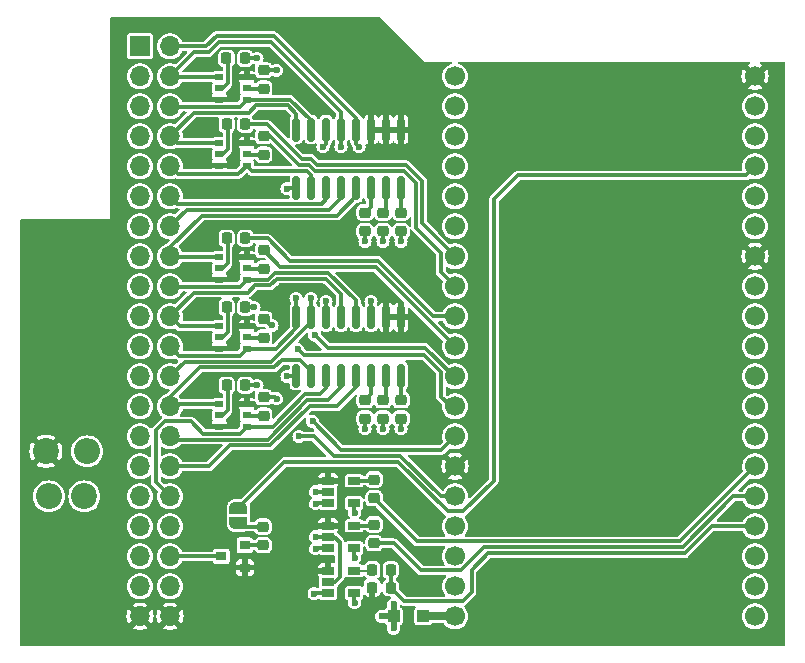
<source format=gbr>
%TF.GenerationSoftware,KiCad,Pcbnew,8.0.4*%
%TF.CreationDate,2024-09-22T15:27:09+02:00*%
%TF.ProjectId,blue_64,626c7565-5f36-4342-9e6b-696361645f70,0.3*%
%TF.SameCoordinates,PX38ecc10PY60e4b00*%
%TF.FileFunction,Copper,L4,Bot*%
%TF.FilePolarity,Positive*%
%FSLAX46Y46*%
G04 Gerber Fmt 4.6, Leading zero omitted, Abs format (unit mm)*
G04 Created by KiCad (PCBNEW 8.0.4) date 2024-09-22 15:27:09*
%MOMM*%
%LPD*%
G01*
G04 APERTURE LIST*
G04 Aperture macros list*
%AMRoundRect*
0 Rectangle with rounded corners*
0 $1 Rounding radius*
0 $2 $3 $4 $5 $6 $7 $8 $9 X,Y pos of 4 corners*
0 Add a 4 corners polygon primitive as box body*
4,1,4,$2,$3,$4,$5,$6,$7,$8,$9,$2,$3,0*
0 Add four circle primitives for the rounded corners*
1,1,$1+$1,$2,$3*
1,1,$1+$1,$4,$5*
1,1,$1+$1,$6,$7*
1,1,$1+$1,$8,$9*
0 Add four rect primitives between the rounded corners*
20,1,$1+$1,$2,$3,$4,$5,0*
20,1,$1+$1,$4,$5,$6,$7,0*
20,1,$1+$1,$6,$7,$8,$9,0*
20,1,$1+$1,$8,$9,$2,$3,0*%
%AMFreePoly0*
4,1,19,0.500000,-0.750000,0.000000,-0.750000,0.000000,-0.744911,-0.071157,-0.744911,-0.207708,-0.704816,-0.327430,-0.627875,-0.420627,-0.520320,-0.479746,-0.390866,-0.500000,-0.250000,-0.500000,0.250000,-0.479746,0.390866,-0.420627,0.520320,-0.327430,0.627875,-0.207708,0.704816,-0.071157,0.744911,0.000000,0.744911,0.000000,0.750000,0.500000,0.750000,0.500000,-0.750000,0.500000,-0.750000,
$1*%
%AMFreePoly1*
4,1,19,0.000000,0.744911,0.071157,0.744911,0.207708,0.704816,0.327430,0.627875,0.420627,0.520320,0.479746,0.390866,0.500000,0.250000,0.500000,-0.250000,0.479746,-0.390866,0.420627,-0.520320,0.327430,-0.627875,0.207708,-0.704816,0.071157,-0.744911,0.000000,-0.744911,0.000000,-0.750000,-0.500000,-0.750000,-0.500000,0.750000,0.000000,0.750000,0.000000,0.744911,0.000000,0.744911,
$1*%
G04 Aperture macros list end*
%TA.AperFunction,ComponentPad*%
%ADD10C,2.200000*%
%TD*%
%TA.AperFunction,ComponentPad*%
%ADD11O,2.200000X2.200000*%
%TD*%
%TA.AperFunction,ComponentPad*%
%ADD12R,1.700000X1.700000*%
%TD*%
%TA.AperFunction,ComponentPad*%
%ADD13O,1.700000X1.700000*%
%TD*%
%TA.AperFunction,ComponentPad*%
%ADD14C,1.700000*%
%TD*%
%TA.AperFunction,SMDPad,CuDef*%
%ADD15RoundRect,0.218750X0.256250X-0.218750X0.256250X0.218750X-0.256250X0.218750X-0.256250X-0.218750X0*%
%TD*%
%TA.AperFunction,SMDPad,CuDef*%
%ADD16RoundRect,0.218750X0.218750X0.256250X-0.218750X0.256250X-0.218750X-0.256250X0.218750X-0.256250X0*%
%TD*%
%TA.AperFunction,SMDPad,CuDef*%
%ADD17R,0.700000X0.510000*%
%TD*%
%TA.AperFunction,SMDPad,CuDef*%
%ADD18RoundRect,0.218750X-0.256250X0.218750X-0.256250X-0.218750X0.256250X-0.218750X0.256250X0.218750X0*%
%TD*%
%TA.AperFunction,SMDPad,CuDef*%
%ADD19R,1.000000X1.000000*%
%TD*%
%TA.AperFunction,SMDPad,CuDef*%
%ADD20R,1.060000X0.650000*%
%TD*%
%TA.AperFunction,SMDPad,CuDef*%
%ADD21RoundRect,0.150000X-0.150000X0.825000X-0.150000X-0.825000X0.150000X-0.825000X0.150000X0.825000X0*%
%TD*%
%TA.AperFunction,SMDPad,CuDef*%
%ADD22FreePoly0,270.000000*%
%TD*%
%TA.AperFunction,SMDPad,CuDef*%
%ADD23FreePoly1,270.000000*%
%TD*%
%TA.AperFunction,SMDPad,CuDef*%
%ADD24R,0.900000X0.800000*%
%TD*%
%TA.AperFunction,ViaPad*%
%ADD25C,0.600000*%
%TD*%
%TA.AperFunction,Conductor*%
%ADD26C,0.300000*%
%TD*%
%TA.AperFunction,Conductor*%
%ADD27C,0.500000*%
%TD*%
%TA.AperFunction,Conductor*%
%ADD28C,0.700000*%
%TD*%
%TA.AperFunction,Conductor*%
%ADD29C,0.200000*%
%TD*%
G04 APERTURE END LIST*
D10*
X5437000Y12700000D03*
D11*
X2437000Y12700000D03*
D12*
X10160000Y50800000D03*
D13*
X12700000Y50800000D03*
X10160000Y48260000D03*
X12700000Y48260000D03*
X10160000Y45720000D03*
X12700000Y45720000D03*
X10160000Y43180000D03*
X12700000Y43180000D03*
X10160000Y40640000D03*
X12700000Y40640000D03*
X10160000Y38100000D03*
X12700000Y38100000D03*
X10160000Y35560000D03*
X12700000Y35560000D03*
X10160000Y33020000D03*
X12700000Y33020000D03*
X10160000Y30480000D03*
X12700000Y30480000D03*
X10160000Y27940000D03*
X12700000Y27940000D03*
X10160000Y25400000D03*
X12700000Y25400000D03*
X10160000Y22860000D03*
X12700000Y22860000D03*
X10160000Y20320000D03*
X12700000Y20320000D03*
X10160000Y17780000D03*
X12700000Y17780000D03*
X10160000Y15240000D03*
X12700000Y15240000D03*
X10160000Y12700000D03*
X12700000Y12700000D03*
X10160000Y10160000D03*
X12700000Y10160000D03*
X10160000Y7620000D03*
X12700000Y7620000D03*
X10160000Y5080000D03*
X12700000Y5080000D03*
X10160000Y2540000D03*
X12700000Y2540000D03*
D11*
X5687000Y16510000D03*
D10*
X2187000Y16510000D03*
D14*
X62230000Y15240000D03*
X62230000Y12700000D03*
X36830000Y48260000D03*
X62230000Y17780000D03*
X62230000Y25400000D03*
X36830000Y2540000D03*
X36830000Y17780000D03*
X36830000Y12700000D03*
X36830000Y20320000D03*
X62230000Y10160000D03*
X62230000Y20320000D03*
X62230000Y22860000D03*
X62230000Y27940000D03*
X62230000Y30480000D03*
X62230000Y35560000D03*
X62230000Y43180000D03*
X62230000Y45720000D03*
X36830000Y27940000D03*
X36830000Y25400000D03*
X36830000Y22860000D03*
X36830000Y33020000D03*
X36830000Y30480000D03*
X36830000Y38100000D03*
X36830000Y35560000D03*
X62230000Y2540000D03*
X36830000Y5080000D03*
X62230000Y5080000D03*
X62230000Y7620000D03*
X36830000Y10160000D03*
X36830000Y7620000D03*
X36830000Y45720000D03*
X36830000Y15240000D03*
X62230000Y48260000D03*
X62230000Y33020000D03*
X62230000Y38100000D03*
X62230000Y40640000D03*
X36830000Y40640000D03*
X36830000Y43180000D03*
D15*
X30734000Y19278500D03*
X30734000Y20853500D03*
D16*
X19075500Y44196000D03*
X17500500Y44196000D03*
D15*
X32258000Y35153500D03*
X32258000Y36728500D03*
D17*
X19194000Y32954000D03*
X19194000Y32004000D03*
X19194000Y31054000D03*
X16874000Y31054000D03*
X16874000Y32004000D03*
X16874000Y32954000D03*
D15*
X29210000Y19278500D03*
X29210000Y20853500D03*
X30734000Y35153500D03*
X30734000Y36728500D03*
D18*
X20624800Y21107500D03*
X20624800Y19532500D03*
D17*
X19194000Y27112000D03*
X19194000Y26162000D03*
X19194000Y25212000D03*
X16874000Y25212000D03*
X16874000Y26162000D03*
X16874000Y27112000D03*
D19*
X34143000Y2540000D03*
X31643000Y2540000D03*
D18*
X20574000Y10134700D03*
X20574000Y8559700D03*
X20624800Y48793500D03*
X20624800Y47218500D03*
D16*
X19075500Y28702000D03*
X17500500Y28702000D03*
D15*
X32258000Y19278500D03*
X32258000Y20853500D03*
X29210000Y35153500D03*
X29210000Y36728500D03*
D20*
X26078000Y12131000D03*
X26078000Y13081000D03*
X26078000Y14031000D03*
X28278000Y14031000D03*
X28278000Y12131000D03*
D21*
X23368000Y27875000D03*
X24638000Y27875000D03*
X25908000Y27875000D03*
X27178000Y27875000D03*
X28448000Y27875000D03*
X29718000Y27875000D03*
X30988000Y27875000D03*
X32258000Y27875000D03*
X32258000Y22925000D03*
X30988000Y22925000D03*
X29718000Y22925000D03*
X28448000Y22925000D03*
X27178000Y22925000D03*
X25908000Y22925000D03*
X24638000Y22925000D03*
X23368000Y22925000D03*
D18*
X20624800Y27711500D03*
X20624800Y26136500D03*
X20624800Y33553500D03*
X20624800Y31978500D03*
D21*
X23368000Y43750000D03*
X24638000Y43750000D03*
X25908000Y43750000D03*
X27178000Y43750000D03*
X28448000Y43750000D03*
X29718000Y43750000D03*
X30988000Y43750000D03*
X32258000Y43750000D03*
X32258000Y38800000D03*
X30988000Y38800000D03*
X29718000Y38800000D03*
X28448000Y38800000D03*
X27178000Y38800000D03*
X25908000Y38800000D03*
X24638000Y38800000D03*
X23368000Y38800000D03*
D18*
X20624800Y43205500D03*
X20624800Y41630500D03*
D17*
X19194000Y42606000D03*
X19194000Y41656000D03*
X19194000Y40706000D03*
X16874000Y40706000D03*
X16874000Y41656000D03*
X16874000Y42606000D03*
D16*
X19075500Y22098000D03*
X17500500Y22098000D03*
D20*
X26078000Y8321000D03*
X26078000Y9271000D03*
X26078000Y10221000D03*
X28278000Y10221000D03*
X28278000Y8321000D03*
D16*
X31394500Y4953000D03*
X29819500Y4953000D03*
X19075500Y34544000D03*
X17500500Y34544000D03*
D22*
X18491200Y11724400D03*
D23*
X18491200Y10424400D03*
D16*
X31394500Y6477000D03*
X29819500Y6477000D03*
X19050000Y49784000D03*
X17475000Y49784000D03*
D15*
X29972000Y8737500D03*
X29972000Y10312500D03*
D17*
X19194000Y48194000D03*
X19194000Y47244000D03*
X19194000Y46294000D03*
X16874000Y46294000D03*
X16874000Y47244000D03*
X16874000Y48194000D03*
D24*
X19034000Y8570000D03*
X19034000Y6670000D03*
X17034000Y7620000D03*
D17*
X19194000Y20508000D03*
X19194000Y19558000D03*
X19194000Y18608000D03*
X16874000Y18608000D03*
X16874000Y19558000D03*
X16874000Y20508000D03*
D15*
X29972000Y12547500D03*
X29972000Y14122500D03*
D20*
X26078000Y4511000D03*
X26078000Y5461000D03*
X26078000Y6411000D03*
X28278000Y6411000D03*
X28278000Y4511000D03*
D25*
X52197000Y1905000D03*
X46482000Y28448000D03*
X8636000Y22860000D03*
X21463000Y1651000D03*
X16002000Y18669000D03*
X24511000Y11430000D03*
X15494000Y49276000D03*
X41529000Y28321000D03*
X24511000Y3683000D03*
X22225000Y48133000D03*
X48641000Y5842000D03*
X49149000Y14097000D03*
X57404000Y30353000D03*
X53975000Y5969000D03*
X20193000Y6731000D03*
X51054000Y46355000D03*
X34544000Y42926000D03*
X8636000Y20320000D03*
X54864000Y34417000D03*
X30099000Y33655000D03*
X38481000Y27686000D03*
X23876000Y18669000D03*
X19939000Y38735000D03*
X46482000Y17399000D03*
X33909000Y7747000D03*
X41529000Y17653000D03*
X16129000Y28575000D03*
X38989000Y30480000D03*
X60579000Y25400000D03*
X53467000Y28321000D03*
X34290000Y10668000D03*
X38989000Y38100000D03*
X16002000Y46355000D03*
X34798000Y48387000D03*
X56388000Y48260000D03*
X8636000Y50800000D03*
X16256000Y34544000D03*
X47498000Y48133000D03*
X29845000Y30099000D03*
X47371000Y24892000D03*
X51816000Y17653000D03*
X17780000Y18669000D03*
X8636000Y25400000D03*
X34671000Y30480000D03*
X41148000Y41402000D03*
X17780000Y3302000D03*
X33782000Y23495000D03*
X38989000Y43180000D03*
X23368000Y47244000D03*
X17780000Y40767000D03*
X8636000Y7620000D03*
X8636000Y15240000D03*
X17780000Y31115000D03*
X32258000Y12827000D03*
X32766000Y33528000D03*
X17780000Y25273000D03*
X55880000Y13843000D03*
X25019000Y10287000D03*
X42037000Y37465000D03*
X22098000Y35306000D03*
X60960000Y19177000D03*
X25146000Y14097000D03*
X24765000Y33909000D03*
X50800000Y37592000D03*
X8636000Y48260000D03*
X43307000Y46228000D03*
X8636000Y27940000D03*
X18288000Y33020000D03*
X18288000Y48260000D03*
X52324000Y10795000D03*
X43053000Y14097000D03*
X16002000Y40767000D03*
X33020000Y18034000D03*
X27813000Y5461000D03*
X45847000Y1905000D03*
X16129000Y43815000D03*
X57277000Y41275000D03*
X20574000Y22860000D03*
X21463000Y4572000D03*
X28956000Y47371000D03*
X32258000Y41910000D03*
X44069000Y22098000D03*
X18288000Y42672000D03*
X25146000Y45593000D03*
X16002000Y31115000D03*
X27305000Y14859000D03*
X34798000Y40640000D03*
X54102000Y25019000D03*
X24384000Y7620000D03*
X60579000Y35560000D03*
X60579000Y43180000D03*
X15494000Y5080000D03*
X8636000Y45720000D03*
X45593000Y38100000D03*
X39243000Y17780000D03*
X27305000Y13081000D03*
X8636000Y33020000D03*
X41656000Y24765000D03*
X21717000Y27940000D03*
X33782000Y21717000D03*
X18288000Y20574000D03*
X26797000Y1524000D03*
X28448000Y17399000D03*
X50800000Y22098000D03*
X46355000Y10795000D03*
X60579000Y40640000D03*
X18288000Y27178000D03*
X29718000Y41910000D03*
X38989000Y25400000D03*
X32004000Y46101000D03*
X57277000Y22352000D03*
X16002000Y25273000D03*
X46101000Y43053000D03*
X34671000Y19304000D03*
X60579000Y30480000D03*
X38989000Y35560000D03*
X8636000Y40640000D03*
X33655000Y5334000D03*
X15748000Y16510000D03*
X21463000Y12192000D03*
X17145000Y38735000D03*
X24130000Y25908000D03*
X27940000Y41910000D03*
X24638000Y51816000D03*
X39878000Y1778000D03*
X15240000Y51689000D03*
X8636000Y35560000D03*
X8636000Y30480000D03*
X38989000Y22860000D03*
X26416000Y41910000D03*
X32258000Y26162000D03*
X20701000Y50292000D03*
X57023000Y37973000D03*
X59182000Y7112000D03*
X27813000Y51181000D03*
X50292000Y41529000D03*
X28702000Y26162000D03*
X8636000Y43180000D03*
X8636000Y12700000D03*
X15621000Y12700000D03*
X42545000Y5842000D03*
X20320000Y29464000D03*
X38989000Y48260000D03*
X60579000Y27940000D03*
X54737000Y43434000D03*
X21844000Y44704000D03*
X16129000Y22225000D03*
X60960000Y21463000D03*
X50292000Y30226000D03*
X22860000Y16764000D03*
X49149000Y34417000D03*
X8636000Y38100000D03*
X58166000Y17907000D03*
X21590000Y20066000D03*
X24257000Y42164000D03*
X60579000Y45720000D03*
X24003000Y30099000D03*
X43942000Y30353000D03*
X60579000Y11176000D03*
X25019000Y6477000D03*
X17780000Y46355000D03*
X44069000Y34417000D03*
X57785000Y2286000D03*
X30099000Y17780000D03*
X8636000Y17780000D03*
X18669000Y14859000D03*
X27813000Y9271000D03*
X30099000Y52451000D03*
X40894000Y10668000D03*
X21590000Y41021000D03*
X30607000Y2540000D03*
X31623000Y3556000D03*
X22606000Y38735000D03*
X22606000Y22860000D03*
X28321000Y7493000D03*
X31623000Y1524000D03*
X28321000Y11303000D03*
X28321000Y3683000D03*
X21717000Y48768000D03*
X20066000Y49784000D03*
X23495000Y25146000D03*
X21336000Y27178000D03*
X24955500Y26352500D03*
X19812000Y28702000D03*
X24765000Y19050000D03*
X20066000Y22098000D03*
X23622000Y17780000D03*
X21717000Y20955000D03*
X29210000Y34290000D03*
X30734000Y34290000D03*
X32258000Y34290000D03*
X29210000Y18415000D03*
X30734000Y18415000D03*
X32258000Y18415000D03*
X29718000Y29210000D03*
X25019000Y8255000D03*
X23368000Y29464000D03*
X27178000Y42291000D03*
X25019000Y13081000D03*
X25908000Y29210000D03*
X25654000Y42291000D03*
X25019000Y9271000D03*
X28702000Y42291000D03*
X24638000Y29464000D03*
X25019000Y12065000D03*
X24892000Y4445000D03*
D26*
X22671000Y38800000D02*
X22606000Y38735000D01*
D27*
X31643000Y1544000D02*
X31623000Y1524000D01*
X31643000Y3536000D02*
X31623000Y3556000D01*
D26*
X28278000Y11346000D02*
X28321000Y11303000D01*
D27*
X31643000Y2540000D02*
X30607000Y2540000D01*
D26*
X23368000Y38800000D02*
X22671000Y38800000D01*
D27*
X31643000Y2540000D02*
X31643000Y3536000D01*
D26*
X28278000Y4511000D02*
X28278000Y3726000D01*
X28278000Y3726000D02*
X28321000Y3683000D01*
X28278000Y7536000D02*
X28321000Y7493000D01*
X22671000Y22925000D02*
X22606000Y22860000D01*
X23368000Y22925000D02*
X22671000Y22925000D01*
X28278000Y12131000D02*
X28278000Y11346000D01*
D27*
X31643000Y2540000D02*
X31643000Y1544000D01*
D26*
X28278000Y8321000D02*
X28278000Y7536000D01*
X17034000Y7620000D02*
X12700000Y7620000D01*
X19044300Y8559700D02*
X19034000Y8570000D01*
X20574000Y8559700D02*
X19044300Y8559700D01*
X22047300Y32131000D02*
X30099000Y32131000D01*
X20624800Y33553500D02*
X22047300Y32131000D01*
X30099000Y32131000D02*
X36830000Y25400000D01*
X20624800Y47218500D02*
X19219500Y47218500D01*
X19219500Y47218500D02*
X19194000Y47244000D01*
X21691500Y48793500D02*
X21717000Y48768000D01*
X20624800Y48793500D02*
X21691500Y48793500D01*
X17145000Y47244000D02*
X17574000Y47673000D01*
X17574000Y47673000D02*
X17574000Y49685000D01*
X17574000Y49685000D02*
X17475000Y49784000D01*
X16874000Y47244000D02*
X17145000Y47244000D01*
X19050000Y49784000D02*
X20066000Y49784000D01*
D28*
X34143000Y2540000D02*
X36830000Y2540000D01*
D26*
X20624800Y41630500D02*
X19219500Y41630500D01*
X19219500Y41630500D02*
X19194000Y41656000D01*
X32481107Y40259000D02*
X33528000Y39212107D01*
X35630000Y33331000D02*
X35630000Y31680000D01*
X24964106Y40259000D02*
X32481107Y40259000D01*
X21183500Y43205500D02*
X23630000Y40759000D01*
X35630000Y31680000D02*
X36830000Y30480000D01*
X20624800Y43205500D02*
X21183500Y43205500D01*
X24464106Y40759000D02*
X24964106Y40259000D01*
X33528000Y35433000D02*
X35630000Y33331000D01*
X23630000Y40759000D02*
X24464106Y40759000D01*
X33528000Y39212107D02*
X33528000Y35433000D01*
X16874000Y41656000D02*
X17145000Y41656000D01*
X17574000Y44122500D02*
X17500500Y44196000D01*
X17145000Y41656000D02*
X17574000Y42085000D01*
X17574000Y42085000D02*
X17574000Y44122500D01*
X20913634Y44196000D02*
X23850634Y41259000D01*
X25171212Y40759000D02*
X32688214Y40759000D01*
X34036000Y35814000D02*
X36830000Y33020000D01*
X23850634Y41259000D02*
X24671212Y41259000D01*
X34036000Y39411213D02*
X34036000Y35814000D01*
X19075500Y44196000D02*
X20913634Y44196000D01*
X32688214Y40759000D02*
X34036000Y39411213D01*
X24671212Y41259000D02*
X25171212Y40759000D01*
X20624800Y31978500D02*
X19219500Y31978500D01*
X19219500Y31978500D02*
X19194000Y32004000D01*
X19075500Y34544000D02*
X20955000Y34544000D01*
X34997106Y27940000D02*
X36830000Y27940000D01*
X22860000Y32639000D02*
X30298106Y32639000D01*
X30298106Y32639000D02*
X34997106Y27940000D01*
X20955000Y34544000D02*
X22860000Y32639000D01*
X17574000Y32433000D02*
X17574000Y34470500D01*
X16874000Y32004000D02*
X17145000Y32004000D01*
X17574000Y34470500D02*
X17500500Y34544000D01*
X17145000Y32004000D02*
X17574000Y32433000D01*
X35630000Y23225894D02*
X35630000Y21139000D01*
X34217894Y24638000D02*
X35630000Y23225894D01*
X21158300Y27178000D02*
X20624800Y27711500D01*
X35630000Y21139000D02*
X36449000Y20320000D01*
X23495000Y25146000D02*
X23536214Y25146000D01*
X24044214Y24638000D02*
X34217894Y24638000D01*
X36449000Y20320000D02*
X36830000Y20320000D01*
X23536214Y25146000D02*
X24044214Y24638000D01*
X21336000Y27178000D02*
X21158300Y27178000D01*
X20624800Y26136500D02*
X19219500Y26136500D01*
X19219500Y26136500D02*
X19194000Y26162000D01*
X24955500Y26352500D02*
X26035000Y25273000D01*
X26035000Y25273000D02*
X34290000Y25273000D01*
X19812000Y28702000D02*
X19075500Y28702000D01*
X36703000Y22860000D02*
X36830000Y22860000D01*
X34290000Y25273000D02*
X36703000Y22860000D01*
X17145000Y26162000D02*
X17574000Y26591000D01*
X17574000Y28628500D02*
X17500500Y28702000D01*
X16874000Y26162000D02*
X17145000Y26162000D01*
X17574000Y26591000D02*
X17574000Y28628500D01*
X27186000Y16629000D02*
X35679000Y16629000D01*
X24765000Y19050000D02*
X27186000Y16629000D01*
X35679000Y16629000D02*
X36830000Y17780000D01*
X19075500Y22098000D02*
X20066000Y22098000D01*
X19219500Y19532500D02*
X19194000Y19558000D01*
X20624800Y19532500D02*
X19219500Y19532500D01*
X21564500Y21107500D02*
X21717000Y20955000D01*
X35632106Y12700000D02*
X36830000Y12700000D01*
X32203106Y16129000D02*
X35632106Y12700000D01*
X20624800Y21107500D02*
X21564500Y21107500D01*
X24892000Y17780000D02*
X26543000Y16129000D01*
X26543000Y16129000D02*
X32203106Y16129000D01*
X23622000Y17780000D02*
X24892000Y17780000D01*
X16874000Y19558000D02*
X17145000Y19558000D01*
X17145000Y19558000D02*
X17574000Y19987000D01*
X17574000Y19987000D02*
X17574000Y22024500D01*
X17574000Y22024500D02*
X17500500Y22098000D01*
X29210000Y35153500D02*
X29210000Y34290000D01*
X29718000Y37236500D02*
X29210000Y36728500D01*
X29718000Y38800000D02*
X29718000Y37236500D01*
X30734000Y35153500D02*
X30734000Y34290000D01*
X30988000Y38800000D02*
X30988000Y36982500D01*
X30988000Y36982500D02*
X30734000Y36728500D01*
X32258000Y35153500D02*
X32258000Y34290000D01*
X32258000Y38800000D02*
X32258000Y36728500D01*
X29210000Y19278500D02*
X29210000Y18415000D01*
X29718000Y21361500D02*
X29210000Y20853500D01*
X29718000Y22925000D02*
X29718000Y21361500D01*
X30734000Y19278500D02*
X30734000Y18415000D01*
X30988000Y21107500D02*
X30734000Y20853500D01*
X30988000Y22925000D02*
X30988000Y21107500D01*
X32258000Y19278500D02*
X32258000Y18415000D01*
X32258000Y22925000D02*
X32258000Y20853500D01*
X29972000Y12547500D02*
X33629500Y8890000D01*
X33629500Y8890000D02*
X55880000Y8890000D01*
X55880000Y8890000D02*
X62230000Y15240000D01*
X28278000Y14031000D02*
X29880500Y14031000D01*
X29880500Y14031000D02*
X29972000Y14122500D01*
X18780900Y10134700D02*
X18491200Y10424400D01*
X20574000Y10134700D02*
X18780900Y10134700D01*
X29718000Y27875000D02*
X29718000Y29210000D01*
X15225000Y23607000D02*
X12700000Y21082000D01*
X23718107Y24257000D02*
X22139214Y24257000D01*
X24638000Y22925000D02*
X24638000Y23337107D01*
X22139214Y24257000D02*
X21489214Y23607000D01*
X21489214Y23607000D02*
X15225000Y23607000D01*
X12888000Y20508000D02*
X12700000Y20320000D01*
X12700000Y21082000D02*
X12700000Y20320000D01*
X24638000Y23337107D02*
X23718107Y24257000D01*
X16874000Y20508000D02*
X12888000Y20508000D01*
X19194000Y18608000D02*
X18589000Y18003000D01*
X15525000Y18003000D02*
X14478000Y19050000D01*
X11500000Y13900000D02*
X12700000Y12700000D01*
X14478000Y19050000D02*
X12272943Y19050000D01*
X11500000Y18277057D02*
X11500000Y13900000D01*
X24112788Y21336000D02*
X21384788Y18608000D01*
X18589000Y18003000D02*
X15525000Y18003000D01*
X21384788Y18608000D02*
X19194000Y18608000D01*
X25400000Y21336000D02*
X24112788Y21336000D01*
X12272943Y19050000D02*
X11500000Y18277057D01*
X25908000Y21844000D02*
X25400000Y21336000D01*
X25908000Y22925000D02*
X25908000Y21844000D01*
X25085000Y8321000D02*
X25019000Y8255000D01*
X18589000Y24607000D02*
X13493000Y24607000D01*
X19194000Y25212000D02*
X18589000Y24607000D01*
X26078000Y8321000D02*
X25085000Y8321000D01*
X23368000Y26924000D02*
X21656000Y25212000D01*
X23368000Y29464000D02*
X23368000Y27875000D01*
X13493000Y24607000D02*
X12700000Y25400000D01*
X21656000Y25212000D02*
X19194000Y25212000D01*
X23368000Y27875000D02*
X23368000Y26924000D01*
X25892000Y31131000D02*
X21763740Y31131000D01*
X16874000Y27112000D02*
X13528000Y27112000D01*
X19894000Y30554000D02*
X19289000Y29949000D01*
X13528000Y27112000D02*
X12700000Y27940000D01*
X19289000Y29949000D02*
X14709000Y29949000D01*
X21763740Y31131000D02*
X21186740Y30554000D01*
X14709000Y29949000D02*
X12700000Y27940000D01*
X27178000Y27875000D02*
X27178000Y29845000D01*
X21186740Y30554000D02*
X19894000Y30554000D01*
X27178000Y29845000D02*
X25892000Y31131000D01*
X28448000Y29282106D02*
X26099106Y31631000D01*
X19194000Y31054000D02*
X18589000Y30449000D01*
X12731000Y30449000D02*
X12700000Y30480000D01*
X18589000Y30449000D02*
X12731000Y30449000D01*
X20979634Y31054000D02*
X19194000Y31054000D01*
X28448000Y27875000D02*
X28448000Y29282106D01*
X21556634Y31631000D02*
X20979634Y31054000D01*
X26099106Y31631000D02*
X21556634Y31631000D01*
X19641000Y40259000D02*
X19194000Y40706000D01*
X18493000Y40005000D02*
X13335000Y40005000D01*
X24638000Y39878000D02*
X24257000Y40259000D01*
X13335000Y40005000D02*
X12700000Y40640000D01*
X24638000Y38800000D02*
X24638000Y39878000D01*
X19194000Y40706000D02*
X18493000Y40005000D01*
X24257000Y40259000D02*
X19641000Y40259000D01*
X14709000Y45189000D02*
X12700000Y43180000D01*
X13274000Y42606000D02*
X12700000Y43180000D01*
X16874000Y42606000D02*
X13274000Y42606000D01*
X19363000Y45189000D02*
X14709000Y45189000D01*
X19968000Y45794000D02*
X19363000Y45189000D01*
X22659000Y45794000D02*
X19968000Y45794000D01*
X23368000Y45085000D02*
X22659000Y45794000D01*
X23368000Y43750000D02*
X23368000Y45085000D01*
X22866106Y46294000D02*
X19194000Y46294000D01*
X24638000Y44522106D02*
X22866106Y46294000D01*
X12731000Y45689000D02*
X12700000Y45720000D01*
X18589000Y45689000D02*
X12731000Y45689000D01*
X24638000Y43750000D02*
X24638000Y44522106D01*
X19194000Y46294000D02*
X18589000Y45689000D01*
X16874000Y48194000D02*
X12766000Y48194000D01*
X12766000Y48194000D02*
X12700000Y48260000D01*
X16836106Y51181000D02*
X15955106Y50300000D01*
X26078000Y13081000D02*
X25019000Y13081000D01*
X14740000Y50300000D02*
X12700000Y48260000D01*
X21263894Y51181000D02*
X16836106Y51181000D01*
X15955106Y50300000D02*
X14740000Y50300000D01*
X27178000Y45266894D02*
X21263894Y51181000D01*
X27178000Y43750000D02*
X27178000Y45266894D01*
X27178000Y42291000D02*
X27178000Y43750000D01*
X15393000Y36475000D02*
X12700000Y33782000D01*
X12700000Y33782000D02*
X12700000Y33020000D01*
X12766000Y32954000D02*
X12700000Y33020000D01*
X16874000Y32954000D02*
X12766000Y32954000D01*
X28448000Y38100000D02*
X26823000Y36475000D01*
X26823000Y36475000D02*
X15393000Y36475000D01*
X28448000Y38800000D02*
X28448000Y38100000D01*
X27178000Y38800000D02*
X27178000Y37973000D01*
X26180000Y36975000D02*
X14115000Y36975000D01*
X14115000Y36975000D02*
X12700000Y35560000D01*
X27178000Y37973000D02*
X26180000Y36975000D01*
X25908000Y42545000D02*
X25908000Y43750000D01*
X25654000Y42291000D02*
X25908000Y42545000D01*
X25908000Y29210000D02*
X25908000Y27875000D01*
X21463000Y51689000D02*
X16637000Y51689000D01*
X28448000Y43750000D02*
X28448000Y44704000D01*
X28448000Y44704000D02*
X21463000Y51689000D01*
X15748000Y50800000D02*
X12700000Y50800000D01*
X26670000Y5461000D02*
X26078000Y5461000D01*
X26078000Y9271000D02*
X25019000Y9271000D01*
X26606500Y9271000D02*
X27051000Y8826500D01*
X16637000Y51689000D02*
X15748000Y50800000D01*
X28702000Y42291000D02*
X28448000Y42545000D01*
X28448000Y42545000D02*
X28448000Y43750000D01*
X27051000Y8826500D02*
X27051000Y5842000D01*
X26078000Y9271000D02*
X26606500Y9271000D01*
X27051000Y5842000D02*
X26670000Y5461000D01*
X25537000Y37475000D02*
X13325000Y37475000D01*
X13325000Y37475000D02*
X12700000Y38100000D01*
X25908000Y38800000D02*
X25908000Y37846000D01*
X25908000Y37846000D02*
X25537000Y37475000D01*
X21194000Y17003000D02*
X17765000Y17003000D01*
X28448000Y22925000D02*
X28448000Y21971000D01*
X16002000Y15240000D02*
X12700000Y15240000D01*
X28448000Y21971000D02*
X26813000Y20336000D01*
X26813000Y20336000D02*
X24527000Y20336000D01*
X17765000Y17003000D02*
X16002000Y15240000D01*
X24527000Y20336000D02*
X21194000Y17003000D01*
X24638000Y27462893D02*
X21282107Y24107000D01*
X26078000Y12131000D02*
X25085000Y12131000D01*
X25085000Y12131000D02*
X25019000Y12065000D01*
X13947000Y24107000D02*
X12700000Y22860000D01*
X24638000Y27875000D02*
X24638000Y27462893D01*
X21282107Y24107000D02*
X13947000Y24107000D01*
X24638000Y29464000D02*
X24638000Y27875000D01*
X27178000Y21971000D02*
X26043000Y20836000D01*
X27178000Y22925000D02*
X27178000Y21971000D01*
X20986894Y17503000D02*
X12977000Y17503000D01*
X24958000Y4511000D02*
X24892000Y4445000D01*
X26078000Y4511000D02*
X24958000Y4511000D01*
X26043000Y20836000D02*
X24319894Y20836000D01*
X12977000Y17503000D02*
X12700000Y17780000D01*
X24319894Y20836000D02*
X20986894Y17503000D01*
X37528500Y11430000D02*
X36195000Y11430000D01*
X22387800Y15621000D02*
X18491200Y11724400D01*
X61468000Y39878000D02*
X42164000Y39878000D01*
X40132000Y37846000D02*
X40132000Y14033500D01*
X36195000Y11430000D02*
X32004000Y15621000D01*
X40132000Y14033500D02*
X37528500Y11430000D01*
X62230000Y40640000D02*
X61468000Y39878000D01*
X42164000Y39878000D02*
X40132000Y37846000D01*
X32004000Y15621000D02*
X22387800Y15621000D01*
X56087106Y8390000D02*
X60397106Y12700000D01*
X29972000Y8737500D02*
X31648500Y8737500D01*
X39297057Y8390000D02*
X56087106Y8390000D01*
X31648500Y8737500D02*
X33966000Y6420000D01*
X60397106Y12700000D02*
X62230000Y12700000D01*
X37327057Y6420000D02*
X39297057Y8390000D01*
X33966000Y6420000D02*
X37327057Y6420000D01*
X29880500Y10221000D02*
X29972000Y10312500D01*
X28278000Y10221000D02*
X29880500Y10221000D01*
X56294212Y7890000D02*
X39640000Y7890000D01*
X31394500Y4953000D02*
X31394500Y6477000D01*
X38227000Y4572000D02*
X37465000Y3810000D01*
X32537500Y3810000D02*
X31394500Y4953000D01*
X37465000Y3810000D02*
X32537500Y3810000D01*
X58564212Y10160000D02*
X56294212Y7890000D01*
X38227000Y6477000D02*
X38227000Y4572000D01*
X39640000Y7890000D02*
X38227000Y6477000D01*
X62230000Y10160000D02*
X58564212Y10160000D01*
D29*
X29753500Y6411000D02*
X29819500Y6477000D01*
X28278000Y6411000D02*
X29753500Y6411000D01*
%TA.AperFunction,Conductor*%
G36*
X29237593Y8447744D02*
G01*
X29248838Y8423219D01*
X29250345Y8423780D01*
X29299662Y8291552D01*
X29366834Y8201821D01*
X29380528Y8183528D01*
X29380531Y8183526D01*
X29488551Y8102663D01*
X29614972Y8055511D01*
X29614973Y8055511D01*
X29614978Y8055509D01*
X29670870Y8049500D01*
X29670874Y8049500D01*
X30273126Y8049500D01*
X30273130Y8049500D01*
X30329022Y8055509D01*
X30392181Y8079066D01*
X30455448Y8102663D01*
X30455448Y8102664D01*
X30455450Y8102664D01*
X30563472Y8183528D01*
X30644336Y8291550D01*
X30644337Y8291552D01*
X30648579Y8297218D01*
X30651312Y8295173D01*
X30685445Y8327438D01*
X30727893Y8337000D01*
X31441599Y8337000D01*
X31499790Y8318093D01*
X31511603Y8308004D01*
X33720087Y6099520D01*
X33720089Y6099519D01*
X33720090Y6099518D01*
X33720091Y6099517D01*
X33811408Y6046795D01*
X33811406Y6046795D01*
X33811410Y6046794D01*
X33811412Y6046793D01*
X33913273Y6019500D01*
X35971506Y6019500D01*
X36029697Y6000593D01*
X36065661Y5951093D01*
X36065661Y5889907D01*
X36038202Y5847339D01*
X36013239Y5824583D01*
X35890328Y5661823D01*
X35890323Y5661814D01*
X35831894Y5544472D01*
X35799418Y5479250D01*
X35743603Y5283083D01*
X35724785Y5080000D01*
X35743603Y4876917D01*
X35787504Y4722622D01*
X35799419Y4680748D01*
X35879823Y4519273D01*
X35890327Y4498179D01*
X35987759Y4369158D01*
X36007737Y4311330D01*
X35989908Y4252799D01*
X35941082Y4215927D01*
X35908754Y4210500D01*
X32744401Y4210500D01*
X32686210Y4229407D01*
X32674397Y4239496D01*
X32111496Y4802397D01*
X32083719Y4856914D01*
X32082500Y4872401D01*
X32082500Y5254127D01*
X32079387Y5283083D01*
X32076491Y5310022D01*
X32062957Y5346309D01*
X32029337Y5436449D01*
X31948474Y5544469D01*
X31948472Y5544472D01*
X31840450Y5625336D01*
X31834782Y5629579D01*
X31836757Y5632218D01*
X31804268Y5667071D01*
X31795000Y5708894D01*
X31795000Y5721107D01*
X31813907Y5779298D01*
X31836037Y5798744D01*
X31834782Y5800421D01*
X31848482Y5810677D01*
X31948472Y5885528D01*
X32029336Y5993550D01*
X32037757Y6016126D01*
X32060118Y6076082D01*
X32076491Y6119978D01*
X32082500Y6175870D01*
X32082500Y6778130D01*
X32076491Y6834022D01*
X32050077Y6904842D01*
X32029337Y6960449D01*
X31969153Y7040845D01*
X31948472Y7068472D01*
X31905849Y7100379D01*
X31840448Y7149338D01*
X31714027Y7196490D01*
X31714022Y7196491D01*
X31714020Y7196492D01*
X31714016Y7196492D01*
X31688744Y7199209D01*
X31658130Y7202500D01*
X31130870Y7202500D01*
X31103943Y7199606D01*
X31074983Y7196492D01*
X31074972Y7196490D01*
X30948551Y7149338D01*
X30840531Y7068475D01*
X30840525Y7068469D01*
X30759662Y6960449D01*
X30712510Y6834028D01*
X30712508Y6834017D01*
X30706500Y6778127D01*
X30706500Y6175874D01*
X30706499Y6175874D01*
X30712508Y6119984D01*
X30712510Y6119973D01*
X30759662Y5993552D01*
X30835848Y5891780D01*
X30840528Y5885528D01*
X30940518Y5810677D01*
X30954218Y5800421D01*
X30952172Y5797688D01*
X30984438Y5763555D01*
X30994000Y5721107D01*
X30994000Y5708894D01*
X30975093Y5650703D01*
X30953023Y5631175D01*
X30954218Y5629579D01*
X30840531Y5544475D01*
X30840525Y5544469D01*
X30759663Y5436450D01*
X30726685Y5348031D01*
X30688634Y5300117D01*
X30629687Y5283719D01*
X30572359Y5305101D01*
X30541830Y5346309D01*
X30494676Y5465883D01*
X30408509Y5579510D01*
X30292724Y5667313D01*
X30257782Y5717540D01*
X30259036Y5778712D01*
X30293213Y5825448D01*
X30373472Y5885528D01*
X30454336Y5993550D01*
X30462757Y6016126D01*
X30485118Y6076082D01*
X30501491Y6119978D01*
X30507500Y6175870D01*
X30507500Y6778130D01*
X30501491Y6834022D01*
X30475077Y6904842D01*
X30454337Y6960449D01*
X30394153Y7040845D01*
X30373472Y7068472D01*
X30330849Y7100379D01*
X30265448Y7149338D01*
X30139027Y7196490D01*
X30139022Y7196491D01*
X30139020Y7196492D01*
X30139016Y7196492D01*
X30113744Y7199209D01*
X30083130Y7202500D01*
X29555870Y7202500D01*
X29528943Y7199606D01*
X29499983Y7196492D01*
X29499972Y7196490D01*
X29373551Y7149338D01*
X29265531Y7068475D01*
X29265525Y7068469D01*
X29184663Y6960450D01*
X29171533Y6925245D01*
X29133482Y6877331D01*
X29074535Y6860933D01*
X29017208Y6882315D01*
X28996459Y6904842D01*
X28988604Y6916598D01*
X28988599Y6916603D01*
X28905742Y6971965D01*
X28905740Y6971966D01*
X28905737Y6971967D01*
X28905736Y6971967D01*
X28832684Y6986499D01*
X28832674Y6986500D01*
X28832673Y6986500D01*
X28826991Y6986500D01*
X28768800Y7005407D01*
X28732836Y7054907D01*
X28732836Y7116093D01*
X28748449Y7145768D01*
X28751187Y7149336D01*
X28801861Y7215375D01*
X28857330Y7349291D01*
X28876250Y7493000D01*
X28863222Y7591952D01*
X28857330Y7636709D01*
X28855651Y7642974D01*
X28857903Y7643578D01*
X28853898Y7694376D01*
X28885859Y7746550D01*
X28898037Y7754011D01*
X28897633Y7754617D01*
X28928023Y7774924D01*
X28988601Y7815399D01*
X29043966Y7898260D01*
X29058500Y7971326D01*
X29058500Y8389553D01*
X29077407Y8447744D01*
X29126907Y8483708D01*
X29188093Y8483708D01*
X29237593Y8447744D01*
G37*
%TD.AperFunction*%
%TA.AperFunction,Conductor*%
G36*
X17117291Y17083593D02*
G01*
X17153255Y17034093D01*
X17153255Y16972907D01*
X17129104Y16933497D01*
X16493315Y16297708D01*
X15865103Y15669496D01*
X15810586Y15641719D01*
X15795099Y15640500D01*
X13791258Y15640500D01*
X13733067Y15659407D01*
X13702637Y15695372D01*
X13639676Y15821814D01*
X13639673Y15821821D01*
X13516764Y15984579D01*
X13366041Y16121981D01*
X13192637Y16229348D01*
X13002456Y16303024D01*
X13002455Y16303025D01*
X13002453Y16303025D01*
X12801976Y16340500D01*
X12598024Y16340500D01*
X12397546Y16303025D01*
X12334963Y16278780D01*
X12207363Y16229348D01*
X12051616Y16132914D01*
X11992188Y16118356D01*
X11935553Y16141510D01*
X11903343Y16193531D01*
X11900500Y16217086D01*
X11900500Y16802915D01*
X11919407Y16861106D01*
X11968907Y16897070D01*
X12030093Y16897070D01*
X12051614Y16887088D01*
X12207363Y16790652D01*
X12397544Y16716976D01*
X12598024Y16679500D01*
X12801976Y16679500D01*
X13002456Y16716976D01*
X13192637Y16790652D01*
X13366041Y16898019D01*
X13516764Y17035421D01*
X13537712Y17063162D01*
X13587869Y17098204D01*
X13616716Y17102500D01*
X17059100Y17102500D01*
X17117291Y17083593D01*
G37*
%TD.AperFunction*%
%TA.AperFunction,Conductor*%
G36*
X22776691Y23837593D02*
G01*
X22812655Y23788093D01*
X22817500Y23757500D01*
X22817500Y23500294D01*
X22798593Y23442103D01*
X22749093Y23406139D01*
X22705578Y23402141D01*
X22606001Y23415250D01*
X22606000Y23415250D01*
X22462291Y23396331D01*
X22462290Y23396330D01*
X22328378Y23340863D01*
X22328374Y23340861D01*
X22213381Y23252623D01*
X22213377Y23252619D01*
X22125139Y23137626D01*
X22125137Y23137622D01*
X22069670Y23003710D01*
X22069669Y23003709D01*
X22050750Y22860001D01*
X22050750Y22860000D01*
X22069669Y22716292D01*
X22069670Y22716291D01*
X22124370Y22584230D01*
X22125139Y22582375D01*
X22213379Y22467379D01*
X22328375Y22379139D01*
X22462291Y22323670D01*
X22605999Y22304750D01*
X22605999Y22304751D01*
X22606000Y22304750D01*
X22705578Y22317860D01*
X22765738Y22306710D01*
X22807856Y22262328D01*
X22817500Y22219708D01*
X22817500Y22068480D01*
X22817501Y22068477D01*
X22832352Y21974701D01*
X22832354Y21974696D01*
X22889950Y21861658D01*
X22979658Y21771950D01*
X23092696Y21714354D01*
X23186481Y21699500D01*
X23549518Y21699501D01*
X23549520Y21699501D01*
X23549521Y21699502D01*
X23596411Y21706928D01*
X23643299Y21714353D01*
X23643301Y21714354D01*
X23643304Y21714354D01*
X23660188Y21722958D01*
X23720619Y21732531D01*
X23775136Y21704755D01*
X23802916Y21650239D01*
X23793346Y21589807D01*
X23775139Y21564745D01*
X21519304Y19308910D01*
X21464787Y19281133D01*
X21404355Y19290704D01*
X21361090Y19333969D01*
X21350300Y19378914D01*
X21350300Y19796127D01*
X21350300Y19796130D01*
X21344291Y19852022D01*
X21344289Y19852028D01*
X21297137Y19978449D01*
X21246713Y20045807D01*
X21216272Y20086472D01*
X21110703Y20165500D01*
X21108248Y20167338D01*
X20981827Y20214490D01*
X20981822Y20214491D01*
X20981820Y20214492D01*
X20981816Y20214492D01*
X20956544Y20217209D01*
X20925930Y20220500D01*
X20323670Y20220500D01*
X20296743Y20217606D01*
X20267783Y20214492D01*
X20267772Y20214490D01*
X20141351Y20167338D01*
X20033331Y20086475D01*
X20033324Y20086468D01*
X19981534Y20017285D01*
X19931525Y19982032D01*
X19870346Y19982906D01*
X19821365Y20019574D01*
X19803291Y20078029D01*
X19811717Y20116603D01*
X19841089Y20183126D01*
X19841090Y20183128D01*
X19843999Y20208203D01*
X19844000Y20208205D01*
X19844000Y20257999D01*
X19843999Y20258000D01*
X18544002Y20258000D01*
X18544001Y20257999D01*
X18544001Y20208209D01*
X18546909Y20183126D01*
X18592213Y20080523D01*
X18612251Y20060485D01*
X18640028Y20005968D01*
X18630457Y19945536D01*
X18624564Y19935482D01*
X18608036Y19910746D01*
X18608033Y19910737D01*
X18593501Y19837685D01*
X18593500Y19837673D01*
X18593500Y19278328D01*
X18593501Y19278316D01*
X18608033Y19205264D01*
X18608035Y19205258D01*
X18652974Y19138001D01*
X18669582Y19079112D01*
X18652974Y19027999D01*
X18608035Y18960743D01*
X18608033Y18960737D01*
X18593501Y18887685D01*
X18593500Y18887673D01*
X18593500Y18614901D01*
X18574593Y18556710D01*
X18564504Y18544897D01*
X18452103Y18432496D01*
X18397586Y18404719D01*
X18382099Y18403500D01*
X15731900Y18403500D01*
X15673709Y18422407D01*
X15661896Y18432496D01*
X15213892Y18880500D01*
X14723913Y19370480D01*
X14723910Y19370482D01*
X14723908Y19370484D01*
X14632591Y19423206D01*
X14632593Y19423206D01*
X14593070Y19433796D01*
X14530727Y19450500D01*
X14530725Y19450500D01*
X13621246Y19450500D01*
X13563055Y19469407D01*
X13527091Y19518907D01*
X13527091Y19580093D01*
X13542239Y19609156D01*
X13639673Y19738179D01*
X13730582Y19920750D01*
X13763258Y20035594D01*
X13797369Y20086388D01*
X13854821Y20107432D01*
X13858479Y20107500D01*
X16234288Y20107500D01*
X16292479Y20088593D01*
X16328443Y20039093D01*
X16328443Y19977907D01*
X16316604Y19953499D01*
X16288035Y19910743D01*
X16288033Y19910737D01*
X16273501Y19837685D01*
X16273500Y19837673D01*
X16273500Y19278328D01*
X16273501Y19278316D01*
X16288033Y19205264D01*
X16288035Y19205258D01*
X16304563Y19180522D01*
X16321171Y19121634D01*
X16299993Y19064230D01*
X16292253Y19055520D01*
X16272214Y19035481D01*
X16272214Y19035480D01*
X16226909Y18932873D01*
X16224000Y18907798D01*
X16224000Y18858001D01*
X16224001Y18858000D01*
X17523998Y18858000D01*
X17523999Y18858001D01*
X17523999Y18907790D01*
X17523998Y18907792D01*
X17521090Y18932875D01*
X17475786Y19035478D01*
X17455748Y19055516D01*
X17427971Y19110033D01*
X17437542Y19170465D01*
X17443437Y19180521D01*
X17459962Y19205254D01*
X17459962Y19205255D01*
X17459966Y19205260D01*
X17474500Y19278326D01*
X17474500Y19280102D01*
X17474750Y19280874D01*
X17474976Y19283162D01*
X17475478Y19283113D01*
X17493407Y19338293D01*
X17503490Y19350099D01*
X17819910Y19666519D01*
X17819913Y19666520D01*
X17894480Y19741087D01*
X17947207Y19832413D01*
X17952718Y19852980D01*
X17974501Y19934273D01*
X17974501Y20039727D01*
X17974501Y20045789D01*
X17974500Y20045807D01*
X17974500Y20807798D01*
X18544000Y20807798D01*
X18544000Y20758001D01*
X18544001Y20758000D01*
X18943999Y20758000D01*
X18944000Y20758001D01*
X18944000Y21062999D01*
X18943999Y21063000D01*
X18799210Y21063000D01*
X18799207Y21062999D01*
X18774125Y21060091D01*
X18671522Y21014787D01*
X18592213Y20935478D01*
X18546909Y20832873D01*
X18544000Y20807798D01*
X17974500Y20807798D01*
X17974500Y21397107D01*
X17993407Y21455298D01*
X18014173Y21476361D01*
X18030170Y21488336D01*
X18054472Y21506528D01*
X18135336Y21614550D01*
X18159359Y21678957D01*
X18172561Y21714355D01*
X18182491Y21740978D01*
X18188500Y21796870D01*
X18188500Y21796874D01*
X18387499Y21796874D01*
X18393508Y21740984D01*
X18393510Y21740973D01*
X18440662Y21614552D01*
X18511364Y21520105D01*
X18521528Y21506528D01*
X18545830Y21488336D01*
X18629551Y21425663D01*
X18755972Y21378511D01*
X18755973Y21378511D01*
X18755978Y21378509D01*
X18811870Y21372500D01*
X18811874Y21372500D01*
X19339126Y21372500D01*
X19339130Y21372500D01*
X19395022Y21378509D01*
X19507605Y21420500D01*
X19521448Y21425663D01*
X19521448Y21425664D01*
X19521450Y21425664D01*
X19629472Y21506528D01*
X19684198Y21579635D01*
X19734207Y21614888D01*
X19795386Y21614014D01*
X19801337Y21611770D01*
X19862825Y21586301D01*
X19909351Y21546565D01*
X19923635Y21487070D01*
X19917699Y21460242D01*
X19905309Y21427024D01*
X19905308Y21427017D01*
X19903826Y21413228D01*
X19899448Y21372500D01*
X19899300Y21371127D01*
X19899300Y21070972D01*
X19880393Y21012781D01*
X19830893Y20976817D01*
X19769707Y20976817D01*
X19730296Y21000968D01*
X19716477Y21014787D01*
X19613872Y21060091D01*
X19588797Y21063000D01*
X19444001Y21063000D01*
X19444000Y21062999D01*
X19444000Y20758001D01*
X19444001Y20758000D01*
X19847753Y20758000D01*
X19905944Y20739093D01*
X19940511Y20693596D01*
X19952462Y20661552D01*
X20006120Y20589874D01*
X20033328Y20553528D01*
X20059436Y20533984D01*
X20141351Y20472663D01*
X20267772Y20425511D01*
X20267773Y20425511D01*
X20267778Y20425509D01*
X20323670Y20419500D01*
X20323674Y20419500D01*
X20925926Y20419500D01*
X20925930Y20419500D01*
X20981822Y20425509D01*
X21028138Y20442784D01*
X21108248Y20472663D01*
X21108248Y20472664D01*
X21108250Y20472664D01*
X21216272Y20553528D01*
X21216273Y20553530D01*
X21216764Y20553897D01*
X21274679Y20573634D01*
X21333134Y20555560D01*
X21336361Y20553185D01*
X21439369Y20474143D01*
X21439371Y20474142D01*
X21439375Y20474139D01*
X21573291Y20418670D01*
X21717000Y20399750D01*
X21860709Y20418670D01*
X21994625Y20474139D01*
X22109621Y20562379D01*
X22197861Y20677375D01*
X22253330Y20811291D01*
X22272250Y20955000D01*
X22259175Y21054309D01*
X22253330Y21098709D01*
X22197861Y21232625D01*
X22109621Y21347621D01*
X21994625Y21435861D01*
X21994621Y21435863D01*
X21860709Y21491330D01*
X21860708Y21491331D01*
X21717000Y21510250D01*
X21716998Y21510250D01*
X21663990Y21503272D01*
X21625451Y21505797D01*
X21617229Y21508000D01*
X21617227Y21508000D01*
X21380693Y21508000D01*
X21322502Y21526907D01*
X21303056Y21549038D01*
X21301379Y21547782D01*
X21271263Y21588012D01*
X21216272Y21661472D01*
X21172486Y21694250D01*
X21108248Y21742338D01*
X20981827Y21789490D01*
X20981822Y21789491D01*
X20981820Y21789492D01*
X20981816Y21789492D01*
X20956544Y21792209D01*
X20925930Y21795500D01*
X20925926Y21795500D01*
X20684720Y21795500D01*
X20626529Y21814407D01*
X20590565Y21863907D01*
X20590565Y21925093D01*
X20593249Y21932369D01*
X20602330Y21954291D01*
X20621250Y22098000D01*
X20621028Y22099683D01*
X20602330Y22241709D01*
X20546861Y22375625D01*
X20458621Y22490621D01*
X20343625Y22578861D01*
X20343621Y22578863D01*
X20209709Y22634330D01*
X20209708Y22634331D01*
X20066000Y22653250D01*
X19922293Y22634331D01*
X19801336Y22584230D01*
X19740340Y22579431D01*
X19688171Y22611401D01*
X19684199Y22616366D01*
X19629475Y22689468D01*
X19629474Y22689469D01*
X19629472Y22689472D01*
X19558310Y22742743D01*
X19521448Y22770338D01*
X19395027Y22817490D01*
X19395022Y22817491D01*
X19395020Y22817492D01*
X19395016Y22817492D01*
X19369744Y22820209D01*
X19339130Y22823500D01*
X18811870Y22823500D01*
X18784943Y22820606D01*
X18755983Y22817492D01*
X18755972Y22817490D01*
X18629551Y22770338D01*
X18521531Y22689475D01*
X18521525Y22689469D01*
X18440662Y22581449D01*
X18393510Y22455028D01*
X18393508Y22455017D01*
X18387500Y22399127D01*
X18387500Y21796874D01*
X18387499Y21796874D01*
X18188500Y21796874D01*
X18188500Y22399130D01*
X18182491Y22455022D01*
X18182489Y22455028D01*
X18135337Y22581449D01*
X18078842Y22656917D01*
X18054472Y22689472D01*
X17983310Y22742743D01*
X17946448Y22770338D01*
X17820027Y22817490D01*
X17820022Y22817491D01*
X17820020Y22817492D01*
X17820016Y22817492D01*
X17794744Y22820209D01*
X17764130Y22823500D01*
X17236870Y22823500D01*
X17209943Y22820606D01*
X17180983Y22817492D01*
X17180972Y22817490D01*
X17054551Y22770338D01*
X16946531Y22689475D01*
X16946525Y22689469D01*
X16865662Y22581449D01*
X16818510Y22455028D01*
X16818508Y22455017D01*
X16812500Y22399127D01*
X16812500Y21796874D01*
X16812499Y21796874D01*
X16818508Y21740984D01*
X16818510Y21740973D01*
X16865662Y21614552D01*
X16936364Y21520105D01*
X16946528Y21506528D01*
X17054550Y21425664D01*
X17109096Y21405320D01*
X17157010Y21367271D01*
X17173500Y21312562D01*
X17173500Y21112500D01*
X17154593Y21054309D01*
X17105093Y21018345D01*
X17074500Y21013500D01*
X16499326Y21013500D01*
X16499325Y21013500D01*
X16499315Y21013499D01*
X16426263Y20998967D01*
X16426257Y20998965D01*
X16343399Y20943602D01*
X16337297Y20937499D01*
X16282782Y20909719D01*
X16267291Y20908500D01*
X13683925Y20908500D01*
X13625734Y20927407D01*
X13604923Y20947837D01*
X13516764Y21064579D01*
X13453297Y21122436D01*
X13423033Y21175610D01*
X13429804Y21236419D01*
X13449988Y21265597D01*
X15361897Y23177504D01*
X15416414Y23205281D01*
X15431901Y23206500D01*
X21541939Y23206500D01*
X21541941Y23206500D01*
X21643802Y23233793D01*
X21643804Y23233795D01*
X21643806Y23233795D01*
X21735122Y23286517D01*
X21735122Y23286518D01*
X21735127Y23286520D01*
X22276111Y23827504D01*
X22330628Y23855281D01*
X22346115Y23856500D01*
X22718500Y23856500D01*
X22776691Y23837593D01*
G37*
%TD.AperFunction*%
%TA.AperFunction,Conductor*%
G36*
X24355406Y26517165D02*
G01*
X24398671Y26473900D01*
X24408614Y26416033D01*
X24400250Y26352501D01*
X24400250Y26352500D01*
X24419169Y26208792D01*
X24419170Y26208791D01*
X24474639Y26074875D01*
X24562879Y25959879D01*
X24677875Y25871639D01*
X24811791Y25816170D01*
X24909348Y25803327D01*
X24964572Y25776986D01*
X24966429Y25775178D01*
X25317985Y25423622D01*
X25534104Y25207504D01*
X25561881Y25152987D01*
X25552310Y25092555D01*
X25509045Y25049290D01*
X25464100Y25038500D01*
X24251115Y25038500D01*
X24192924Y25057407D01*
X24181111Y25067496D01*
X24066073Y25182534D01*
X24038296Y25237051D01*
X24037924Y25239617D01*
X24031330Y25289709D01*
X23975861Y25423625D01*
X23887621Y25538621D01*
X23772625Y25626861D01*
X23772621Y25626863D01*
X23701069Y25656500D01*
X23638709Y25682330D01*
X23638707Y25682331D01*
X23634862Y25683361D01*
X23583550Y25716689D01*
X23561627Y25773812D01*
X23577468Y25832912D01*
X23590483Y25848985D01*
X24240459Y26498961D01*
X24294974Y26526736D01*
X24355406Y26517165D01*
G37*
%TD.AperFunction*%
%TA.AperFunction,Conductor*%
G36*
X25743290Y30711593D02*
G01*
X25755103Y30701504D01*
X26748504Y29708104D01*
X26776281Y29653587D01*
X26777500Y29638100D01*
X26777500Y29056900D01*
X26758593Y28998709D01*
X26748504Y28986897D01*
X26699951Y28938344D01*
X26699950Y28938342D01*
X26642354Y28825306D01*
X26640781Y28815372D01*
X26613002Y28760857D01*
X26558484Y28733080D01*
X26498053Y28742654D01*
X26454789Y28785919D01*
X26445219Y28815377D01*
X26443647Y28825300D01*
X26443646Y28825305D01*
X26428566Y28854899D01*
X26409682Y28891960D01*
X26400111Y28952389D01*
X26406426Y28974784D01*
X26444330Y29066291D01*
X26463250Y29210000D01*
X26461748Y29221405D01*
X26444330Y29353709D01*
X26388861Y29487625D01*
X26300621Y29602621D01*
X26185625Y29690861D01*
X26185621Y29690863D01*
X26051709Y29746330D01*
X26051708Y29746331D01*
X25908000Y29765250D01*
X25764291Y29746331D01*
X25764290Y29746330D01*
X25630378Y29690863D01*
X25630374Y29690861D01*
X25515381Y29602623D01*
X25515377Y29602619D01*
X25427139Y29487626D01*
X25427138Y29487625D01*
X25376603Y29365620D01*
X25339567Y29322258D01*
X25357124Y29293607D01*
X25359013Y29257573D01*
X25352750Y29210001D01*
X25352750Y29210000D01*
X25371669Y29066295D01*
X25371671Y29066286D01*
X25409570Y28974790D01*
X25414370Y28913793D01*
X25406316Y28891961D01*
X25372355Y28825309D01*
X25372354Y28825305D01*
X25370781Y28815371D01*
X25343002Y28760856D01*
X25288484Y28733079D01*
X25228053Y28742653D01*
X25184789Y28785918D01*
X25175218Y28815377D01*
X25174639Y28819033D01*
X25173646Y28825304D01*
X25116050Y28938342D01*
X25102003Y28952389D01*
X25071342Y28983051D01*
X25043565Y29037568D01*
X25053137Y29098000D01*
X25062805Y29113322D01*
X25100605Y29162584D01*
X25118861Y29186375D01*
X25169396Y29308381D01*
X25206431Y29351745D01*
X25188874Y29380395D01*
X25186986Y29416424D01*
X25193250Y29464000D01*
X25174330Y29607709D01*
X25118861Y29741625D01*
X25030621Y29856621D01*
X24915625Y29944861D01*
X24915621Y29944863D01*
X24781709Y30000330D01*
X24781708Y30000331D01*
X24638000Y30019250D01*
X24494291Y30000331D01*
X24494290Y30000330D01*
X24360378Y29944863D01*
X24360374Y29944861D01*
X24245381Y29856623D01*
X24245377Y29856619D01*
X24157139Y29741626D01*
X24157137Y29741622D01*
X24101670Y29607710D01*
X24101670Y29607709D01*
X24101153Y29603781D01*
X24074812Y29548556D01*
X24021041Y29519362D01*
X23960379Y29527348D01*
X23915997Y29569466D01*
X23904847Y29603781D01*
X23904549Y29606043D01*
X23904330Y29607709D01*
X23848861Y29741625D01*
X23760621Y29856621D01*
X23645625Y29944861D01*
X23645621Y29944863D01*
X23511709Y30000330D01*
X23511708Y30000331D01*
X23368000Y30019250D01*
X23224291Y30000331D01*
X23224290Y30000330D01*
X23090378Y29944863D01*
X23090374Y29944861D01*
X22975381Y29856623D01*
X22975377Y29856619D01*
X22887139Y29741626D01*
X22887137Y29741622D01*
X22831670Y29607710D01*
X22831669Y29607709D01*
X22812750Y29464001D01*
X22812750Y29464000D01*
X22831669Y29320292D01*
X22831670Y29320291D01*
X22887137Y29186379D01*
X22887139Y29186375D01*
X22943195Y29113322D01*
X22963619Y29055646D01*
X22946242Y28996980D01*
X22934658Y28983052D01*
X22889952Y28938345D01*
X22889950Y28938342D01*
X22832354Y28825305D01*
X22817500Y28731522D01*
X22817500Y27018483D01*
X22820355Y27000459D01*
X22810781Y26940027D01*
X22792577Y26914971D01*
X21519103Y25641496D01*
X21464586Y25613719D01*
X21449099Y25612500D01*
X21410612Y25612500D01*
X21352421Y25631407D01*
X21316457Y25680907D01*
X21316457Y25742093D01*
X21317854Y25746096D01*
X21344289Y25816973D01*
X21344288Y25816973D01*
X21344291Y25816978D01*
X21350300Y25872870D01*
X21350300Y26400130D01*
X21344291Y26456022D01*
X21337623Y26473900D01*
X21328086Y26499470D01*
X21325466Y26560599D01*
X21359277Y26611593D01*
X21407921Y26632219D01*
X21479709Y26641670D01*
X21613625Y26697139D01*
X21728621Y26785379D01*
X21816861Y26900375D01*
X21872330Y27034291D01*
X21891250Y27178000D01*
X21888956Y27195421D01*
X21872330Y27321709D01*
X21816861Y27455625D01*
X21728621Y27570621D01*
X21613625Y27658861D01*
X21613621Y27658863D01*
X21479709Y27714330D01*
X21479710Y27714330D01*
X21436375Y27720036D01*
X21381151Y27746379D01*
X21351957Y27800150D01*
X21350300Y27818189D01*
X21350300Y27975127D01*
X21350300Y27975130D01*
X21344291Y28031022D01*
X21333745Y28059298D01*
X21297137Y28157449D01*
X21216274Y28265469D01*
X21216272Y28265472D01*
X21216268Y28265475D01*
X21108248Y28346338D01*
X20981827Y28393490D01*
X20981822Y28393491D01*
X20981820Y28393492D01*
X20981816Y28393492D01*
X20956544Y28396209D01*
X20925930Y28399500D01*
X20430720Y28399500D01*
X20372529Y28418407D01*
X20336565Y28467907D01*
X20336565Y28529093D01*
X20339249Y28536369D01*
X20348330Y28558291D01*
X20367250Y28702000D01*
X20348330Y28845709D01*
X20292861Y28979625D01*
X20204621Y29094621D01*
X20089625Y29182861D01*
X20089621Y29182863D01*
X19955709Y29238330D01*
X19955708Y29238331D01*
X19812000Y29257250D01*
X19811999Y29257250D01*
X19727979Y29246189D01*
X19667818Y29257339D01*
X19635802Y29285016D01*
X19629476Y29293467D01*
X19629474Y29293469D01*
X19629472Y29293472D01*
X19521450Y29374336D01*
X19521448Y29374337D01*
X19459038Y29397615D01*
X19411124Y29435666D01*
X19394726Y29494613D01*
X19416108Y29551941D01*
X19444130Y29576107D01*
X19534913Y29628520D01*
X20030897Y30124504D01*
X20085414Y30152281D01*
X20100901Y30153500D01*
X21239465Y30153500D01*
X21239467Y30153500D01*
X21341328Y30180793D01*
X21341330Y30180795D01*
X21341332Y30180795D01*
X21432648Y30233517D01*
X21432648Y30233518D01*
X21432653Y30233520D01*
X21747633Y30548500D01*
X21900638Y30701504D01*
X21955154Y30729281D01*
X21970641Y30730500D01*
X25685099Y30730500D01*
X25743290Y30711593D01*
G37*
%TD.AperFunction*%
%TA.AperFunction,Conductor*%
G36*
X17047949Y29529593D02*
G01*
X17083913Y29480093D01*
X17083913Y29418907D01*
X17049087Y29370247D01*
X16946532Y29293476D01*
X16946525Y29293469D01*
X16865662Y29185449D01*
X16818510Y29059028D01*
X16818508Y29059017D01*
X16816202Y29037568D01*
X16814507Y29021793D01*
X16812500Y29003127D01*
X16812500Y28400874D01*
X16812499Y28400874D01*
X16818508Y28344984D01*
X16818510Y28344973D01*
X16865662Y28218552D01*
X16920047Y28145903D01*
X16946528Y28110528D01*
X17054550Y28029664D01*
X17109096Y28009320D01*
X17157010Y27971271D01*
X17173500Y27916562D01*
X17173500Y27716500D01*
X17154593Y27658309D01*
X17105093Y27622345D01*
X17074500Y27617500D01*
X16499326Y27617500D01*
X16499325Y27617500D01*
X16499315Y27617499D01*
X16426263Y27602967D01*
X16426257Y27602965D01*
X16343399Y27547602D01*
X16337297Y27541499D01*
X16282782Y27513719D01*
X16267291Y27512500D01*
X13853641Y27512500D01*
X13795450Y27531407D01*
X13759486Y27580907D01*
X13758420Y27638590D01*
X13786397Y27736917D01*
X13805215Y27940000D01*
X13786397Y28143083D01*
X13732118Y28333852D01*
X13734379Y28394990D01*
X13757333Y28430942D01*
X14845897Y29519504D01*
X14900414Y29547281D01*
X14915901Y29548500D01*
X16989758Y29548500D01*
X17047949Y29529593D01*
G37*
%TD.AperFunction*%
%TA.AperFunction,Conductor*%
G36*
X22510290Y45374593D02*
G01*
X22522103Y45364504D01*
X22911603Y44975004D01*
X22939380Y44920487D01*
X22929809Y44860055D01*
X22911605Y44834999D01*
X22889952Y44813345D01*
X22889950Y44813342D01*
X22832354Y44700305D01*
X22817500Y44606522D01*
X22817500Y43097535D01*
X22798593Y43039344D01*
X22749093Y43003380D01*
X22687907Y43003380D01*
X22648496Y43027531D01*
X21914204Y43761823D01*
X21159547Y44516480D01*
X21159544Y44516482D01*
X21159543Y44516483D01*
X21159542Y44516484D01*
X21068225Y44569206D01*
X21068227Y44569206D01*
X21028704Y44579796D01*
X20966361Y44596500D01*
X20966359Y44596500D01*
X19810012Y44596500D01*
X19751821Y44615407D01*
X19717254Y44660903D01*
X19710336Y44679450D01*
X19672146Y44730466D01*
X19637380Y44776908D01*
X19617644Y44834821D01*
X19635718Y44893276D01*
X19646625Y44906233D01*
X19974021Y45233628D01*
X20104898Y45364504D01*
X20159414Y45392281D01*
X20174901Y45393500D01*
X22452099Y45393500D01*
X22510290Y45374593D01*
G37*
%TD.AperFunction*%
%TA.AperFunction,Conductor*%
G36*
X16821941Y44769593D02*
G01*
X16857905Y44720093D01*
X16857905Y44658907D01*
X16856508Y44654904D01*
X16818510Y44553028D01*
X16818508Y44553017D01*
X16812500Y44497127D01*
X16812500Y43894874D01*
X16812499Y43894874D01*
X16818508Y43838984D01*
X16818510Y43838973D01*
X16865662Y43712552D01*
X16932997Y43622603D01*
X16946528Y43604528D01*
X17054550Y43523664D01*
X17109096Y43503320D01*
X17157010Y43465271D01*
X17173500Y43410562D01*
X17173500Y43210500D01*
X17154593Y43152309D01*
X17105093Y43116345D01*
X17074500Y43111500D01*
X16499326Y43111500D01*
X16499325Y43111500D01*
X16499315Y43111499D01*
X16426263Y43096967D01*
X16426257Y43096965D01*
X16343399Y43041602D01*
X16337297Y43035499D01*
X16282782Y43007719D01*
X16267291Y43006500D01*
X13897736Y43006500D01*
X13839545Y43025407D01*
X13803581Y43074907D01*
X13799158Y43114634D01*
X13799317Y43116345D01*
X13805215Y43180000D01*
X13786397Y43383083D01*
X13732118Y43573852D01*
X13734379Y43634990D01*
X13757333Y43670942D01*
X14845897Y44759504D01*
X14900414Y44787281D01*
X14915901Y44788500D01*
X16763750Y44788500D01*
X16821941Y44769593D01*
G37*
%TD.AperFunction*%
%TA.AperFunction,Conductor*%
G36*
X30486620Y53295593D02*
G01*
X30498433Y53285504D01*
X34279437Y49504500D01*
X34279438Y49504500D01*
X36466385Y49504500D01*
X36524576Y49485593D01*
X36560540Y49436093D01*
X36560540Y49374907D01*
X36524576Y49325407D01*
X36502151Y49313188D01*
X36337363Y49249348D01*
X36193686Y49160387D01*
X36163959Y49141981D01*
X36013237Y49004580D01*
X35890328Y48841823D01*
X35890323Y48841814D01*
X35799419Y48659253D01*
X35799418Y48659250D01*
X35743603Y48463083D01*
X35724785Y48260000D01*
X35743603Y48056917D01*
X35799418Y47860750D01*
X35890327Y47678179D01*
X36013236Y47515421D01*
X36163959Y47378019D01*
X36337363Y47270652D01*
X36527544Y47196976D01*
X36728024Y47159500D01*
X36931976Y47159500D01*
X37132456Y47196976D01*
X37322637Y47270652D01*
X37496041Y47378019D01*
X37646764Y47515421D01*
X37769673Y47678179D01*
X37860582Y47860750D01*
X37916397Y48056917D01*
X37935215Y48260000D01*
X37916397Y48463083D01*
X37860582Y48659250D01*
X37769673Y48841821D01*
X37646764Y49004579D01*
X37496041Y49141981D01*
X37322637Y49249348D01*
X37157850Y49313187D01*
X37110421Y49351837D01*
X37094767Y49410985D01*
X37116870Y49468039D01*
X37168286Y49501205D01*
X37193615Y49504500D01*
X61729358Y49504500D01*
X61787549Y49485593D01*
X61823513Y49436093D01*
X61823513Y49374907D01*
X61787549Y49325407D01*
X61765121Y49313185D01*
X61715204Y49293848D01*
X61715202Y49293847D01*
X61612992Y49230562D01*
X62100591Y48742963D01*
X62037007Y48725925D01*
X61922993Y48660099D01*
X61829901Y48567007D01*
X61764075Y48452993D01*
X61747037Y48389409D01*
X61256835Y48879611D01*
X61248067Y48868000D01*
X61248057Y48867984D01*
X61153064Y48677211D01*
X61094738Y48472217D01*
X61075073Y48260000D01*
X61094738Y48047784D01*
X61153064Y47842790D01*
X61248057Y47652016D01*
X61248058Y47652013D01*
X61256835Y47640392D01*
X61747036Y48130594D01*
X61764075Y48067007D01*
X61829901Y47952993D01*
X61922993Y47859901D01*
X62037007Y47794075D01*
X62100589Y47777038D01*
X61612992Y47289440D01*
X61715199Y47226156D01*
X61715204Y47226153D01*
X61913941Y47149162D01*
X62123437Y47110000D01*
X62336563Y47110000D01*
X62546058Y47149162D01*
X62744797Y47226154D01*
X62744803Y47226157D01*
X62847006Y47289440D01*
X62359408Y47777038D01*
X62422993Y47794075D01*
X62537007Y47859901D01*
X62630099Y47952993D01*
X62695925Y48067007D01*
X62712962Y48130592D01*
X63203163Y47640391D01*
X63211936Y47652006D01*
X63211940Y47652012D01*
X63306935Y47842790D01*
X63365261Y48047784D01*
X63384926Y48260000D01*
X63365261Y48472217D01*
X63306935Y48677211D01*
X63211941Y48867988D01*
X63211938Y48867993D01*
X63203163Y48879611D01*
X62712962Y48389411D01*
X62695925Y48452993D01*
X62630099Y48567007D01*
X62537007Y48660099D01*
X62422993Y48725925D01*
X62359407Y48742964D01*
X62847006Y49230562D01*
X62744800Y49293845D01*
X62744795Y49293848D01*
X62694879Y49313185D01*
X62647448Y49351837D01*
X62631794Y49410986D01*
X62653897Y49468039D01*
X62705314Y49501205D01*
X62730642Y49504500D01*
X64645500Y49504500D01*
X64703691Y49485593D01*
X64739655Y49436093D01*
X64744500Y49405500D01*
X64744500Y124500D01*
X64725593Y66309D01*
X64676093Y30345D01*
X64645500Y25500D01*
X124500Y25500D01*
X66309Y44407D01*
X30345Y93907D01*
X25500Y124500D01*
X25500Y2540000D01*
X9005073Y2540000D01*
X9024738Y2327784D01*
X9083064Y2122790D01*
X9178057Y1932016D01*
X9178058Y1932013D01*
X9186835Y1920392D01*
X9677036Y2410594D01*
X9694075Y2347007D01*
X9759901Y2232993D01*
X9852993Y2139901D01*
X9967007Y2074075D01*
X10030589Y2057038D01*
X9542992Y1569440D01*
X9645199Y1506156D01*
X9645204Y1506153D01*
X9843941Y1429162D01*
X10053437Y1390000D01*
X10266563Y1390000D01*
X10476058Y1429162D01*
X10674797Y1506154D01*
X10674803Y1506157D01*
X10777006Y1569440D01*
X10289408Y2057038D01*
X10352993Y2074075D01*
X10467007Y2139901D01*
X10560099Y2232993D01*
X10625925Y2347007D01*
X10642962Y2410592D01*
X11133163Y1920391D01*
X11141936Y1932006D01*
X11141940Y1932012D01*
X11236935Y2122790D01*
X11295261Y2327784D01*
X11314926Y2540000D01*
X11545073Y2540000D01*
X11564738Y2327784D01*
X11623064Y2122790D01*
X11718057Y1932016D01*
X11718058Y1932013D01*
X11726835Y1920392D01*
X12217036Y2410594D01*
X12234075Y2347007D01*
X12299901Y2232993D01*
X12392993Y2139901D01*
X12507007Y2074075D01*
X12570589Y2057038D01*
X12082992Y1569440D01*
X12185199Y1506156D01*
X12185204Y1506153D01*
X12383941Y1429162D01*
X12593437Y1390000D01*
X12806563Y1390000D01*
X13016058Y1429162D01*
X13214797Y1506154D01*
X13214803Y1506157D01*
X13317006Y1569440D01*
X12829408Y2057038D01*
X12892993Y2074075D01*
X13007007Y2139901D01*
X13100099Y2232993D01*
X13165925Y2347007D01*
X13182962Y2410592D01*
X13673163Y1920391D01*
X13681936Y1932006D01*
X13681940Y1932012D01*
X13776935Y2122790D01*
X13835261Y2327784D01*
X13854926Y2540000D01*
X13835261Y2752217D01*
X13776935Y2957211D01*
X13681941Y3147988D01*
X13681938Y3147993D01*
X13673163Y3159611D01*
X13182962Y2669411D01*
X13165925Y2732993D01*
X13100099Y2847007D01*
X13007007Y2940099D01*
X12892993Y3005925D01*
X12829407Y3022964D01*
X13317006Y3510562D01*
X13214800Y3573845D01*
X13214795Y3573848D01*
X13016058Y3650839D01*
X12806563Y3690000D01*
X12593437Y3690000D01*
X12383941Y3650839D01*
X12185204Y3573848D01*
X12185202Y3573847D01*
X12082992Y3510562D01*
X12570591Y3022963D01*
X12507007Y3005925D01*
X12392993Y2940099D01*
X12299901Y2847007D01*
X12234075Y2732993D01*
X12217037Y2669409D01*
X11726835Y3159611D01*
X11718067Y3148000D01*
X11718057Y3147984D01*
X11623064Y2957211D01*
X11564738Y2752217D01*
X11545073Y2540000D01*
X11314926Y2540000D01*
X11295261Y2752217D01*
X11236935Y2957211D01*
X11141941Y3147988D01*
X11141938Y3147993D01*
X11133163Y3159611D01*
X10642962Y2669411D01*
X10625925Y2732993D01*
X10560099Y2847007D01*
X10467007Y2940099D01*
X10352993Y3005925D01*
X10289407Y3022964D01*
X10777006Y3510562D01*
X10674800Y3573845D01*
X10674795Y3573848D01*
X10476058Y3650839D01*
X10266563Y3690000D01*
X10053437Y3690000D01*
X9843941Y3650839D01*
X9645204Y3573848D01*
X9645202Y3573847D01*
X9542992Y3510562D01*
X10030591Y3022963D01*
X9967007Y3005925D01*
X9852993Y2940099D01*
X9759901Y2847007D01*
X9694075Y2732993D01*
X9677037Y2669409D01*
X9186835Y3159611D01*
X9178067Y3148000D01*
X9178057Y3147984D01*
X9083064Y2957211D01*
X9024738Y2752217D01*
X9005073Y2540000D01*
X25500Y2540000D01*
X25500Y5080000D01*
X9054785Y5080000D01*
X9073603Y4876917D01*
X9117504Y4722622D01*
X9129419Y4680748D01*
X9209823Y4519273D01*
X9220327Y4498179D01*
X9343236Y4335421D01*
X9493959Y4198019D01*
X9667363Y4090652D01*
X9857544Y4016976D01*
X10058024Y3979500D01*
X10261976Y3979500D01*
X10462456Y4016976D01*
X10652637Y4090652D01*
X10826041Y4198019D01*
X10976764Y4335421D01*
X11099673Y4498179D01*
X11190582Y4680750D01*
X11246397Y4876917D01*
X11265215Y5080000D01*
X11594785Y5080000D01*
X11613603Y4876917D01*
X11657504Y4722622D01*
X11669419Y4680748D01*
X11749823Y4519273D01*
X11760327Y4498179D01*
X11883236Y4335421D01*
X12033959Y4198019D01*
X12207363Y4090652D01*
X12397544Y4016976D01*
X12598024Y3979500D01*
X12801976Y3979500D01*
X13002456Y4016976D01*
X13192637Y4090652D01*
X13366041Y4198019D01*
X13516764Y4335421D01*
X13639673Y4498179D01*
X13730582Y4680750D01*
X13786397Y4876917D01*
X13805215Y5080000D01*
X13786397Y5283083D01*
X13730582Y5479250D01*
X13639673Y5661821D01*
X13516764Y5824579D01*
X13366041Y5961981D01*
X13192637Y6069348D01*
X13002456Y6143024D01*
X13002455Y6143025D01*
X13002453Y6143025D01*
X12801976Y6180500D01*
X12598024Y6180500D01*
X12397546Y6143025D01*
X12338070Y6119984D01*
X12207363Y6069348D01*
X12060420Y5978365D01*
X12033959Y5961981D01*
X11884193Y5825451D01*
X11883236Y5824579D01*
X11868197Y5804664D01*
X11760328Y5661823D01*
X11760323Y5661814D01*
X11701894Y5544472D01*
X11669418Y5479250D01*
X11613603Y5283083D01*
X11594785Y5080000D01*
X11265215Y5080000D01*
X11246397Y5283083D01*
X11190582Y5479250D01*
X11099673Y5661821D01*
X10976764Y5824579D01*
X10826041Y5961981D01*
X10652637Y6069348D01*
X10462456Y6143024D01*
X10462455Y6143025D01*
X10462453Y6143025D01*
X10261976Y6180500D01*
X10058024Y6180500D01*
X9857546Y6143025D01*
X9798070Y6119984D01*
X9667363Y6069348D01*
X9520420Y5978365D01*
X9493959Y5961981D01*
X9344193Y5825451D01*
X9343236Y5824579D01*
X9328197Y5804664D01*
X9220328Y5661823D01*
X9220323Y5661814D01*
X9161894Y5544472D01*
X9129418Y5479250D01*
X9073603Y5283083D01*
X9054785Y5080000D01*
X25500Y5080000D01*
X25500Y6419999D01*
X18284001Y6419999D01*
X18284001Y6225209D01*
X18286909Y6200126D01*
X18332213Y6097523D01*
X18411522Y6018214D01*
X18514127Y5972910D01*
X18539203Y5970001D01*
X18783998Y5970001D01*
X18784000Y5970002D01*
X18784000Y6419999D01*
X19284000Y6419999D01*
X19284000Y5970002D01*
X19284001Y5970001D01*
X19528790Y5970001D01*
X19528791Y5970002D01*
X19553874Y5972910D01*
X19656477Y6018214D01*
X19735786Y6097523D01*
X19781090Y6200128D01*
X19783999Y6225203D01*
X19784000Y6225205D01*
X19784000Y6419999D01*
X19783999Y6420000D01*
X19284001Y6420000D01*
X19284000Y6419999D01*
X18784000Y6419999D01*
X18783999Y6420000D01*
X18284002Y6420000D01*
X18284001Y6419999D01*
X25500Y6419999D01*
X25500Y7620000D01*
X9054785Y7620000D01*
X9073603Y7416917D01*
X9100670Y7321787D01*
X9129419Y7220748D01*
X9219719Y7039399D01*
X9220327Y7038179D01*
X9343236Y6875421D01*
X9493959Y6738019D01*
X9667363Y6630652D01*
X9857544Y6556976D01*
X10058024Y6519500D01*
X10261976Y6519500D01*
X10462456Y6556976D01*
X10652637Y6630652D01*
X10826041Y6738019D01*
X10976764Y6875421D01*
X11099673Y7038179D01*
X11190582Y7220750D01*
X11246397Y7416917D01*
X11265215Y7620000D01*
X11594785Y7620000D01*
X11613603Y7416917D01*
X11640670Y7321787D01*
X11669419Y7220748D01*
X11759719Y7039399D01*
X11760327Y7038179D01*
X11883236Y6875421D01*
X12033959Y6738019D01*
X12207363Y6630652D01*
X12397544Y6556976D01*
X12598024Y6519500D01*
X12801976Y6519500D01*
X13002456Y6556976D01*
X13192637Y6630652D01*
X13366041Y6738019D01*
X13412967Y6780798D01*
X25248000Y6780798D01*
X25248000Y6661001D01*
X25248001Y6661000D01*
X25827999Y6661000D01*
X25828000Y6661001D01*
X25828000Y7035999D01*
X25827999Y7036000D01*
X25503210Y7036000D01*
X25503207Y7035999D01*
X25478125Y7033091D01*
X25375522Y6987787D01*
X25296213Y6908478D01*
X25250909Y6805873D01*
X25248000Y6780798D01*
X13412967Y6780798D01*
X13516764Y6875421D01*
X13639673Y7038179D01*
X13702637Y7164629D01*
X13745500Y7208291D01*
X13791258Y7219500D01*
X16247445Y7219500D01*
X16305636Y7200593D01*
X16341600Y7151093D01*
X16344539Y7139827D01*
X16345500Y7135000D01*
X16348034Y7122259D01*
X16348035Y7122258D01*
X16403397Y7039401D01*
X16403400Y7039398D01*
X16425883Y7024376D01*
X16486260Y6984034D01*
X16541808Y6972985D01*
X16559315Y6969502D01*
X16559320Y6969502D01*
X16559326Y6969500D01*
X16559327Y6969500D01*
X17508673Y6969500D01*
X17508674Y6969500D01*
X17581740Y6984034D01*
X17664601Y7039399D01*
X17714980Y7114798D01*
X18284000Y7114798D01*
X18284000Y6920001D01*
X18284001Y6920000D01*
X18783999Y6920000D01*
X18784000Y6920001D01*
X18784000Y7369999D01*
X19284000Y7369999D01*
X19284000Y6920001D01*
X19284001Y6920000D01*
X19783998Y6920000D01*
X19783999Y6920001D01*
X19783999Y7114790D01*
X19783998Y7114792D01*
X19781090Y7139875D01*
X19735786Y7242478D01*
X19656477Y7321787D01*
X19553872Y7367091D01*
X19528797Y7370000D01*
X19284001Y7370000D01*
X19284000Y7369999D01*
X18784000Y7369999D01*
X18783999Y7370000D01*
X18539210Y7370000D01*
X18539207Y7369999D01*
X18514125Y7367091D01*
X18411522Y7321787D01*
X18332213Y7242478D01*
X18286909Y7139873D01*
X18284000Y7114798D01*
X17714980Y7114798D01*
X17719966Y7122260D01*
X17734500Y7195326D01*
X17734500Y8044674D01*
X17719966Y8117740D01*
X17664601Y8200601D01*
X17664599Y8200603D01*
X17581742Y8255965D01*
X17581740Y8255966D01*
X17581737Y8255967D01*
X17581736Y8255967D01*
X17508684Y8270499D01*
X17508674Y8270500D01*
X16559326Y8270500D01*
X16559325Y8270500D01*
X16559315Y8270499D01*
X16486263Y8255967D01*
X16486257Y8255965D01*
X16403400Y8200603D01*
X16403397Y8200600D01*
X16348035Y8117743D01*
X16348034Y8117742D01*
X16348034Y8117740D01*
X16344541Y8100184D01*
X16314646Y8046802D01*
X16259081Y8021186D01*
X16247445Y8020500D01*
X13791258Y8020500D01*
X13733067Y8039407D01*
X13702637Y8075372D01*
X13689047Y8102664D01*
X13639673Y8201821D01*
X13516764Y8364579D01*
X13366041Y8501981D01*
X13192637Y8609348D01*
X13002456Y8683024D01*
X13002455Y8683025D01*
X13002453Y8683025D01*
X12801976Y8720500D01*
X12598024Y8720500D01*
X12397546Y8683025D01*
X12327632Y8655941D01*
X12207363Y8609348D01*
X12033959Y8501981D01*
X11883236Y8364579D01*
X11849946Y8320496D01*
X11760328Y8201823D01*
X11760323Y8201814D01*
X11670382Y8021186D01*
X11669418Y8019250D01*
X11613603Y7823083D01*
X11594785Y7620000D01*
X11265215Y7620000D01*
X11246397Y7823083D01*
X11190582Y8019250D01*
X11099673Y8201821D01*
X10976764Y8364579D01*
X10826041Y8501981D01*
X10652637Y8609348D01*
X10462456Y8683024D01*
X10462455Y8683025D01*
X10462453Y8683025D01*
X10261976Y8720500D01*
X10058024Y8720500D01*
X9857546Y8683025D01*
X9787632Y8655941D01*
X9667363Y8609348D01*
X9493959Y8501981D01*
X9343236Y8364579D01*
X9309946Y8320496D01*
X9220328Y8201823D01*
X9220323Y8201814D01*
X9130382Y8021186D01*
X9129418Y8019250D01*
X9073603Y7823083D01*
X9054785Y7620000D01*
X25500Y7620000D01*
X25500Y8994673D01*
X18333500Y8994673D01*
X18333500Y8145328D01*
X18333501Y8145316D01*
X18348033Y8072264D01*
X18348035Y8072258D01*
X18403397Y7989401D01*
X18403400Y7989398D01*
X18486257Y7934036D01*
X18486260Y7934034D01*
X18532360Y7924864D01*
X18559315Y7919502D01*
X18559320Y7919502D01*
X18559326Y7919500D01*
X18559327Y7919500D01*
X19508673Y7919500D01*
X19508674Y7919500D01*
X19581740Y7934034D01*
X19664601Y7989399D01*
X19719966Y8072260D01*
X19721320Y8079069D01*
X19751213Y8132451D01*
X19806777Y8158068D01*
X19866787Y8146134D01*
X19897670Y8119084D01*
X19982524Y8005733D01*
X19982528Y8005728D01*
X20020398Y7977379D01*
X20090551Y7924863D01*
X20216972Y7877711D01*
X20216973Y7877711D01*
X20216978Y7877709D01*
X20272870Y7871700D01*
X20272874Y7871700D01*
X20875126Y7871700D01*
X20875130Y7871700D01*
X20931022Y7877709D01*
X20986132Y7898264D01*
X21057448Y7924863D01*
X21057448Y7924864D01*
X21057450Y7924864D01*
X21165472Y8005728D01*
X21246336Y8113750D01*
X21247826Y8117743D01*
X21293489Y8240173D01*
X21293488Y8240173D01*
X21293491Y8240178D01*
X21299500Y8296070D01*
X21299500Y8823330D01*
X21293491Y8879222D01*
X21293489Y8879228D01*
X21246337Y9005649D01*
X21167692Y9110706D01*
X21165472Y9113672D01*
X21147278Y9127292D01*
X21057448Y9194538D01*
X20931027Y9241690D01*
X20931022Y9241691D01*
X20931020Y9241692D01*
X20931016Y9241692D01*
X20905744Y9244409D01*
X20875130Y9247700D01*
X20272870Y9247700D01*
X20245943Y9244806D01*
X20216983Y9241692D01*
X20216972Y9241690D01*
X20090551Y9194538D01*
X19982531Y9113675D01*
X19982524Y9113668D01*
X19900908Y9004641D01*
X19850900Y8969388D01*
X19789721Y8970262D01*
X19740739Y9006929D01*
X19724558Y9044653D01*
X19719966Y9067740D01*
X19716843Y9072414D01*
X19664602Y9150600D01*
X19664599Y9150603D01*
X19581742Y9205965D01*
X19581740Y9205966D01*
X19581737Y9205967D01*
X19581736Y9205967D01*
X19508684Y9220499D01*
X19508674Y9220500D01*
X18559326Y9220500D01*
X18559325Y9220500D01*
X18559315Y9220499D01*
X18486263Y9205967D01*
X18486257Y9205965D01*
X18403400Y9150603D01*
X18403397Y9150600D01*
X18348035Y9067743D01*
X18348033Y9067737D01*
X18333501Y8994685D01*
X18333500Y8994673D01*
X25500Y8994673D01*
X25500Y10160000D01*
X9054785Y10160000D01*
X9073603Y9956917D01*
X9129418Y9760750D01*
X9220327Y9578179D01*
X9343236Y9415421D01*
X9493959Y9278019D01*
X9667363Y9170652D01*
X9857544Y9096976D01*
X10058024Y9059500D01*
X10261976Y9059500D01*
X10462456Y9096976D01*
X10652637Y9170652D01*
X10826041Y9278019D01*
X10976764Y9415421D01*
X11099673Y9578179D01*
X11190582Y9760750D01*
X11246397Y9956917D01*
X11265215Y10160000D01*
X11594785Y10160000D01*
X11613603Y9956917D01*
X11669418Y9760750D01*
X11760327Y9578179D01*
X11883236Y9415421D01*
X12033959Y9278019D01*
X12207363Y9170652D01*
X12397544Y9096976D01*
X12598024Y9059500D01*
X12801976Y9059500D01*
X13002456Y9096976D01*
X13192637Y9170652D01*
X13366041Y9278019D01*
X13516764Y9415421D01*
X13639673Y9578179D01*
X13730582Y9760750D01*
X13786397Y9956917D01*
X13805215Y10160000D01*
X13786397Y10363083D01*
X13730582Y10559250D01*
X13639673Y10741821D01*
X13516764Y10904579D01*
X13366041Y11041981D01*
X13192637Y11149348D01*
X13002456Y11223024D01*
X13002455Y11223025D01*
X13002453Y11223025D01*
X12801976Y11260500D01*
X12598024Y11260500D01*
X12397546Y11223025D01*
X12327632Y11195941D01*
X12207363Y11149348D01*
X12087398Y11075069D01*
X12033959Y11041981D01*
X11883237Y10904580D01*
X11760328Y10741823D01*
X11760323Y10741814D01*
X11670040Y10560500D01*
X11669418Y10559250D01*
X11613603Y10363083D01*
X11594785Y10160000D01*
X11265215Y10160000D01*
X11246397Y10363083D01*
X11190582Y10559250D01*
X11099673Y10741821D01*
X10976764Y10904579D01*
X10826041Y11041981D01*
X10652637Y11149348D01*
X10462456Y11223024D01*
X10462455Y11223025D01*
X10462453Y11223025D01*
X10261976Y11260500D01*
X10058024Y11260500D01*
X9857546Y11223025D01*
X9787632Y11195941D01*
X9667363Y11149348D01*
X9547398Y11075069D01*
X9493959Y11041981D01*
X9343237Y10904580D01*
X9220328Y10741823D01*
X9220323Y10741814D01*
X9130040Y10560500D01*
X9129418Y10559250D01*
X9073603Y10363083D01*
X9054785Y10160000D01*
X25500Y10160000D01*
X25500Y12700005D01*
X1081341Y12700005D01*
X1081341Y12699996D01*
X1101935Y12464600D01*
X1101936Y12464593D01*
X1101937Y12464592D01*
X1163097Y12236337D01*
X1262965Y12022170D01*
X1283022Y11993526D01*
X1390106Y11840593D01*
X1398505Y11828599D01*
X1565599Y11661505D01*
X1759170Y11525965D01*
X1973337Y11426097D01*
X2201592Y11364937D01*
X2201596Y11364937D01*
X2201599Y11364936D01*
X2436996Y11344341D01*
X2437000Y11344341D01*
X2437004Y11344341D01*
X2672400Y11364936D01*
X2672401Y11364937D01*
X2672408Y11364937D01*
X2900663Y11426097D01*
X3114830Y11525965D01*
X3308401Y11661505D01*
X3475495Y11828599D01*
X3611035Y12022170D01*
X3710903Y12236337D01*
X3772063Y12464592D01*
X3772064Y12464600D01*
X3792659Y12699996D01*
X3792659Y12700005D01*
X4081341Y12700005D01*
X4081341Y12699996D01*
X4101935Y12464600D01*
X4101936Y12464593D01*
X4101937Y12464592D01*
X4163097Y12236337D01*
X4262965Y12022170D01*
X4283022Y11993526D01*
X4390106Y11840593D01*
X4398505Y11828599D01*
X4565599Y11661505D01*
X4759170Y11525965D01*
X4973337Y11426097D01*
X5201592Y11364937D01*
X5201596Y11364937D01*
X5201599Y11364936D01*
X5436996Y11344341D01*
X5437000Y11344341D01*
X5437004Y11344341D01*
X5672400Y11364936D01*
X5672401Y11364937D01*
X5672408Y11364937D01*
X5900663Y11426097D01*
X6114830Y11525965D01*
X6308401Y11661505D01*
X6475495Y11828599D01*
X6611035Y12022170D01*
X6710903Y12236337D01*
X6772063Y12464592D01*
X6772064Y12464600D01*
X6792659Y12699996D01*
X6792659Y12700000D01*
X9054785Y12700000D01*
X9073603Y12496917D01*
X9129418Y12300750D01*
X9220327Y12118179D01*
X9343236Y11955421D01*
X9493959Y11818019D01*
X9667363Y11710652D01*
X9857544Y11636976D01*
X10058024Y11599500D01*
X10261976Y11599500D01*
X10462456Y11636976D01*
X10652637Y11710652D01*
X10826041Y11818019D01*
X10976764Y11955421D01*
X11099673Y12118179D01*
X11190582Y12300750D01*
X11246397Y12496917D01*
X11265215Y12700000D01*
X11246397Y12903083D01*
X11190582Y13099250D01*
X11099673Y13281821D01*
X10976764Y13444579D01*
X10826041Y13581981D01*
X10652637Y13689348D01*
X10462456Y13763024D01*
X10462455Y13763025D01*
X10462453Y13763025D01*
X10261976Y13800500D01*
X10058024Y13800500D01*
X9857546Y13763025D01*
X9794237Y13738499D01*
X9667363Y13689348D01*
X9501421Y13586601D01*
X9493959Y13581981D01*
X9369900Y13468886D01*
X9343236Y13444579D01*
X9332735Y13430673D01*
X9220328Y13281823D01*
X9220323Y13281814D01*
X9130040Y13100500D01*
X9129418Y13099250D01*
X9073603Y12903083D01*
X9054785Y12700000D01*
X6792659Y12700000D01*
X6792659Y12700005D01*
X6772064Y12935401D01*
X6772063Y12935404D01*
X6772063Y12935408D01*
X6710903Y13163663D01*
X6698182Y13190943D01*
X6611040Y13377819D01*
X6611036Y13377827D01*
X6574032Y13430674D01*
X6475495Y13571401D01*
X6308401Y13738495D01*
X6308397Y13738498D01*
X6308396Y13738499D01*
X6153047Y13847275D01*
X6114830Y13874035D01*
X5900663Y13973903D01*
X5672408Y14035063D01*
X5672407Y14035064D01*
X5672400Y14035065D01*
X5437004Y14055659D01*
X5436996Y14055659D01*
X5201599Y14035065D01*
X4973332Y13973902D01*
X4759181Y13874041D01*
X4759173Y13874037D01*
X4565603Y13738499D01*
X4398501Y13571397D01*
X4262963Y13377827D01*
X4262959Y13377819D01*
X4163098Y13163668D01*
X4101935Y12935401D01*
X4081341Y12700005D01*
X3792659Y12700005D01*
X3772064Y12935401D01*
X3772063Y12935404D01*
X3772063Y12935408D01*
X3710903Y13163663D01*
X3698182Y13190943D01*
X3611040Y13377819D01*
X3611036Y13377827D01*
X3574032Y13430674D01*
X3475495Y13571401D01*
X3308401Y13738495D01*
X3308397Y13738498D01*
X3308396Y13738499D01*
X3153047Y13847275D01*
X3114830Y13874035D01*
X2900663Y13973903D01*
X2672408Y14035063D01*
X2672407Y14035064D01*
X2672400Y14035065D01*
X2437004Y14055659D01*
X2436996Y14055659D01*
X2201599Y14035065D01*
X1973332Y13973902D01*
X1759181Y13874041D01*
X1759173Y13874037D01*
X1565603Y13738499D01*
X1398501Y13571397D01*
X1262963Y13377827D01*
X1262959Y13377819D01*
X1163098Y13163668D01*
X1101935Y12935401D01*
X1081341Y12700005D01*
X25500Y12700005D01*
X25500Y16510000D01*
X782202Y16510000D01*
X801361Y16278780D01*
X858319Y16053863D01*
X858320Y16053860D01*
X951514Y15841395D01*
X951519Y15841386D01*
X1035811Y15712368D01*
X1663211Y16339769D01*
X1674482Y16297708D01*
X1746890Y16172292D01*
X1849292Y16069890D01*
X1974708Y15997482D01*
X2016765Y15986213D01*
X1388201Y15357649D01*
X1388201Y15357648D01*
X1418643Y15333954D01*
X1418647Y15333951D01*
X1622695Y15223525D01*
X1842145Y15148188D01*
X2070993Y15110000D01*
X2303007Y15110000D01*
X2531854Y15148188D01*
X2751304Y15223525D01*
X2955351Y15333950D01*
X2955357Y15333954D01*
X2985797Y15357648D01*
X2357232Y15986213D01*
X2399292Y15997482D01*
X2524708Y16069890D01*
X2627110Y16172292D01*
X2699518Y16297708D01*
X2710787Y16339768D01*
X3338187Y15712368D01*
X3422480Y15841386D01*
X3422485Y15841395D01*
X3515679Y16053860D01*
X3515680Y16053863D01*
X3572638Y16278780D01*
X3591797Y16510000D01*
X3591797Y16510005D01*
X4331341Y16510005D01*
X4331341Y16509996D01*
X4351935Y16274600D01*
X4351936Y16274593D01*
X4351937Y16274592D01*
X4413097Y16046337D01*
X4512965Y15832170D01*
X4573307Y15745993D01*
X4647454Y15640099D01*
X4648505Y15638599D01*
X4815599Y15471505D01*
X5009170Y15335965D01*
X5223337Y15236097D01*
X5451592Y15174937D01*
X5451596Y15174937D01*
X5451599Y15174936D01*
X5686996Y15154341D01*
X5687000Y15154341D01*
X5687004Y15154341D01*
X5922400Y15174936D01*
X5922401Y15174937D01*
X5922408Y15174937D01*
X6150663Y15236097D01*
X6364830Y15335965D01*
X6558401Y15471505D01*
X6725495Y15638599D01*
X6861035Y15832170D01*
X6960903Y16046337D01*
X7022063Y16274592D01*
X7022064Y16274600D01*
X7042659Y16509996D01*
X7042659Y16510005D01*
X7022064Y16745401D01*
X7022063Y16745404D01*
X7022063Y16745408D01*
X6960903Y16973663D01*
X6960901Y16973668D01*
X6861040Y17187819D01*
X6861036Y17187827D01*
X6853788Y17198178D01*
X6725495Y17381401D01*
X6558401Y17548495D01*
X6558397Y17548498D01*
X6558396Y17548499D01*
X6433014Y17636292D01*
X6364830Y17684035D01*
X6159033Y17780000D01*
X9054785Y17780000D01*
X9073603Y17576917D01*
X9129418Y17380750D01*
X9220327Y17198179D01*
X9343236Y17035421D01*
X9493959Y16898019D01*
X9667363Y16790652D01*
X9857544Y16716976D01*
X10058024Y16679500D01*
X10261976Y16679500D01*
X10462456Y16716976D01*
X10652637Y16790652D01*
X10826041Y16898019D01*
X10933806Y16996261D01*
X10989545Y17021489D01*
X11049471Y17009137D01*
X11090691Y16963920D01*
X11099500Y16923097D01*
X11099500Y16096904D01*
X11080593Y16038713D01*
X11031093Y16002749D01*
X10969907Y16002749D01*
X10933804Y16023742D01*
X10924427Y16032290D01*
X10826041Y16121981D01*
X10652637Y16229348D01*
X10462456Y16303024D01*
X10462455Y16303025D01*
X10462453Y16303025D01*
X10261976Y16340500D01*
X10058024Y16340500D01*
X9857546Y16303025D01*
X9794963Y16278780D01*
X9667363Y16229348D01*
X9493959Y16121981D01*
X9343237Y15984580D01*
X9220328Y15821823D01*
X9220323Y15821814D01*
X9129419Y15639253D01*
X9129418Y15639250D01*
X9073603Y15443083D01*
X9054785Y15240000D01*
X9073603Y15036917D01*
X9129418Y14840750D01*
X9220327Y14658179D01*
X9343236Y14495421D01*
X9493959Y14358019D01*
X9667363Y14250652D01*
X9857544Y14176976D01*
X10058024Y14139500D01*
X10261976Y14139500D01*
X10462456Y14176976D01*
X10652637Y14250652D01*
X10826041Y14358019D01*
X10933806Y14456261D01*
X10989545Y14481489D01*
X11049471Y14469137D01*
X11090691Y14423920D01*
X11099500Y14383097D01*
X11099500Y13952727D01*
X11099500Y13847273D01*
X11117258Y13780999D01*
X11126794Y13745408D01*
X11179516Y13654092D01*
X11179520Y13654087D01*
X11642663Y13190943D01*
X11670440Y13136427D01*
X11667880Y13093848D01*
X11613603Y12903085D01*
X11610261Y12867017D01*
X11594785Y12700000D01*
X11613603Y12496917D01*
X11669418Y12300750D01*
X11760327Y12118179D01*
X11883236Y11955421D01*
X12033959Y11818019D01*
X12207363Y11710652D01*
X12397544Y11636976D01*
X12598024Y11599500D01*
X12801976Y11599500D01*
X13002456Y11636976D01*
X13192637Y11710652D01*
X13366041Y11818019D01*
X13516764Y11955421D01*
X13639673Y12118179D01*
X13730582Y12300750D01*
X13786397Y12496917D01*
X13805215Y12700000D01*
X13786397Y12903083D01*
X13730582Y13099250D01*
X13639673Y13281821D01*
X13516764Y13444579D01*
X13366041Y13581981D01*
X13192637Y13689348D01*
X13002456Y13763024D01*
X13002455Y13763025D01*
X13002453Y13763025D01*
X12801976Y13800500D01*
X12598024Y13800500D01*
X12397552Y13763026D01*
X12397546Y13763025D01*
X12397544Y13763024D01*
X12334236Y13738499D01*
X12317738Y13732108D01*
X12256647Y13728719D01*
X12211973Y13754420D01*
X11929496Y14036897D01*
X11901719Y14091414D01*
X11900500Y14106901D01*
X11900500Y14262915D01*
X11919407Y14321106D01*
X11968907Y14357070D01*
X12030093Y14357070D01*
X12051614Y14347088D01*
X12207363Y14250652D01*
X12397544Y14176976D01*
X12598024Y14139500D01*
X12801976Y14139500D01*
X13002456Y14176976D01*
X13192637Y14250652D01*
X13366041Y14358019D01*
X13516764Y14495421D01*
X13639673Y14658179D01*
X13702637Y14784629D01*
X13745500Y14828291D01*
X13791258Y14839500D01*
X16054725Y14839500D01*
X16054727Y14839500D01*
X16156588Y14866793D01*
X16156590Y14866795D01*
X16156592Y14866795D01*
X16247908Y14919517D01*
X16247908Y14919518D01*
X16247913Y14919520D01*
X17901896Y16573505D01*
X17956413Y16601281D01*
X17971900Y16602500D01*
X21246725Y16602500D01*
X21246727Y16602500D01*
X21348588Y16629793D01*
X21348590Y16629795D01*
X21348592Y16629795D01*
X21439908Y16682517D01*
X21439908Y16682518D01*
X21439913Y16682520D01*
X24073010Y19315618D01*
X24127525Y19343393D01*
X24187957Y19333822D01*
X24231222Y19290557D01*
X24240793Y19230125D01*
X24234477Y19207729D01*
X24228670Y19193709D01*
X24228669Y19193709D01*
X24209750Y19050001D01*
X24209750Y19050000D01*
X24228669Y18906292D01*
X24228670Y18906291D01*
X24259213Y18832551D01*
X24284139Y18772375D01*
X24372379Y18657379D01*
X24487375Y18569139D01*
X24621291Y18513670D01*
X24718848Y18500827D01*
X24774072Y18474486D01*
X24775929Y18472678D01*
X24899103Y18349504D01*
X24926880Y18294987D01*
X24917309Y18234555D01*
X24874044Y18191290D01*
X24829099Y18180500D01*
X24037960Y18180500D01*
X23979769Y18199407D01*
X23977693Y18200958D01*
X23899629Y18260858D01*
X23899628Y18260859D01*
X23899625Y18260861D01*
X23899622Y18260862D01*
X23899621Y18260863D01*
X23765709Y18316330D01*
X23765708Y18316331D01*
X23622000Y18335250D01*
X23478291Y18316331D01*
X23478290Y18316330D01*
X23344378Y18260863D01*
X23344374Y18260861D01*
X23229381Y18172623D01*
X23229377Y18172619D01*
X23141139Y18057626D01*
X23141137Y18057622D01*
X23085670Y17923710D01*
X23085669Y17923709D01*
X23066750Y17780001D01*
X23066750Y17780000D01*
X23085669Y17636292D01*
X23085670Y17636291D01*
X23110263Y17576916D01*
X23141139Y17502375D01*
X23229379Y17387379D01*
X23344375Y17299139D01*
X23478291Y17243670D01*
X23622000Y17224750D01*
X23765709Y17243670D01*
X23899625Y17299139D01*
X23949485Y17337398D01*
X23977693Y17359042D01*
X24035369Y17379466D01*
X24037960Y17379500D01*
X24685099Y17379500D01*
X24743290Y17360593D01*
X24755103Y17350504D01*
X25388631Y16716976D01*
X25915104Y16190504D01*
X25942881Y16135987D01*
X25933310Y16075555D01*
X25890045Y16032290D01*
X25845100Y16021500D01*
X22446606Y16021500D01*
X22446590Y16021501D01*
X22440527Y16021501D01*
X22335073Y16021501D01*
X22253754Y15999711D01*
X22253753Y15999712D01*
X22233212Y15994207D01*
X22233209Y15994206D01*
X22141887Y15941481D01*
X22067319Y15866914D01*
X22067320Y15866913D01*
X18709303Y12508896D01*
X18654786Y12481119D01*
X18639299Y12479900D01*
X18302314Y12479900D01*
X18288225Y12480908D01*
X18277561Y12482441D01*
X18204838Y12482441D01*
X18204834Y12482441D01*
X18062525Y12461980D01*
X18062521Y12461979D01*
X17992751Y12441493D01*
X17992747Y12441492D01*
X17992746Y12441491D01*
X17966273Y12429401D01*
X17861964Y12381765D01*
X17861951Y12381758D01*
X17800791Y12342453D01*
X17800778Y12342444D01*
X17692128Y12248299D01*
X17692111Y12248281D01*
X17644501Y12193336D01*
X17644492Y12193324D01*
X17566771Y12072387D01*
X17566767Y12072380D01*
X17536554Y12006221D01*
X17496051Y11868279D01*
X17496047Y11868263D01*
X17485700Y11796295D01*
X17485700Y11224398D01*
X17505148Y11126624D01*
X17508879Y11117619D01*
X17506854Y11116781D01*
X17519900Y11070500D01*
X17507332Y11031822D01*
X17508879Y11031181D01*
X17505148Y11022177D01*
X17485700Y10924403D01*
X17485700Y10352506D01*
X17496047Y10280538D01*
X17496048Y10280532D01*
X17496049Y10280529D01*
X17536556Y10142574D01*
X17566766Y10076423D01*
X17566767Y10076421D01*
X17566771Y10076414D01*
X17644492Y9955477D01*
X17644501Y9955465D01*
X17692111Y9900520D01*
X17692128Y9900502D01*
X17800778Y9806357D01*
X17800791Y9806348D01*
X17861951Y9767043D01*
X17861955Y9767041D01*
X17861961Y9767037D01*
X17992746Y9707309D01*
X18062523Y9686821D01*
X18109961Y9680001D01*
X18204834Y9666359D01*
X18204838Y9666359D01*
X18277561Y9666359D01*
X18288225Y9667893D01*
X18302314Y9668900D01*
X18680086Y9668900D01*
X18694174Y9667893D01*
X18704839Y9666359D01*
X18777566Y9666359D01*
X18858884Y9678052D01*
X18919877Y9686821D01*
X18989654Y9707309D01*
X19019256Y9720829D01*
X19028949Y9725254D01*
X19070074Y9734200D01*
X19818107Y9734200D01*
X19876298Y9715293D01*
X19895743Y9693163D01*
X19897421Y9694418D01*
X19901663Y9688752D01*
X19901664Y9688750D01*
X19982528Y9580728D01*
X20014902Y9556493D01*
X20090551Y9499863D01*
X20216972Y9452711D01*
X20216973Y9452711D01*
X20216978Y9452709D01*
X20272870Y9446700D01*
X20272874Y9446700D01*
X20875126Y9446700D01*
X20875130Y9446700D01*
X20931022Y9452709D01*
X20974918Y9469082D01*
X21057448Y9499863D01*
X21057448Y9499864D01*
X21057450Y9499864D01*
X21165472Y9580728D01*
X21246336Y9688750D01*
X21273191Y9760750D01*
X21288424Y9801593D01*
X21293491Y9815178D01*
X21299500Y9871070D01*
X21299500Y10398330D01*
X21293491Y10454222D01*
X21263288Y10535200D01*
X21246337Y10580649D01*
X21238740Y10590798D01*
X25248000Y10590798D01*
X25248000Y10471001D01*
X25248001Y10471000D01*
X25827999Y10471000D01*
X25828000Y10471001D01*
X25828000Y10845999D01*
X26328000Y10845999D01*
X26328000Y10471001D01*
X26328001Y10471000D01*
X26907998Y10471000D01*
X26907999Y10471001D01*
X26907999Y10590790D01*
X26907998Y10590792D01*
X26905090Y10615875D01*
X26859786Y10718478D01*
X26780477Y10797787D01*
X26677872Y10843091D01*
X26652797Y10846000D01*
X26328001Y10846000D01*
X26328000Y10845999D01*
X25828000Y10845999D01*
X25827999Y10846000D01*
X25503210Y10846000D01*
X25503207Y10845999D01*
X25478125Y10843091D01*
X25375522Y10797787D01*
X25296213Y10718478D01*
X25250909Y10615873D01*
X25248000Y10590798D01*
X21238740Y10590798D01*
X21165474Y10688669D01*
X21165472Y10688672D01*
X21110927Y10729504D01*
X21057448Y10769538D01*
X20931027Y10816690D01*
X20931022Y10816691D01*
X20931020Y10816692D01*
X20931016Y10816692D01*
X20905744Y10819409D01*
X20875130Y10822700D01*
X20272870Y10822700D01*
X20245943Y10819806D01*
X20216983Y10816692D01*
X20216972Y10816690D01*
X20090551Y10769538D01*
X19982531Y10688675D01*
X19982525Y10688669D01*
X19897421Y10574982D01*
X19894687Y10577028D01*
X19860555Y10544762D01*
X19818107Y10535200D01*
X19595700Y10535200D01*
X19537509Y10554107D01*
X19501545Y10603607D01*
X19496700Y10634200D01*
X19496700Y10924399D01*
X19496700Y10924400D01*
X19477251Y11022176D01*
X19477247Y11022181D01*
X19473518Y11031188D01*
X19475546Y11032028D01*
X19462498Y11078279D01*
X19475069Y11116970D01*
X19473518Y11117612D01*
X19477246Y11126618D01*
X19477251Y11126624D01*
X19496700Y11224400D01*
X19496700Y11796289D01*
X19496700Y11796295D01*
X19486352Y11868263D01*
X19486351Y11868271D01*
X19449571Y11993532D01*
X19445845Y12006223D01*
X19445844Y12006224D01*
X19445844Y12006226D01*
X19441032Y12016761D01*
X19434058Y12077547D01*
X19461080Y12127889D01*
X20414192Y13081001D01*
X24463750Y13081001D01*
X24463750Y13081000D01*
X24482669Y12937292D01*
X24482670Y12937291D01*
X24534926Y12811130D01*
X24538139Y12803375D01*
X24626379Y12688379D01*
X24665631Y12658260D01*
X24674386Y12651542D01*
X24709041Y12601117D01*
X24707439Y12539953D01*
X24674386Y12494458D01*
X24626381Y12457623D01*
X24626377Y12457619D01*
X24538139Y12342626D01*
X24538137Y12342622D01*
X24482670Y12208710D01*
X24482669Y12208709D01*
X24463750Y12065001D01*
X24463750Y12065000D01*
X24482669Y11921292D01*
X24482670Y11921291D01*
X24534446Y11796289D01*
X24538139Y11787375D01*
X24626379Y11672379D01*
X24741375Y11584139D01*
X24875291Y11528670D01*
X25019000Y11509750D01*
X25162709Y11528670D01*
X25296625Y11584139D01*
X25302024Y11588283D01*
X25359699Y11608709D01*
X25417295Y11592059D01*
X25450254Y11570037D01*
X25450257Y11570036D01*
X25450260Y11570034D01*
X25505808Y11558985D01*
X25523315Y11555502D01*
X25523320Y11555502D01*
X25523326Y11555500D01*
X25523327Y11555500D01*
X26632673Y11555500D01*
X26632674Y11555500D01*
X26705740Y11570034D01*
X26788601Y11625399D01*
X26843966Y11708260D01*
X26858500Y11781326D01*
X26858500Y12480674D01*
X26858453Y12480908D01*
X26852886Y12508896D01*
X26843966Y12553740D01*
X26843962Y12553745D01*
X26840233Y12562752D01*
X26842248Y12563587D01*
X26829189Y12609880D01*
X26841773Y12648611D01*
X26840233Y12649248D01*
X26843961Y12658254D01*
X26843966Y12658260D01*
X26858500Y12731326D01*
X26858500Y13430674D01*
X26858499Y13430676D01*
X26858499Y13430682D01*
X26850899Y13468886D01*
X26857431Y13528190D01*
X26905090Y13636128D01*
X26907999Y13661203D01*
X26908000Y13661205D01*
X26908000Y13780999D01*
X26907999Y13781000D01*
X25248002Y13781000D01*
X25248001Y13780999D01*
X25248001Y13718989D01*
X25229094Y13660798D01*
X25179594Y13624834D01*
X25136079Y13620836D01*
X25019000Y13636250D01*
X24875291Y13617331D01*
X24875290Y13617330D01*
X24741378Y13561863D01*
X24741374Y13561861D01*
X24626381Y13473623D01*
X24626377Y13473619D01*
X24538139Y13358626D01*
X24538137Y13358622D01*
X24482670Y13224710D01*
X24482669Y13224709D01*
X24463750Y13081001D01*
X20414192Y13081001D01*
X21733990Y14400798D01*
X25248000Y14400798D01*
X25248000Y14281001D01*
X25248001Y14281000D01*
X25827999Y14281000D01*
X25828000Y14281001D01*
X25828000Y14655999D01*
X26328000Y14655999D01*
X26328000Y14281001D01*
X26328001Y14281000D01*
X26907998Y14281000D01*
X26907999Y14281001D01*
X26907999Y14380673D01*
X27497500Y14380673D01*
X27497500Y13681328D01*
X27497501Y13681316D01*
X27512033Y13608264D01*
X27512035Y13608258D01*
X27567397Y13525401D01*
X27567400Y13525398D01*
X27623874Y13487664D01*
X27650260Y13470034D01*
X27705808Y13458985D01*
X27723315Y13455502D01*
X27723320Y13455502D01*
X27723326Y13455500D01*
X27723327Y13455500D01*
X28832673Y13455500D01*
X28832674Y13455500D01*
X28905740Y13470034D01*
X28988601Y13525399D01*
X29017417Y13568526D01*
X29029428Y13586501D01*
X29077478Y13624381D01*
X29111744Y13630500D01*
X29284581Y13630500D01*
X29342772Y13611593D01*
X29363832Y13590831D01*
X29380528Y13568528D01*
X29389434Y13561861D01*
X29488551Y13487663D01*
X29614972Y13440511D01*
X29614973Y13440511D01*
X29614978Y13440509D01*
X29670870Y13434500D01*
X29670874Y13434500D01*
X30273126Y13434500D01*
X30273130Y13434500D01*
X30329022Y13440509D01*
X30408182Y13470034D01*
X30455448Y13487663D01*
X30455448Y13487664D01*
X30455450Y13487664D01*
X30563472Y13568528D01*
X30644336Y13676550D01*
X30646118Y13681326D01*
X30691489Y13802973D01*
X30691488Y13802973D01*
X30691491Y13802978D01*
X30697500Y13858870D01*
X30697500Y14386130D01*
X30691491Y14442022D01*
X30691489Y14442028D01*
X30644337Y14568449D01*
X30563474Y14676469D01*
X30563472Y14676472D01*
X30563468Y14676475D01*
X30455448Y14757338D01*
X30329027Y14804490D01*
X30329022Y14804491D01*
X30329020Y14804492D01*
X30329016Y14804492D01*
X30303744Y14807209D01*
X30273130Y14810500D01*
X29670870Y14810500D01*
X29643943Y14807606D01*
X29614983Y14804492D01*
X29614972Y14804490D01*
X29488551Y14757338D01*
X29380531Y14676475D01*
X29380525Y14676469D01*
X29299662Y14568449D01*
X29272606Y14495904D01*
X29234556Y14447989D01*
X29179848Y14431500D01*
X29111744Y14431500D01*
X29053553Y14450407D01*
X29029428Y14475499D01*
X28988602Y14536600D01*
X28988599Y14536603D01*
X28905742Y14591965D01*
X28905740Y14591966D01*
X28905737Y14591967D01*
X28905736Y14591967D01*
X28832684Y14606499D01*
X28832674Y14606500D01*
X27723326Y14606500D01*
X27723325Y14606500D01*
X27723315Y14606499D01*
X27650263Y14591967D01*
X27650257Y14591965D01*
X27567400Y14536603D01*
X27567397Y14536600D01*
X27512035Y14453743D01*
X27512033Y14453737D01*
X27497501Y14380685D01*
X27497500Y14380673D01*
X26907999Y14380673D01*
X26907999Y14400790D01*
X26907998Y14400792D01*
X26905090Y14425875D01*
X26859786Y14528478D01*
X26780477Y14607787D01*
X26677872Y14653091D01*
X26652797Y14656000D01*
X26328001Y14656000D01*
X26328000Y14655999D01*
X25828000Y14655999D01*
X25827999Y14656000D01*
X25503210Y14656000D01*
X25503207Y14655999D01*
X25478125Y14653091D01*
X25375522Y14607787D01*
X25296213Y14528478D01*
X25250909Y14425873D01*
X25248000Y14400798D01*
X21733990Y14400798D01*
X22524696Y15191504D01*
X22579213Y15219281D01*
X22594700Y15220500D01*
X31797099Y15220500D01*
X31855290Y15201593D01*
X31867103Y15191504D01*
X35949087Y11109520D01*
X35949089Y11109519D01*
X35949090Y11109518D01*
X35949091Y11109517D01*
X36008756Y11075069D01*
X36049697Y11029600D01*
X36056093Y10968749D01*
X36025953Y10916173D01*
X36013236Y10904579D01*
X35964035Y10839426D01*
X35890328Y10741823D01*
X35890323Y10741814D01*
X35800040Y10560500D01*
X35799418Y10559250D01*
X35743603Y10363083D01*
X35724785Y10160000D01*
X35743603Y9956917D01*
X35799418Y9760750D01*
X35890327Y9578179D01*
X35987759Y9449158D01*
X36007737Y9391330D01*
X35989908Y9332799D01*
X35941082Y9295927D01*
X35908754Y9290500D01*
X33836401Y9290500D01*
X33778210Y9309407D01*
X33766397Y9319496D01*
X30726496Y12359397D01*
X30698719Y12413914D01*
X30697500Y12429401D01*
X30697500Y12811127D01*
X30697500Y12811130D01*
X30691491Y12867022D01*
X30678041Y12903083D01*
X30644337Y12993449D01*
X30565133Y13099253D01*
X30563472Y13101472D01*
X30539514Y13119407D01*
X30455448Y13182338D01*
X30329027Y13229490D01*
X30329022Y13229491D01*
X30329020Y13229492D01*
X30329016Y13229492D01*
X30303744Y13232209D01*
X30273130Y13235500D01*
X29670870Y13235500D01*
X29643943Y13232606D01*
X29614983Y13229492D01*
X29614972Y13229490D01*
X29488551Y13182338D01*
X29380531Y13101475D01*
X29380525Y13101469D01*
X29299662Y12993449D01*
X29252510Y12867028D01*
X29252508Y12867017D01*
X29246500Y12811127D01*
X29246500Y12540698D01*
X29227593Y12482507D01*
X29178093Y12446543D01*
X29116907Y12446543D01*
X29067407Y12482507D01*
X29050403Y12521382D01*
X29045533Y12545861D01*
X29043966Y12553740D01*
X29043964Y12553743D01*
X28988602Y12636600D01*
X28988599Y12636603D01*
X28905742Y12691965D01*
X28905740Y12691966D01*
X28905737Y12691967D01*
X28905736Y12691967D01*
X28832684Y12706499D01*
X28832674Y12706500D01*
X27723326Y12706500D01*
X27723325Y12706500D01*
X27723315Y12706499D01*
X27650263Y12691967D01*
X27650257Y12691965D01*
X27567400Y12636603D01*
X27567397Y12636600D01*
X27512035Y12553743D01*
X27512033Y12553737D01*
X27497501Y12480685D01*
X27497500Y12480673D01*
X27497500Y11781328D01*
X27497501Y11781316D01*
X27512033Y11708264D01*
X27512035Y11708258D01*
X27567397Y11625401D01*
X27567400Y11625398D01*
X27650256Y11570037D01*
X27650260Y11570034D01*
X27706121Y11558923D01*
X27759504Y11529025D01*
X27785119Y11473460D01*
X27784958Y11448903D01*
X27765750Y11303001D01*
X27765750Y11303000D01*
X27784669Y11159292D01*
X27784670Y11159291D01*
X27837468Y11031822D01*
X27840139Y11025375D01*
X27863836Y10994492D01*
X27893551Y10955768D01*
X27913975Y10898092D01*
X27896598Y10839426D01*
X27848056Y10802179D01*
X27815009Y10796500D01*
X27723326Y10796500D01*
X27723325Y10796500D01*
X27723315Y10796499D01*
X27650263Y10781967D01*
X27650257Y10781965D01*
X27567400Y10726603D01*
X27567397Y10726600D01*
X27512035Y10643743D01*
X27512033Y10643737D01*
X27497501Y10570685D01*
X27497500Y10570673D01*
X27497500Y9871328D01*
X27497501Y9871316D01*
X27512033Y9798264D01*
X27512035Y9798258D01*
X27567397Y9715401D01*
X27567400Y9715398D01*
X27623874Y9677664D01*
X27650260Y9660034D01*
X27705808Y9648985D01*
X27723315Y9645502D01*
X27723320Y9645502D01*
X27723326Y9645500D01*
X27723327Y9645500D01*
X28832673Y9645500D01*
X28832674Y9645500D01*
X28905740Y9660034D01*
X28988601Y9715399D01*
X29012965Y9751863D01*
X29029428Y9776501D01*
X29077478Y9814381D01*
X29111744Y9820500D01*
X29284581Y9820500D01*
X29342772Y9801593D01*
X29363832Y9780831D01*
X29380528Y9758528D01*
X29413027Y9734200D01*
X29488551Y9677663D01*
X29614972Y9630511D01*
X29614973Y9630511D01*
X29614978Y9630509D01*
X29670870Y9624500D01*
X29670874Y9624500D01*
X30273126Y9624500D01*
X30273130Y9624500D01*
X30329022Y9630509D01*
X30408182Y9660034D01*
X30455448Y9677663D01*
X30455448Y9677664D01*
X30455450Y9677664D01*
X30563472Y9758528D01*
X30644336Y9866550D01*
X30646024Y9871074D01*
X30691489Y9992973D01*
X30691488Y9992973D01*
X30691491Y9992978D01*
X30697500Y10048870D01*
X30697500Y10576130D01*
X30691491Y10632022D01*
X30690679Y10634200D01*
X30644337Y10758449D01*
X30578797Y10846000D01*
X30563472Y10866472D01*
X30563468Y10866475D01*
X30455448Y10947338D01*
X30329027Y10994490D01*
X30329022Y10994491D01*
X30329020Y10994492D01*
X30329016Y10994492D01*
X30303744Y10997209D01*
X30273130Y11000500D01*
X29670870Y11000500D01*
X29643943Y10997606D01*
X29614983Y10994492D01*
X29614972Y10994490D01*
X29488551Y10947338D01*
X29380531Y10866475D01*
X29380525Y10866469D01*
X29299662Y10758449D01*
X29272606Y10685904D01*
X29234556Y10637989D01*
X29179848Y10621500D01*
X29111744Y10621500D01*
X29053553Y10640407D01*
X29029428Y10665499D01*
X28988602Y10726600D01*
X28988599Y10726603D01*
X28905742Y10781965D01*
X28905740Y10781966D01*
X28905737Y10781967D01*
X28905736Y10781967D01*
X28832684Y10796499D01*
X28832674Y10796500D01*
X28832673Y10796500D01*
X28826991Y10796500D01*
X28768800Y10815407D01*
X28732836Y10864907D01*
X28732836Y10926093D01*
X28748449Y10955768D01*
X28758410Y10968749D01*
X28801861Y11025375D01*
X28857330Y11159291D01*
X28876250Y11303000D01*
X28857330Y11446709D01*
X28855651Y11452974D01*
X28857903Y11453578D01*
X28853898Y11504376D01*
X28885859Y11556550D01*
X28898037Y11564011D01*
X28897633Y11564617D01*
X28928023Y11584924D01*
X28988601Y11625399D01*
X29043966Y11708260D01*
X29058500Y11781326D01*
X29058500Y12199553D01*
X29077407Y12257744D01*
X29126907Y12293708D01*
X29188093Y12293708D01*
X29237593Y12257744D01*
X29248838Y12233219D01*
X29250345Y12233780D01*
X29299662Y12101552D01*
X29327024Y12065001D01*
X29380528Y11993528D01*
X29380531Y11993526D01*
X29488551Y11912663D01*
X29614972Y11865511D01*
X29614973Y11865511D01*
X29614978Y11865509D01*
X29670870Y11859500D01*
X30052599Y11859500D01*
X30110790Y11840593D01*
X30122603Y11830504D01*
X33383587Y8569520D01*
X33383589Y8569519D01*
X33383590Y8569518D01*
X33383591Y8569517D01*
X33474908Y8516795D01*
X33474906Y8516795D01*
X33474910Y8516794D01*
X33474912Y8516793D01*
X33576773Y8489500D01*
X35908754Y8489500D01*
X35966945Y8470593D01*
X36002909Y8421093D01*
X36002909Y8359907D01*
X35987760Y8330845D01*
X35931215Y8255965D01*
X35890328Y8201823D01*
X35890323Y8201814D01*
X35800382Y8021186D01*
X35799418Y8019250D01*
X35743603Y7823083D01*
X35724785Y7620000D01*
X35743603Y7416917D01*
X35770670Y7321787D01*
X35799419Y7220748D01*
X35889719Y7039399D01*
X35890327Y7038179D01*
X35934896Y6979160D01*
X35954875Y6921329D01*
X35937046Y6862799D01*
X35888219Y6825927D01*
X35855892Y6820500D01*
X34172901Y6820500D01*
X34114710Y6839407D01*
X34102897Y6849496D01*
X33018357Y7934036D01*
X31894413Y9057980D01*
X31894410Y9057982D01*
X31894409Y9057983D01*
X31894408Y9057984D01*
X31803091Y9110706D01*
X31803093Y9110706D01*
X31741194Y9127291D01*
X31701227Y9138000D01*
X31701225Y9138000D01*
X30727893Y9138000D01*
X30669702Y9156907D01*
X30650256Y9179038D01*
X30648579Y9177782D01*
X30636036Y9194538D01*
X30563472Y9291472D01*
X30526036Y9319496D01*
X30455448Y9372338D01*
X30329027Y9419490D01*
X30329022Y9419491D01*
X30329020Y9419492D01*
X30329016Y9419492D01*
X30303744Y9422209D01*
X30273130Y9425500D01*
X29670870Y9425500D01*
X29643943Y9422606D01*
X29614983Y9419492D01*
X29614972Y9419490D01*
X29488551Y9372338D01*
X29380531Y9291475D01*
X29380525Y9291469D01*
X29299662Y9183449D01*
X29252510Y9057028D01*
X29252508Y9057017D01*
X29248968Y9024092D01*
X29246878Y9004641D01*
X29246500Y9001127D01*
X29246500Y8730698D01*
X29227593Y8672507D01*
X29178093Y8636543D01*
X29116907Y8636543D01*
X29067407Y8672507D01*
X29050403Y8711382D01*
X29043966Y8743738D01*
X29043966Y8743740D01*
X29009048Y8796000D01*
X28988602Y8826600D01*
X28988599Y8826603D01*
X28905742Y8881965D01*
X28905740Y8881966D01*
X28905737Y8881967D01*
X28905736Y8881967D01*
X28832684Y8896499D01*
X28832674Y8896500D01*
X27723326Y8896500D01*
X27723325Y8896500D01*
X27723315Y8896499D01*
X27650263Y8881967D01*
X27650254Y8881964D01*
X27595929Y8845665D01*
X27537041Y8829057D01*
X27479638Y8850235D01*
X27445646Y8901110D01*
X27445302Y8902360D01*
X27437117Y8932909D01*
X27437117Y8932910D01*
X27424207Y8981088D01*
X27424205Y8981092D01*
X27371483Y9072409D01*
X27371479Y9072414D01*
X26887401Y9556493D01*
X26859624Y9611009D01*
X26858881Y9616804D01*
X26858500Y9620668D01*
X26858500Y9620674D01*
X26850899Y9658887D01*
X26857431Y9718190D01*
X26905090Y9826128D01*
X26907999Y9851203D01*
X26908000Y9851205D01*
X26908000Y9970999D01*
X26907999Y9971000D01*
X25248002Y9971000D01*
X25248001Y9970999D01*
X25248001Y9908989D01*
X25229094Y9850798D01*
X25179594Y9814834D01*
X25136079Y9810836D01*
X25019000Y9826250D01*
X24875291Y9807331D01*
X24875290Y9807330D01*
X24741378Y9751863D01*
X24741374Y9751861D01*
X24626381Y9663623D01*
X24626377Y9663619D01*
X24538139Y9548626D01*
X24538137Y9548622D01*
X24482670Y9414710D01*
X24482669Y9414709D01*
X24463750Y9271001D01*
X24463750Y9271000D01*
X24482669Y9127292D01*
X24482670Y9127291D01*
X24534926Y9001130D01*
X24538139Y8993375D01*
X24626379Y8878379D01*
X24674386Y8841542D01*
X24709041Y8791117D01*
X24707439Y8729953D01*
X24674386Y8684458D01*
X24626381Y8647623D01*
X24626377Y8647619D01*
X24538139Y8532626D01*
X24538137Y8532622D01*
X24482670Y8398710D01*
X24482669Y8398709D01*
X24463750Y8255001D01*
X24463750Y8255000D01*
X24482669Y8111292D01*
X24482670Y8111291D01*
X24533158Y7989399D01*
X24538139Y7977375D01*
X24626379Y7862379D01*
X24741375Y7774139D01*
X24875291Y7718670D01*
X25019000Y7699750D01*
X25162709Y7718670D01*
X25296625Y7774139D01*
X25302024Y7778283D01*
X25359699Y7798709D01*
X25417295Y7782059D01*
X25450254Y7760037D01*
X25450257Y7760036D01*
X25450260Y7760034D01*
X25505499Y7749046D01*
X25523315Y7745502D01*
X25523320Y7745502D01*
X25523326Y7745500D01*
X25523327Y7745500D01*
X26551500Y7745500D01*
X26609691Y7726593D01*
X26645655Y7677093D01*
X26650500Y7646500D01*
X26650500Y7135000D01*
X26631593Y7076809D01*
X26582093Y7040845D01*
X26551500Y7036000D01*
X26328001Y7036000D01*
X26328000Y7035999D01*
X26328000Y6260000D01*
X26309093Y6201809D01*
X26259593Y6165845D01*
X26229000Y6161000D01*
X25248002Y6161000D01*
X25248001Y6160999D01*
X25248001Y6041209D01*
X25250909Y6016126D01*
X25298568Y5908190D01*
X25305101Y5848888D01*
X25297500Y5810677D01*
X25297500Y5810674D01*
X25297500Y5111326D01*
X25302438Y5086499D01*
X25313142Y5032691D01*
X25305950Y4971929D01*
X25264418Y4926999D01*
X25204408Y4915062D01*
X25176074Y4924475D01*
X25175620Y4923378D01*
X25035709Y4981330D01*
X25035708Y4981331D01*
X24892000Y5000250D01*
X24748291Y4981331D01*
X24748290Y4981330D01*
X24614378Y4925863D01*
X24614374Y4925861D01*
X24499381Y4837623D01*
X24499377Y4837619D01*
X24411139Y4722626D01*
X24411137Y4722622D01*
X24355670Y4588710D01*
X24355669Y4588709D01*
X24346528Y4519273D01*
X24336750Y4445000D01*
X24342664Y4400073D01*
X24355669Y4301292D01*
X24355670Y4301291D01*
X24406737Y4178001D01*
X24411139Y4167375D01*
X24499379Y4052379D01*
X24614375Y3964139D01*
X24748291Y3908670D01*
X24892000Y3889750D01*
X25035709Y3908670D01*
X25169625Y3964139D01*
X25235997Y4015069D01*
X25293671Y4035493D01*
X25352337Y4018116D01*
X25366268Y4006531D01*
X25367396Y4005403D01*
X25367399Y4005399D01*
X25450260Y3950034D01*
X25505808Y3938985D01*
X25523315Y3935502D01*
X25523320Y3935502D01*
X25523326Y3935500D01*
X25523327Y3935500D01*
X26632673Y3935500D01*
X26632674Y3935500D01*
X26705740Y3950034D01*
X26788601Y4005399D01*
X26843966Y4088260D01*
X26858500Y4161326D01*
X26858500Y4860674D01*
X26843966Y4933740D01*
X26843962Y4933745D01*
X26840233Y4942752D01*
X26842248Y4943587D01*
X26829189Y4989880D01*
X26841774Y5028615D01*
X26840235Y5029252D01*
X26843966Y5038261D01*
X26848860Y5062864D01*
X26878755Y5116249D01*
X26896455Y5129287D01*
X26915913Y5140520D01*
X27371480Y5596087D01*
X27410084Y5662951D01*
X27424207Y5687413D01*
X27451500Y5789273D01*
X27451500Y5797625D01*
X27470407Y5855816D01*
X27519907Y5891780D01*
X27581093Y5891780D01*
X27605501Y5879941D01*
X27650260Y5850034D01*
X27705808Y5838985D01*
X27723315Y5835502D01*
X27723320Y5835502D01*
X27723326Y5835500D01*
X27723327Y5835500D01*
X28832673Y5835500D01*
X28832674Y5835500D01*
X28905740Y5850034D01*
X28988601Y5905399D01*
X29034463Y5974038D01*
X29082511Y6011916D01*
X29143649Y6014320D01*
X29194523Y5980328D01*
X29196005Y5978400D01*
X29265528Y5885528D01*
X29345784Y5825449D01*
X29381037Y5775443D01*
X29380163Y5714264D01*
X29346275Y5667314D01*
X29230495Y5579515D01*
X29230490Y5579510D01*
X29144324Y5465883D01*
X29144323Y5465883D01*
X29092011Y5333228D01*
X29082000Y5249867D01*
X29082000Y5139410D01*
X29063093Y5081219D01*
X29013593Y5045255D01*
X28952407Y5045255D01*
X28928000Y5057093D01*
X28905742Y5071965D01*
X28905740Y5071966D01*
X28905737Y5071967D01*
X28905736Y5071967D01*
X28832684Y5086499D01*
X28832674Y5086500D01*
X27723326Y5086500D01*
X27723325Y5086500D01*
X27723315Y5086499D01*
X27650263Y5071967D01*
X27650257Y5071965D01*
X27567400Y5016603D01*
X27567397Y5016600D01*
X27512035Y4933743D01*
X27512033Y4933737D01*
X27497501Y4860685D01*
X27497500Y4860673D01*
X27497500Y4161328D01*
X27497501Y4161316D01*
X27512033Y4088264D01*
X27512035Y4088258D01*
X27567397Y4005401D01*
X27567400Y4005398D01*
X27650257Y3950036D01*
X27650260Y3950034D01*
X27706121Y3938923D01*
X27759504Y3909025D01*
X27785119Y3853460D01*
X27784958Y3828903D01*
X27765750Y3683001D01*
X27765750Y3683000D01*
X27784669Y3539292D01*
X27784670Y3539291D01*
X27839869Y3406025D01*
X27840139Y3405375D01*
X27928379Y3290379D01*
X28043375Y3202139D01*
X28177291Y3146670D01*
X28321000Y3127750D01*
X28464709Y3146670D01*
X28598625Y3202139D01*
X28713621Y3290379D01*
X28801861Y3405375D01*
X28857330Y3539291D01*
X28876250Y3683000D01*
X28875328Y3690000D01*
X28857330Y3826709D01*
X28855651Y3832974D01*
X28857903Y3833578D01*
X28853898Y3884376D01*
X28885859Y3936550D01*
X28898037Y3944011D01*
X28897633Y3944617D01*
X28949840Y3979500D01*
X28988601Y4005399D01*
X29043966Y4088260D01*
X29058500Y4161326D01*
X29058500Y4259473D01*
X29077407Y4317664D01*
X29126907Y4353628D01*
X29188093Y4353628D01*
X29227504Y4329477D01*
X29230490Y4326491D01*
X29344117Y4240325D01*
X29344117Y4240324D01*
X29476772Y4188012D01*
X29560133Y4178001D01*
X29560140Y4178000D01*
X29569499Y4178000D01*
X29569500Y4178001D01*
X29569500Y5104000D01*
X29588407Y5162191D01*
X29637907Y5198155D01*
X29668500Y5203000D01*
X29970500Y5203000D01*
X30028691Y5184093D01*
X30064655Y5134593D01*
X30069500Y5104000D01*
X30069500Y4178001D01*
X30069501Y4178000D01*
X30078860Y4178000D01*
X30078866Y4178001D01*
X30162227Y4188012D01*
X30294882Y4240324D01*
X30294882Y4240325D01*
X30408509Y4326491D01*
X30494673Y4440115D01*
X30541829Y4559692D01*
X30580766Y4606889D01*
X30640008Y4622186D01*
X30696928Y4599740D01*
X30726685Y4557970D01*
X30759663Y4469551D01*
X30778042Y4445000D01*
X30840528Y4361528D01*
X30840531Y4361526D01*
X30948551Y4280663D01*
X31074972Y4233511D01*
X31074973Y4233511D01*
X31074978Y4233509D01*
X31130870Y4227500D01*
X31307912Y4227500D01*
X31366103Y4208593D01*
X31402067Y4159093D01*
X31402067Y4097907D01*
X31366103Y4048407D01*
X31345799Y4037037D01*
X31345724Y4037006D01*
X31345375Y4036862D01*
X31345374Y4036861D01*
X31230381Y3948623D01*
X31230377Y3948619D01*
X31142139Y3833626D01*
X31142137Y3833622D01*
X31086670Y3699710D01*
X31086669Y3699709D01*
X31067750Y3556001D01*
X31067750Y3556000D01*
X31085930Y3417907D01*
X31086670Y3412291D01*
X31089366Y3405782D01*
X31090918Y3402036D01*
X31095719Y3341039D01*
X31063749Y3288870D01*
X31052834Y3282180D01*
X31053367Y3281383D01*
X30962400Y3220603D01*
X30962397Y3220600D01*
X30907035Y3137743D01*
X30903305Y3128735D01*
X30901725Y3129390D01*
X30877476Y3086103D01*
X30821908Y3060495D01*
X30772402Y3067345D01*
X30762385Y3071494D01*
X30750709Y3076330D01*
X30750708Y3076331D01*
X30607000Y3095250D01*
X30463291Y3076331D01*
X30463290Y3076330D01*
X30329378Y3020863D01*
X30329374Y3020861D01*
X30214381Y2932623D01*
X30214377Y2932619D01*
X30126139Y2817626D01*
X30126137Y2817622D01*
X30070670Y2683710D01*
X30070669Y2683709D01*
X30051750Y2540001D01*
X30051750Y2540000D01*
X30070669Y2396292D01*
X30070670Y2396291D01*
X30126139Y2262375D01*
X30214379Y2147379D01*
X30329375Y2059139D01*
X30463291Y2003670D01*
X30607000Y1984750D01*
X30750709Y2003670D01*
X30772401Y2012656D01*
X30833396Y2017456D01*
X30885565Y1985487D01*
X30902356Y1950873D01*
X30903305Y1951265D01*
X30907035Y1942258D01*
X30962397Y1859401D01*
X30962400Y1859398D01*
X31053367Y1798617D01*
X31051240Y1795435D01*
X31083838Y1767622D01*
X31098153Y1708135D01*
X31090919Y1677967D01*
X31086670Y1667711D01*
X31086669Y1667706D01*
X31067750Y1524001D01*
X31067750Y1524000D01*
X31086669Y1380292D01*
X31086670Y1380291D01*
X31142139Y1246375D01*
X31230379Y1131379D01*
X31345375Y1043139D01*
X31479291Y987670D01*
X31623000Y968750D01*
X31766709Y987670D01*
X31900625Y1043139D01*
X32015621Y1131379D01*
X32103861Y1246375D01*
X32159330Y1380291D01*
X32178250Y1524000D01*
X32159330Y1667709D01*
X32159329Y1667711D01*
X32157651Y1673974D01*
X32158965Y1674327D01*
X32154717Y1728233D01*
X32186680Y1780406D01*
X32231669Y1802230D01*
X32240740Y1804034D01*
X32323601Y1859399D01*
X32378966Y1942260D01*
X32393500Y2015326D01*
X32393500Y3064674D01*
X32378966Y3137740D01*
X32347723Y3184500D01*
X32323602Y3220600D01*
X32323599Y3220603D01*
X32240742Y3275965D01*
X32240738Y3275967D01*
X32231667Y3277771D01*
X32178284Y3307670D01*
X32152671Y3363236D01*
X32158558Y3405782D01*
X32157651Y3406025D01*
X32161010Y3418560D01*
X32163449Y3417907D01*
X32185104Y3463338D01*
X32238867Y3492548D01*
X32299531Y3484579D01*
X32306433Y3480949D01*
X32382912Y3436793D01*
X32484773Y3409500D01*
X33418746Y3409500D01*
X33476937Y3390593D01*
X33512901Y3341093D01*
X33512901Y3279907D01*
X33476937Y3230407D01*
X33473747Y3228184D01*
X33462400Y3220603D01*
X33462397Y3220600D01*
X33407035Y3137743D01*
X33407033Y3137737D01*
X33392501Y3064685D01*
X33392500Y3064673D01*
X33392500Y2015328D01*
X33392501Y2015316D01*
X33407033Y1942264D01*
X33407035Y1942258D01*
X33462397Y1859401D01*
X33462398Y1859400D01*
X33462399Y1859399D01*
X33545260Y1804034D01*
X33588560Y1795421D01*
X33618315Y1789502D01*
X33618320Y1789502D01*
X33618326Y1789500D01*
X33618327Y1789500D01*
X34667673Y1789500D01*
X34667674Y1789500D01*
X34740740Y1804034D01*
X34823601Y1859399D01*
X34847723Y1895501D01*
X34895772Y1933380D01*
X34930039Y1939500D01*
X35855137Y1939500D01*
X35913328Y1920593D01*
X35934138Y1900164D01*
X36013236Y1795421D01*
X36163959Y1658019D01*
X36337363Y1550652D01*
X36527544Y1476976D01*
X36728024Y1439500D01*
X36931976Y1439500D01*
X37132456Y1476976D01*
X37322637Y1550652D01*
X37496041Y1658019D01*
X37646764Y1795421D01*
X37769673Y1958179D01*
X37860582Y2140750D01*
X37916397Y2336917D01*
X37935215Y2540000D01*
X61124785Y2540000D01*
X61143603Y2336917D01*
X61199418Y2140750D01*
X61290327Y1958179D01*
X61413236Y1795421D01*
X61563959Y1658019D01*
X61737363Y1550652D01*
X61927544Y1476976D01*
X62128024Y1439500D01*
X62331976Y1439500D01*
X62532456Y1476976D01*
X62722637Y1550652D01*
X62896041Y1658019D01*
X63046764Y1795421D01*
X63169673Y1958179D01*
X63260582Y2140750D01*
X63316397Y2336917D01*
X63335215Y2540000D01*
X63316397Y2743083D01*
X63260582Y2939250D01*
X63169673Y3121821D01*
X63046764Y3284579D01*
X62896041Y3421981D01*
X62722637Y3529348D01*
X62532456Y3603024D01*
X62532455Y3603025D01*
X62532453Y3603025D01*
X62331976Y3640500D01*
X62128024Y3640500D01*
X61927546Y3603025D01*
X61857632Y3575941D01*
X61737363Y3529348D01*
X61563959Y3421981D01*
X61413236Y3284579D01*
X61409708Y3279907D01*
X61290328Y3121823D01*
X61290323Y3121814D01*
X61199419Y2939253D01*
X61199418Y2939250D01*
X61143603Y2743083D01*
X61124785Y2540000D01*
X37935215Y2540000D01*
X37916397Y2743083D01*
X37860582Y2939250D01*
X37769673Y3121821D01*
X37646764Y3284579D01*
X37640398Y3290382D01*
X37634048Y3296171D01*
X37603782Y3349346D01*
X37610552Y3410156D01*
X37651241Y3455069D01*
X37710913Y3489520D01*
X38472910Y4251519D01*
X38472913Y4251520D01*
X38547480Y4326087D01*
X38600207Y4417413D01*
X38607599Y4445000D01*
X38627501Y4519273D01*
X38627501Y4624727D01*
X38627501Y4630789D01*
X38627500Y4630807D01*
X38627500Y5080000D01*
X61124785Y5080000D01*
X61143603Y4876917D01*
X61187504Y4722622D01*
X61199419Y4680748D01*
X61279823Y4519273D01*
X61290327Y4498179D01*
X61413236Y4335421D01*
X61563959Y4198019D01*
X61737363Y4090652D01*
X61927544Y4016976D01*
X62128024Y3979500D01*
X62331976Y3979500D01*
X62532456Y4016976D01*
X62722637Y4090652D01*
X62896041Y4198019D01*
X63046764Y4335421D01*
X63169673Y4498179D01*
X63260582Y4680750D01*
X63316397Y4876917D01*
X63335215Y5080000D01*
X63316397Y5283083D01*
X63260582Y5479250D01*
X63169673Y5661821D01*
X63046764Y5824579D01*
X62896041Y5961981D01*
X62722637Y6069348D01*
X62532456Y6143024D01*
X62532455Y6143025D01*
X62532453Y6143025D01*
X62331976Y6180500D01*
X62128024Y6180500D01*
X61927546Y6143025D01*
X61868070Y6119984D01*
X61737363Y6069348D01*
X61590420Y5978365D01*
X61563959Y5961981D01*
X61414193Y5825451D01*
X61413236Y5824579D01*
X61398197Y5804664D01*
X61290328Y5661823D01*
X61290323Y5661814D01*
X61231894Y5544472D01*
X61199418Y5479250D01*
X61143603Y5283083D01*
X61124785Y5080000D01*
X38627500Y5080000D01*
X38627500Y6270100D01*
X38646407Y6328291D01*
X38656496Y6340104D01*
X39776896Y7460504D01*
X39831413Y7488281D01*
X39846900Y7489500D01*
X56346937Y7489500D01*
X56346939Y7489500D01*
X56448800Y7516793D01*
X56448802Y7516795D01*
X56448804Y7516795D01*
X56540120Y7569517D01*
X56540120Y7569518D01*
X56540125Y7569520D01*
X56590605Y7620000D01*
X61124785Y7620000D01*
X61143603Y7416917D01*
X61170670Y7321787D01*
X61199419Y7220748D01*
X61289719Y7039399D01*
X61290327Y7038179D01*
X61413236Y6875421D01*
X61563959Y6738019D01*
X61737363Y6630652D01*
X61927544Y6556976D01*
X62128024Y6519500D01*
X62331976Y6519500D01*
X62532456Y6556976D01*
X62722637Y6630652D01*
X62896041Y6738019D01*
X63046764Y6875421D01*
X63169673Y7038179D01*
X63260582Y7220750D01*
X63316397Y7416917D01*
X63335215Y7620000D01*
X63316397Y7823083D01*
X63260582Y8019250D01*
X63169673Y8201821D01*
X63046764Y8364579D01*
X62896041Y8501981D01*
X62722637Y8609348D01*
X62532456Y8683024D01*
X62532455Y8683025D01*
X62532453Y8683025D01*
X62331976Y8720500D01*
X62128024Y8720500D01*
X61927546Y8683025D01*
X61857632Y8655941D01*
X61737363Y8609348D01*
X61563959Y8501981D01*
X61413236Y8364579D01*
X61379946Y8320496D01*
X61290328Y8201823D01*
X61290323Y8201814D01*
X61200382Y8021186D01*
X61199418Y8019250D01*
X61143603Y7823083D01*
X61124785Y7620000D01*
X56590605Y7620000D01*
X58701108Y9730505D01*
X58755625Y9758281D01*
X58771112Y9759500D01*
X61138742Y9759500D01*
X61196933Y9740593D01*
X61227362Y9704629D01*
X61290327Y9578179D01*
X61413236Y9415421D01*
X61563959Y9278019D01*
X61737363Y9170652D01*
X61927544Y9096976D01*
X62128024Y9059500D01*
X62331976Y9059500D01*
X62532456Y9096976D01*
X62722637Y9170652D01*
X62896041Y9278019D01*
X63046764Y9415421D01*
X63169673Y9578179D01*
X63260582Y9760750D01*
X63316397Y9956917D01*
X63335215Y10160000D01*
X63316397Y10363083D01*
X63260582Y10559250D01*
X63169673Y10741821D01*
X63046764Y10904579D01*
X62896041Y11041981D01*
X62722637Y11149348D01*
X62532456Y11223024D01*
X62532455Y11223025D01*
X62532453Y11223025D01*
X62331976Y11260500D01*
X62128024Y11260500D01*
X61927546Y11223025D01*
X61857632Y11195941D01*
X61737363Y11149348D01*
X61617398Y11075069D01*
X61563959Y11041981D01*
X61413237Y10904580D01*
X61290328Y10741823D01*
X61290323Y10741814D01*
X61227363Y10615372D01*
X61184500Y10571709D01*
X61138742Y10560500D01*
X59063007Y10560500D01*
X59004816Y10579407D01*
X58968852Y10628907D01*
X58968852Y10690093D01*
X58993003Y10729504D01*
X60534003Y12270504D01*
X60588520Y12298281D01*
X60604007Y12299500D01*
X61138742Y12299500D01*
X61196933Y12280593D01*
X61227362Y12244629D01*
X61290327Y12118179D01*
X61413236Y11955421D01*
X61563959Y11818019D01*
X61737363Y11710652D01*
X61927544Y11636976D01*
X62128024Y11599500D01*
X62331976Y11599500D01*
X62532456Y11636976D01*
X62722637Y11710652D01*
X62896041Y11818019D01*
X63046764Y11955421D01*
X63169673Y12118179D01*
X63260582Y12300750D01*
X63316397Y12496917D01*
X63335215Y12700000D01*
X63316397Y12903083D01*
X63260582Y13099250D01*
X63169673Y13281821D01*
X63046764Y13444579D01*
X62896041Y13581981D01*
X62722637Y13689348D01*
X62532456Y13763024D01*
X62532455Y13763025D01*
X62532453Y13763025D01*
X62331976Y13800500D01*
X62128024Y13800500D01*
X61927546Y13763025D01*
X61864237Y13738499D01*
X61737363Y13689348D01*
X61571421Y13586601D01*
X61563959Y13581981D01*
X61439900Y13468886D01*
X61413236Y13444579D01*
X61402735Y13430673D01*
X61290328Y13281823D01*
X61290323Y13281814D01*
X61227363Y13155372D01*
X61184500Y13111709D01*
X61138742Y13100500D01*
X60895901Y13100500D01*
X60837710Y13119407D01*
X60801746Y13168907D01*
X60801746Y13230093D01*
X60825897Y13269503D01*
X61741973Y14185581D01*
X61796490Y14213359D01*
X61847735Y14207894D01*
X61927544Y14176976D01*
X62128024Y14139500D01*
X62331976Y14139500D01*
X62532456Y14176976D01*
X62722637Y14250652D01*
X62896041Y14358019D01*
X63046764Y14495421D01*
X63169673Y14658179D01*
X63260582Y14840750D01*
X63316397Y15036917D01*
X63335215Y15240000D01*
X63316397Y15443083D01*
X63260582Y15639250D01*
X63169673Y15821821D01*
X63046764Y15984579D01*
X62896041Y16121981D01*
X62722637Y16229348D01*
X62532456Y16303024D01*
X62532455Y16303025D01*
X62532453Y16303025D01*
X62331976Y16340500D01*
X62128024Y16340500D01*
X61927546Y16303025D01*
X61864963Y16278780D01*
X61737363Y16229348D01*
X61563959Y16121981D01*
X61413237Y15984580D01*
X61290328Y15821823D01*
X61290323Y15821814D01*
X61199419Y15639253D01*
X61199418Y15639250D01*
X61173172Y15547007D01*
X61143603Y15443083D01*
X61124785Y15240000D01*
X61143603Y15036918D01*
X61197880Y14846155D01*
X61195619Y14785011D01*
X61172663Y14749058D01*
X55743103Y9319496D01*
X55688586Y9291719D01*
X55673099Y9290500D01*
X37751246Y9290500D01*
X37693055Y9309407D01*
X37657091Y9358907D01*
X37657091Y9420093D01*
X37672239Y9449156D01*
X37769673Y9578179D01*
X37860582Y9760750D01*
X37916397Y9956917D01*
X37935215Y10160000D01*
X37916397Y10363083D01*
X37860582Y10559250D01*
X37769673Y10741821D01*
X37646764Y10904579D01*
X37646759Y10904584D01*
X37644994Y10906921D01*
X37625015Y10964752D01*
X37642844Y11023283D01*
X37678435Y11051874D01*
X37677469Y11053548D01*
X37774408Y11109517D01*
X37774408Y11109518D01*
X37774413Y11109520D01*
X40452480Y13787587D01*
X40452483Y13787592D01*
X40505205Y13878908D01*
X40505205Y13878910D01*
X40505207Y13878912D01*
X40532500Y13980773D01*
X40532500Y14086227D01*
X40532500Y17780000D01*
X61124785Y17780000D01*
X61143603Y17576917D01*
X61199418Y17380750D01*
X61290327Y17198179D01*
X61413236Y17035421D01*
X61563959Y16898019D01*
X61737363Y16790652D01*
X61927544Y16716976D01*
X62128024Y16679500D01*
X62331976Y16679500D01*
X62532456Y16716976D01*
X62722637Y16790652D01*
X62896041Y16898019D01*
X63046764Y17035421D01*
X63169673Y17198179D01*
X63260582Y17380750D01*
X63316397Y17576917D01*
X63335215Y17780000D01*
X63316397Y17983083D01*
X63260582Y18179250D01*
X63169673Y18361821D01*
X63046764Y18524579D01*
X62896041Y18661981D01*
X62722637Y18769348D01*
X62532456Y18843024D01*
X62532455Y18843025D01*
X62532453Y18843025D01*
X62331976Y18880500D01*
X62128024Y18880500D01*
X61927546Y18843025D01*
X61913620Y18837630D01*
X61737363Y18769348D01*
X61563959Y18661981D01*
X61413236Y18524579D01*
X61387841Y18490951D01*
X61290328Y18361823D01*
X61290323Y18361814D01*
X61205413Y18191290D01*
X61199418Y18179250D01*
X61143603Y17983083D01*
X61124785Y17780000D01*
X40532500Y17780000D01*
X40532500Y20320000D01*
X61124785Y20320000D01*
X61143603Y20116917D01*
X61195570Y19934273D01*
X61199419Y19920748D01*
X61288877Y19741090D01*
X61290327Y19738179D01*
X61413236Y19575421D01*
X61563959Y19438019D01*
X61737363Y19330652D01*
X61927544Y19256976D01*
X62128024Y19219500D01*
X62331976Y19219500D01*
X62532456Y19256976D01*
X62722637Y19330652D01*
X62896041Y19438019D01*
X63046764Y19575421D01*
X63169673Y19738179D01*
X63260582Y19920750D01*
X63316397Y20116917D01*
X63335215Y20320000D01*
X63316397Y20523083D01*
X63260582Y20719250D01*
X63169673Y20901821D01*
X63046764Y21064579D01*
X62896041Y21201981D01*
X62722637Y21309348D01*
X62532456Y21383024D01*
X62532455Y21383025D01*
X62532453Y21383025D01*
X62331976Y21420500D01*
X62128024Y21420500D01*
X61927546Y21383025D01*
X61858372Y21356227D01*
X61737363Y21309348D01*
X61563959Y21201981D01*
X61413236Y21064579D01*
X61378322Y21018345D01*
X61290328Y20901823D01*
X61290323Y20901814D01*
X61208007Y20736500D01*
X61199418Y20719250D01*
X61143603Y20523083D01*
X61124785Y20320000D01*
X40532500Y20320000D01*
X40532500Y22860000D01*
X61124785Y22860000D01*
X61143603Y22656917D01*
X61199418Y22460750D01*
X61290327Y22278179D01*
X61413236Y22115421D01*
X61563959Y21978019D01*
X61737363Y21870652D01*
X61927544Y21796976D01*
X62128024Y21759500D01*
X62331976Y21759500D01*
X62532456Y21796976D01*
X62722637Y21870652D01*
X62896041Y21978019D01*
X63046764Y22115421D01*
X63169673Y22278179D01*
X63260582Y22460750D01*
X63316397Y22656917D01*
X63335215Y22860000D01*
X63316397Y23063083D01*
X63260582Y23259250D01*
X63169673Y23441821D01*
X63046764Y23604579D01*
X62896041Y23741981D01*
X62722637Y23849348D01*
X62532456Y23923024D01*
X62532455Y23923025D01*
X62532453Y23923025D01*
X62331976Y23960500D01*
X62128024Y23960500D01*
X61927546Y23923025D01*
X61927536Y23923021D01*
X61737363Y23849348D01*
X61627814Y23781518D01*
X61563959Y23741981D01*
X61413237Y23604580D01*
X61290328Y23441823D01*
X61290323Y23441814D01*
X61212995Y23286517D01*
X61199418Y23259250D01*
X61143603Y23063083D01*
X61124785Y22860000D01*
X40532500Y22860000D01*
X40532500Y25400000D01*
X61124785Y25400000D01*
X61143603Y25196917D01*
X61199418Y25000750D01*
X61290327Y24818179D01*
X61413236Y24655421D01*
X61563959Y24518019D01*
X61737363Y24410652D01*
X61927544Y24336976D01*
X62128024Y24299500D01*
X62331976Y24299500D01*
X62532456Y24336976D01*
X62722637Y24410652D01*
X62896041Y24518019D01*
X63046764Y24655421D01*
X63169673Y24818179D01*
X63260582Y25000750D01*
X63316397Y25196917D01*
X63335215Y25400000D01*
X63316397Y25603083D01*
X63260582Y25799250D01*
X63169673Y25981821D01*
X63046764Y26144579D01*
X62896041Y26281981D01*
X62722637Y26389348D01*
X62532456Y26463024D01*
X62532455Y26463025D01*
X62532453Y26463025D01*
X62331976Y26500500D01*
X62128024Y26500500D01*
X61927546Y26463025D01*
X61905334Y26454420D01*
X61737363Y26389348D01*
X61563959Y26281981D01*
X61413237Y26144580D01*
X61290328Y25981823D01*
X61290323Y25981814D01*
X61207843Y25816170D01*
X61199418Y25799250D01*
X61143603Y25603083D01*
X61124785Y25400000D01*
X40532500Y25400000D01*
X40532500Y27940000D01*
X61124785Y27940000D01*
X61143603Y27736917D01*
X61199418Y27540750D01*
X61290327Y27358179D01*
X61413236Y27195421D01*
X61563959Y27058019D01*
X61737363Y26950652D01*
X61927544Y26876976D01*
X62128024Y26839500D01*
X62331976Y26839500D01*
X62532456Y26876976D01*
X62722637Y26950652D01*
X62896041Y27058019D01*
X63046764Y27195421D01*
X63169673Y27358179D01*
X63260582Y27540750D01*
X63316397Y27736917D01*
X63335215Y27940000D01*
X63316397Y28143083D01*
X63260582Y28339250D01*
X63169673Y28521821D01*
X63046764Y28684579D01*
X62896041Y28821981D01*
X62722637Y28929348D01*
X62532456Y29003024D01*
X62532455Y29003025D01*
X62532453Y29003025D01*
X62331976Y29040500D01*
X62128024Y29040500D01*
X61927546Y29003025D01*
X61905334Y28994420D01*
X61737363Y28929348D01*
X61637819Y28867713D01*
X61563959Y28821981D01*
X61413237Y28684580D01*
X61290328Y28521823D01*
X61290323Y28521814D01*
X61200040Y28340500D01*
X61199418Y28339250D01*
X61143603Y28143083D01*
X61124785Y27940000D01*
X40532500Y27940000D01*
X40532500Y30480000D01*
X61124785Y30480000D01*
X61143603Y30276917D01*
X61199418Y30080750D01*
X61290327Y29898179D01*
X61413236Y29735421D01*
X61563959Y29598019D01*
X61737363Y29490652D01*
X61927544Y29416976D01*
X62128024Y29379500D01*
X62331976Y29379500D01*
X62532456Y29416976D01*
X62722637Y29490652D01*
X62896041Y29598019D01*
X63046764Y29735421D01*
X63169673Y29898179D01*
X63260582Y30080750D01*
X63316397Y30276917D01*
X63335215Y30480000D01*
X63316397Y30683083D01*
X63260582Y30879250D01*
X63169673Y31061821D01*
X63046764Y31224579D01*
X62896041Y31361981D01*
X62722637Y31469348D01*
X62532456Y31543024D01*
X62532455Y31543025D01*
X62532453Y31543025D01*
X62331976Y31580500D01*
X62128024Y31580500D01*
X61927546Y31543025D01*
X61881307Y31525112D01*
X61737363Y31469348D01*
X61636243Y31406737D01*
X61563959Y31361981D01*
X61413237Y31224580D01*
X61290328Y31061823D01*
X61290323Y31061814D01*
X61211927Y30904372D01*
X61199418Y30879250D01*
X61143603Y30683083D01*
X61124785Y30480000D01*
X40532500Y30480000D01*
X40532500Y33020000D01*
X61075073Y33020000D01*
X61094738Y32807784D01*
X61153064Y32602790D01*
X61248057Y32412016D01*
X61248058Y32412013D01*
X61256835Y32400392D01*
X61747036Y32890594D01*
X61764075Y32827007D01*
X61829901Y32712993D01*
X61922993Y32619901D01*
X62037007Y32554075D01*
X62100589Y32537038D01*
X61612992Y32049440D01*
X61715199Y31986156D01*
X61715204Y31986153D01*
X61913941Y31909162D01*
X62123437Y31870000D01*
X62336563Y31870000D01*
X62546058Y31909162D01*
X62744797Y31986154D01*
X62744803Y31986157D01*
X62847006Y32049440D01*
X62359408Y32537038D01*
X62422993Y32554075D01*
X62537007Y32619901D01*
X62630099Y32712993D01*
X62695925Y32827007D01*
X62712962Y32890592D01*
X63203163Y32400391D01*
X63211936Y32412006D01*
X63211940Y32412012D01*
X63306935Y32602790D01*
X63365261Y32807784D01*
X63384926Y33020000D01*
X63365261Y33232217D01*
X63306935Y33437211D01*
X63211941Y33627988D01*
X63211938Y33627993D01*
X63203163Y33639611D01*
X62712962Y33149411D01*
X62695925Y33212993D01*
X62630099Y33327007D01*
X62537007Y33420099D01*
X62422993Y33485925D01*
X62359407Y33502964D01*
X62847006Y33990562D01*
X62744800Y34053845D01*
X62744795Y34053848D01*
X62546058Y34130839D01*
X62336563Y34170000D01*
X62123437Y34170000D01*
X61913941Y34130839D01*
X61715204Y34053848D01*
X61715202Y34053847D01*
X61612992Y33990562D01*
X62100591Y33502963D01*
X62037007Y33485925D01*
X61922993Y33420099D01*
X61829901Y33327007D01*
X61764075Y33212993D01*
X61747037Y33149409D01*
X61256835Y33639611D01*
X61248067Y33628000D01*
X61248057Y33627984D01*
X61153064Y33437211D01*
X61094738Y33232217D01*
X61075073Y33020000D01*
X40532500Y33020000D01*
X40532500Y35560000D01*
X61124785Y35560000D01*
X61143603Y35356917D01*
X61199418Y35160750D01*
X61290327Y34978179D01*
X61413236Y34815421D01*
X61563959Y34678019D01*
X61737363Y34570652D01*
X61927544Y34496976D01*
X62128024Y34459500D01*
X62331976Y34459500D01*
X62532456Y34496976D01*
X62722637Y34570652D01*
X62896041Y34678019D01*
X63046764Y34815421D01*
X63169673Y34978179D01*
X63260582Y35160750D01*
X63316397Y35356917D01*
X63335215Y35560000D01*
X63316397Y35763083D01*
X63260582Y35959250D01*
X63169673Y36141821D01*
X63046764Y36304579D01*
X62896041Y36441981D01*
X62722637Y36549348D01*
X62532456Y36623024D01*
X62532455Y36623025D01*
X62532453Y36623025D01*
X62331976Y36660500D01*
X62128024Y36660500D01*
X61927546Y36623025D01*
X61927541Y36623023D01*
X61737363Y36549348D01*
X61563959Y36441981D01*
X61413236Y36304579D01*
X61381419Y36262447D01*
X61290328Y36141823D01*
X61290323Y36141814D01*
X61199419Y35959253D01*
X61199418Y35959250D01*
X61143603Y35763083D01*
X61124785Y35560000D01*
X40532500Y35560000D01*
X40532500Y37639099D01*
X40551407Y37697290D01*
X40561496Y37709103D01*
X40952393Y38100000D01*
X61124785Y38100000D01*
X61143603Y37896917D01*
X61199418Y37700750D01*
X61290327Y37518179D01*
X61413236Y37355421D01*
X61563959Y37218019D01*
X61737363Y37110652D01*
X61927544Y37036976D01*
X62128024Y36999500D01*
X62331976Y36999500D01*
X62532456Y37036976D01*
X62722637Y37110652D01*
X62896041Y37218019D01*
X63046764Y37355421D01*
X63169673Y37518179D01*
X63260582Y37700750D01*
X63316397Y37896917D01*
X63335215Y38100000D01*
X63316397Y38303083D01*
X63260582Y38499250D01*
X63169673Y38681821D01*
X63046764Y38844579D01*
X62896041Y38981981D01*
X62722637Y39089348D01*
X62532456Y39163024D01*
X62532455Y39163025D01*
X62532453Y39163025D01*
X62331976Y39200500D01*
X62128024Y39200500D01*
X61927546Y39163025D01*
X61857632Y39135941D01*
X61737363Y39089348D01*
X61613451Y39012625D01*
X61563959Y38981981D01*
X61413237Y38844580D01*
X61290328Y38681823D01*
X61290323Y38681814D01*
X61199419Y38499253D01*
X61199418Y38499250D01*
X61143603Y38303083D01*
X61124785Y38100000D01*
X40952393Y38100000D01*
X42300897Y39448504D01*
X42355414Y39476281D01*
X42370901Y39477500D01*
X61520725Y39477500D01*
X61520727Y39477500D01*
X61622588Y39504793D01*
X61622590Y39504795D01*
X61622592Y39504795D01*
X61713908Y39557517D01*
X61713908Y39557518D01*
X61713913Y39557520D01*
X61741973Y39585581D01*
X61796486Y39613359D01*
X61847736Y39607894D01*
X61927544Y39576976D01*
X62128024Y39539500D01*
X62331976Y39539500D01*
X62532456Y39576976D01*
X62722637Y39650652D01*
X62896041Y39758019D01*
X63046764Y39895421D01*
X63169673Y40058179D01*
X63260582Y40240750D01*
X63316397Y40436917D01*
X63335215Y40640000D01*
X63316397Y40843083D01*
X63260582Y41039250D01*
X63169673Y41221821D01*
X63046764Y41384579D01*
X62896041Y41521981D01*
X62722637Y41629348D01*
X62532456Y41703024D01*
X62532455Y41703025D01*
X62532453Y41703025D01*
X62331976Y41740500D01*
X62128024Y41740500D01*
X61927546Y41703025D01*
X61864000Y41678407D01*
X61737363Y41629348D01*
X61563959Y41521981D01*
X61413237Y41384580D01*
X61290328Y41221823D01*
X61290323Y41221814D01*
X61209121Y41058737D01*
X61199418Y41039250D01*
X61143603Y40843083D01*
X61124785Y40640000D01*
X61143603Y40436917D01*
X61152800Y40404591D01*
X61150540Y40343450D01*
X61112772Y40295312D01*
X61057580Y40278500D01*
X42216727Y40278500D01*
X42111273Y40278500D01*
X42048929Y40261796D01*
X42009407Y40251206D01*
X41918091Y40198484D01*
X39811516Y38091909D01*
X39758793Y38000589D01*
X39758792Y38000589D01*
X39758793Y38000588D01*
X39731500Y37898727D01*
X39731500Y14240402D01*
X39712593Y14182211D01*
X39702504Y14170398D01*
X38098775Y12566669D01*
X38044258Y12538892D01*
X37983826Y12548463D01*
X37940561Y12591728D01*
X37930193Y12645808D01*
X37930512Y12649248D01*
X37935215Y12700000D01*
X37916397Y12903083D01*
X37860582Y13099250D01*
X37769673Y13281821D01*
X37646764Y13444579D01*
X37496041Y13581981D01*
X37322637Y13689348D01*
X37132456Y13763024D01*
X37132455Y13763025D01*
X37132453Y13763025D01*
X36931976Y13800500D01*
X36728024Y13800500D01*
X36527546Y13763025D01*
X36464237Y13738499D01*
X36337363Y13689348D01*
X36171421Y13586601D01*
X36163959Y13581981D01*
X36039900Y13468886D01*
X36013236Y13444579D01*
X36002735Y13430673D01*
X35890328Y13281823D01*
X35890325Y13281818D01*
X35860692Y13222307D01*
X35817828Y13178645D01*
X35757487Y13168516D01*
X35702716Y13195789D01*
X35702067Y13196432D01*
X33658499Y15240000D01*
X35675073Y15240000D01*
X35694738Y15027784D01*
X35753064Y14822790D01*
X35848057Y14632016D01*
X35848058Y14632013D01*
X35856835Y14620392D01*
X36347036Y15110594D01*
X36364075Y15047007D01*
X36429901Y14932993D01*
X36522993Y14839901D01*
X36637007Y14774075D01*
X36700589Y14757038D01*
X36212992Y14269440D01*
X36315199Y14206156D01*
X36315204Y14206153D01*
X36513941Y14129162D01*
X36723437Y14090000D01*
X36936563Y14090000D01*
X37146058Y14129162D01*
X37344797Y14206154D01*
X37344803Y14206157D01*
X37447006Y14269440D01*
X36959408Y14757038D01*
X37022993Y14774075D01*
X37137007Y14839901D01*
X37230099Y14932993D01*
X37295925Y15047007D01*
X37312962Y15110592D01*
X37803163Y14620391D01*
X37811936Y14632006D01*
X37811940Y14632012D01*
X37906935Y14822790D01*
X37965261Y15027784D01*
X37984926Y15240000D01*
X37965261Y15452217D01*
X37906935Y15657211D01*
X37811941Y15847988D01*
X37811938Y15847993D01*
X37803163Y15859611D01*
X37312962Y15369411D01*
X37295925Y15432993D01*
X37230099Y15547007D01*
X37137007Y15640099D01*
X37022993Y15705925D01*
X36959407Y15722964D01*
X37447006Y16210562D01*
X37344800Y16273845D01*
X37344795Y16273848D01*
X37146058Y16350839D01*
X36936563Y16390000D01*
X36723437Y16390000D01*
X36513941Y16350839D01*
X36315204Y16273848D01*
X36315202Y16273847D01*
X36212992Y16210562D01*
X36700591Y15722963D01*
X36637007Y15705925D01*
X36522993Y15640099D01*
X36429901Y15547007D01*
X36364075Y15432993D01*
X36347037Y15369409D01*
X35856835Y15859611D01*
X35848067Y15848000D01*
X35848057Y15847984D01*
X35753064Y15657211D01*
X35694738Y15452217D01*
X35675073Y15240000D01*
X33658499Y15240000D01*
X32839003Y16059496D01*
X32811226Y16114013D01*
X32820797Y16174445D01*
X32864062Y16217710D01*
X32909007Y16228500D01*
X35731725Y16228500D01*
X35731727Y16228500D01*
X35833588Y16255793D01*
X35833590Y16255795D01*
X35833592Y16255795D01*
X35924908Y16308517D01*
X35924908Y16308518D01*
X35924913Y16308520D01*
X36341974Y16725583D01*
X36396489Y16753359D01*
X36447736Y16747894D01*
X36527544Y16716976D01*
X36728024Y16679500D01*
X36931976Y16679500D01*
X37132456Y16716976D01*
X37322637Y16790652D01*
X37496041Y16898019D01*
X37646764Y17035421D01*
X37769673Y17198179D01*
X37860582Y17380750D01*
X37916397Y17576917D01*
X37935215Y17780000D01*
X37916397Y17983083D01*
X37860582Y18179250D01*
X37769673Y18361821D01*
X37646764Y18524579D01*
X37496041Y18661981D01*
X37322637Y18769348D01*
X37132456Y18843024D01*
X37132455Y18843025D01*
X37132453Y18843025D01*
X36931976Y18880500D01*
X36728024Y18880500D01*
X36527546Y18843025D01*
X36513620Y18837630D01*
X36337363Y18769348D01*
X36163959Y18661981D01*
X36013236Y18524579D01*
X35987841Y18490951D01*
X35890328Y18361823D01*
X35890323Y18361814D01*
X35805413Y18191290D01*
X35799418Y18179250D01*
X35777234Y18101281D01*
X35743603Y17983083D01*
X35724785Y17780000D01*
X35743603Y17576916D01*
X35797880Y17386153D01*
X35795619Y17325010D01*
X35772663Y17289058D01*
X35542104Y17058497D01*
X35487587Y17030719D01*
X35472100Y17029500D01*
X27392901Y17029500D01*
X27334710Y17048407D01*
X27322897Y17058496D01*
X25366519Y19014874D01*
X28484499Y19014874D01*
X28490508Y18958984D01*
X28490510Y18958973D01*
X28537662Y18832552D01*
X28582707Y18772379D01*
X28618528Y18724528D01*
X28651480Y18699861D01*
X28686734Y18649853D01*
X28685860Y18588673D01*
X28683619Y18582731D01*
X28679959Y18573893D01*
X28673669Y18558707D01*
X28654750Y18415001D01*
X28654750Y18415000D01*
X28673669Y18271292D01*
X28673670Y18271291D01*
X28714540Y18172619D01*
X28729139Y18137375D01*
X28817379Y18022379D01*
X28932375Y17934139D01*
X29066291Y17878670D01*
X29210000Y17859750D01*
X29353709Y17878670D01*
X29487625Y17934139D01*
X29602621Y18022379D01*
X29690861Y18137375D01*
X29746330Y18271291D01*
X29765250Y18415000D01*
X29746330Y18558709D01*
X29736383Y18582721D01*
X29731582Y18643716D01*
X29763550Y18695886D01*
X29768496Y18699844D01*
X29801472Y18724528D01*
X29882336Y18832550D01*
X29882337Y18832554D01*
X29885110Y18837630D01*
X29929592Y18879641D01*
X29990273Y18887483D01*
X30043974Y18858160D01*
X30058890Y18837630D01*
X30061663Y18832551D01*
X30061664Y18832550D01*
X30142528Y18724528D01*
X30175480Y18699861D01*
X30210734Y18649853D01*
X30209860Y18588673D01*
X30207619Y18582731D01*
X30203959Y18573893D01*
X30197669Y18558707D01*
X30178750Y18415001D01*
X30178750Y18415000D01*
X30197669Y18271292D01*
X30197670Y18271291D01*
X30238540Y18172619D01*
X30253139Y18137375D01*
X30341379Y18022379D01*
X30456375Y17934139D01*
X30590291Y17878670D01*
X30734000Y17859750D01*
X30877709Y17878670D01*
X31011625Y17934139D01*
X31126621Y18022379D01*
X31214861Y18137375D01*
X31270330Y18271291D01*
X31289250Y18415000D01*
X31270330Y18558709D01*
X31260383Y18582721D01*
X31255582Y18643716D01*
X31287550Y18695886D01*
X31292496Y18699844D01*
X31325472Y18724528D01*
X31406336Y18832550D01*
X31406337Y18832554D01*
X31409110Y18837630D01*
X31453592Y18879641D01*
X31514273Y18887483D01*
X31567974Y18858160D01*
X31582890Y18837630D01*
X31585663Y18832551D01*
X31585664Y18832550D01*
X31666528Y18724528D01*
X31699480Y18699861D01*
X31734734Y18649853D01*
X31733860Y18588673D01*
X31731619Y18582731D01*
X31727959Y18573893D01*
X31721669Y18558707D01*
X31702750Y18415001D01*
X31702750Y18415000D01*
X31721669Y18271292D01*
X31721670Y18271291D01*
X31762540Y18172619D01*
X31777139Y18137375D01*
X31865379Y18022379D01*
X31980375Y17934139D01*
X32114291Y17878670D01*
X32258000Y17859750D01*
X32401709Y17878670D01*
X32535625Y17934139D01*
X32650621Y18022379D01*
X32738861Y18137375D01*
X32794330Y18271291D01*
X32813250Y18415000D01*
X32794330Y18558709D01*
X32784383Y18582721D01*
X32779582Y18643716D01*
X32811550Y18695886D01*
X32816496Y18699844D01*
X32849472Y18724528D01*
X32930336Y18832550D01*
X32977491Y18958978D01*
X32983500Y19014870D01*
X32983500Y19542130D01*
X32977491Y19598022D01*
X32973883Y19607695D01*
X32930337Y19724449D01*
X32849474Y19832469D01*
X32849472Y19832472D01*
X32822079Y19852978D01*
X32741448Y19913338D01*
X32615027Y19960490D01*
X32615022Y19960491D01*
X32615020Y19960492D01*
X32615016Y19960492D01*
X32589744Y19963209D01*
X32559130Y19966500D01*
X31956870Y19966500D01*
X31929943Y19963606D01*
X31900983Y19960492D01*
X31900972Y19960490D01*
X31774551Y19913338D01*
X31666531Y19832475D01*
X31666525Y19832469D01*
X31585661Y19724447D01*
X31582888Y19719368D01*
X31538404Y19677358D01*
X31477723Y19669519D01*
X31424023Y19698844D01*
X31409112Y19719368D01*
X31406338Y19724447D01*
X31396059Y19738179D01*
X31325472Y19832472D01*
X31298079Y19852978D01*
X31217448Y19913338D01*
X31091027Y19960490D01*
X31091022Y19960491D01*
X31091020Y19960492D01*
X31091016Y19960492D01*
X31065744Y19963209D01*
X31035130Y19966500D01*
X30432870Y19966500D01*
X30405943Y19963606D01*
X30376983Y19960492D01*
X30376972Y19960490D01*
X30250551Y19913338D01*
X30142531Y19832475D01*
X30142525Y19832469D01*
X30061661Y19724447D01*
X30058888Y19719368D01*
X30014404Y19677358D01*
X29953723Y19669519D01*
X29900023Y19698844D01*
X29885112Y19719368D01*
X29882338Y19724447D01*
X29872059Y19738179D01*
X29801472Y19832472D01*
X29774079Y19852978D01*
X29693448Y19913338D01*
X29567027Y19960490D01*
X29567022Y19960491D01*
X29567020Y19960492D01*
X29567016Y19960492D01*
X29541744Y19963209D01*
X29511130Y19966500D01*
X28908870Y19966500D01*
X28881943Y19963606D01*
X28852983Y19960492D01*
X28852972Y19960490D01*
X28726551Y19913338D01*
X28618531Y19832475D01*
X28618525Y19832469D01*
X28537662Y19724449D01*
X28490510Y19598028D01*
X28490508Y19598017D01*
X28484500Y19542127D01*
X28484500Y19014874D01*
X28484499Y19014874D01*
X25366519Y19014874D01*
X25342322Y19039071D01*
X25314545Y19093588D01*
X25314173Y19096153D01*
X25312346Y19110033D01*
X25301330Y19193709D01*
X25245861Y19327625D01*
X25157621Y19442621D01*
X25042625Y19530861D01*
X25042621Y19530863D01*
X24908709Y19586330D01*
X24908708Y19586331D01*
X24765000Y19605250D01*
X24621291Y19586331D01*
X24621291Y19586330D01*
X24607271Y19580523D01*
X24546274Y19575724D01*
X24494106Y19607695D01*
X24470693Y19664223D01*
X24484978Y19723718D01*
X24499385Y19741992D01*
X24663898Y19906504D01*
X24718414Y19934281D01*
X24733901Y19935500D01*
X26865725Y19935500D01*
X26865727Y19935500D01*
X26967588Y19962793D01*
X26967590Y19962795D01*
X26967592Y19962795D01*
X27058908Y20015517D01*
X27058908Y20015518D01*
X27058913Y20015520D01*
X28331755Y21288363D01*
X28386268Y21316137D01*
X28446700Y21306566D01*
X28489965Y21263301D01*
X28499536Y21202869D01*
X28494515Y21183764D01*
X28490510Y21173026D01*
X28490508Y21173017D01*
X28484500Y21117127D01*
X28484500Y20589874D01*
X28484499Y20589874D01*
X28490508Y20533984D01*
X28490510Y20533973D01*
X28537662Y20407552D01*
X28543503Y20399750D01*
X28618528Y20299528D01*
X28618531Y20299526D01*
X28726551Y20218663D01*
X28852972Y20171511D01*
X28852973Y20171511D01*
X28852978Y20171509D01*
X28908870Y20165500D01*
X28908874Y20165500D01*
X29511126Y20165500D01*
X29511130Y20165500D01*
X29567022Y20171509D01*
X29665403Y20208203D01*
X29693448Y20218663D01*
X29693448Y20218664D01*
X29693450Y20218664D01*
X29801472Y20299528D01*
X29882336Y20407550D01*
X29882337Y20407554D01*
X29885110Y20412630D01*
X29929592Y20454641D01*
X29990273Y20462483D01*
X30043974Y20433160D01*
X30058890Y20412630D01*
X30061663Y20407551D01*
X30061664Y20407550D01*
X30142528Y20299528D01*
X30142531Y20299526D01*
X30250551Y20218663D01*
X30376972Y20171511D01*
X30376973Y20171511D01*
X30376978Y20171509D01*
X30432870Y20165500D01*
X30432874Y20165500D01*
X31035126Y20165500D01*
X31035130Y20165500D01*
X31091022Y20171509D01*
X31189403Y20208203D01*
X31217448Y20218663D01*
X31217448Y20218664D01*
X31217450Y20218664D01*
X31325472Y20299528D01*
X31406336Y20407550D01*
X31406337Y20407554D01*
X31409110Y20412630D01*
X31453592Y20454641D01*
X31514273Y20462483D01*
X31567974Y20433160D01*
X31582890Y20412630D01*
X31585663Y20407551D01*
X31585664Y20407550D01*
X31666528Y20299528D01*
X31666531Y20299526D01*
X31774551Y20218663D01*
X31900972Y20171511D01*
X31900973Y20171511D01*
X31900978Y20171509D01*
X31956870Y20165500D01*
X31956874Y20165500D01*
X32559126Y20165500D01*
X32559130Y20165500D01*
X32615022Y20171509D01*
X32713403Y20208203D01*
X32741448Y20218663D01*
X32741448Y20218664D01*
X32741450Y20218664D01*
X32849472Y20299528D01*
X32930336Y20407550D01*
X32937035Y20425509D01*
X32977489Y20533973D01*
X32977488Y20533973D01*
X32977491Y20533978D01*
X32983500Y20589870D01*
X32983500Y21117130D01*
X32977491Y21173022D01*
X32976526Y21175610D01*
X32930337Y21299449D01*
X32849474Y21407469D01*
X32849472Y21407472D01*
X32785584Y21455298D01*
X32741449Y21488337D01*
X32722903Y21495254D01*
X32674989Y21533305D01*
X32658500Y21588012D01*
X32658500Y21743101D01*
X32677407Y21801292D01*
X32687490Y21813099D01*
X32736050Y21861658D01*
X32793646Y21974696D01*
X32808500Y22068481D01*
X32808499Y23781518D01*
X32808499Y23781519D01*
X32808499Y23781522D01*
X32808498Y23781524D01*
X32793647Y23875300D01*
X32793646Y23875302D01*
X32793646Y23875304D01*
X32736050Y23988342D01*
X32655893Y24068499D01*
X32628118Y24123013D01*
X32637689Y24183445D01*
X32680954Y24226710D01*
X32725899Y24237500D01*
X34010993Y24237500D01*
X34069184Y24218593D01*
X34080997Y24208504D01*
X35200504Y23088997D01*
X35228281Y23034480D01*
X35229500Y23018993D01*
X35229500Y21191727D01*
X35229500Y21086273D01*
X35238065Y21054309D01*
X35256794Y20984408D01*
X35309516Y20893092D01*
X35309520Y20893087D01*
X35705306Y20497300D01*
X35733083Y20442784D01*
X35733880Y20418164D01*
X35732897Y20407552D01*
X35724785Y20320000D01*
X35743603Y20116917D01*
X35795570Y19934273D01*
X35799419Y19920748D01*
X35888877Y19741090D01*
X35890327Y19738179D01*
X36013236Y19575421D01*
X36163959Y19438019D01*
X36337363Y19330652D01*
X36527544Y19256976D01*
X36728024Y19219500D01*
X36931976Y19219500D01*
X37132456Y19256976D01*
X37322637Y19330652D01*
X37496041Y19438019D01*
X37646764Y19575421D01*
X37769673Y19738179D01*
X37860582Y19920750D01*
X37916397Y20116917D01*
X37935215Y20320000D01*
X37916397Y20523083D01*
X37860582Y20719250D01*
X37769673Y20901821D01*
X37646764Y21064579D01*
X37496041Y21201981D01*
X37322637Y21309348D01*
X37132456Y21383024D01*
X37132455Y21383025D01*
X37132453Y21383025D01*
X36931976Y21420500D01*
X36728024Y21420500D01*
X36527546Y21383025D01*
X36337362Y21309348D01*
X36337360Y21309347D01*
X36211764Y21231581D01*
X36152336Y21217023D01*
X36095701Y21240177D01*
X36089644Y21245749D01*
X36059496Y21275897D01*
X36031719Y21330414D01*
X36030500Y21345901D01*
X36030500Y21882915D01*
X36049407Y21941106D01*
X36098907Y21977070D01*
X36160093Y21977070D01*
X36181614Y21967088D01*
X36337363Y21870652D01*
X36527544Y21796976D01*
X36728024Y21759500D01*
X36931976Y21759500D01*
X37132456Y21796976D01*
X37322637Y21870652D01*
X37496041Y21978019D01*
X37646764Y22115421D01*
X37769673Y22278179D01*
X37860582Y22460750D01*
X37916397Y22656917D01*
X37935215Y22860000D01*
X37916397Y23063083D01*
X37860582Y23259250D01*
X37769673Y23441821D01*
X37646764Y23604579D01*
X37496041Y23741981D01*
X37322637Y23849348D01*
X37132456Y23923024D01*
X37132455Y23923025D01*
X37132453Y23923025D01*
X36931976Y23960500D01*
X36728024Y23960500D01*
X36527544Y23923025D01*
X36356201Y23856647D01*
X36295110Y23853257D01*
X36250435Y23878958D01*
X35403486Y24725907D01*
X34535913Y25593480D01*
X34535910Y25593482D01*
X34535909Y25593483D01*
X34535908Y25593484D01*
X34444591Y25646206D01*
X34444593Y25646206D01*
X34394902Y25659520D01*
X34342727Y25673500D01*
X34342725Y25673500D01*
X26241900Y25673500D01*
X26183709Y25692407D01*
X26171896Y25702496D01*
X25532822Y26341571D01*
X25505045Y26396088D01*
X25504673Y26398653D01*
X25503336Y26408806D01*
X25491830Y26496209D01*
X25468559Y26552390D01*
X25463759Y26613383D01*
X25495729Y26665552D01*
X25552256Y26688967D01*
X25604970Y26678481D01*
X25632696Y26664354D01*
X25726481Y26649500D01*
X26089518Y26649501D01*
X26089520Y26649501D01*
X26089521Y26649502D01*
X26146050Y26658454D01*
X26183299Y26664353D01*
X26183299Y26664354D01*
X26183304Y26664354D01*
X26296342Y26721950D01*
X26386050Y26811658D01*
X26443646Y26924696D01*
X26445218Y26934626D01*
X26472993Y26989140D01*
X26527508Y27016920D01*
X26587941Y27007350D01*
X26631207Y26964087D01*
X26640780Y26934629D01*
X26642353Y26924698D01*
X26642354Y26924696D01*
X26699950Y26811658D01*
X26789658Y26721950D01*
X26902696Y26664354D01*
X26996481Y26649500D01*
X27359518Y26649501D01*
X27359520Y26649501D01*
X27359521Y26649502D01*
X27416050Y26658454D01*
X27453299Y26664353D01*
X27453299Y26664354D01*
X27453304Y26664354D01*
X27566342Y26721950D01*
X27656050Y26811658D01*
X27713646Y26924696D01*
X27715218Y26934626D01*
X27742993Y26989140D01*
X27797508Y27016920D01*
X27857941Y27007350D01*
X27901207Y26964087D01*
X27910780Y26934629D01*
X27912353Y26924698D01*
X27912354Y26924696D01*
X27969950Y26811658D01*
X28059658Y26721950D01*
X28172696Y26664354D01*
X28266481Y26649500D01*
X28629518Y26649501D01*
X28629520Y26649501D01*
X28629521Y26649502D01*
X28686050Y26658454D01*
X28723299Y26664353D01*
X28723299Y26664354D01*
X28723304Y26664354D01*
X28836342Y26721950D01*
X28926050Y26811658D01*
X28983646Y26924696D01*
X28985218Y26934626D01*
X29012993Y26989140D01*
X29067508Y27016920D01*
X29127941Y27007350D01*
X29171207Y26964087D01*
X29180780Y26934629D01*
X29182353Y26924698D01*
X29182354Y26924696D01*
X29239950Y26811658D01*
X29329658Y26721950D01*
X29442696Y26664354D01*
X29536481Y26649500D01*
X29899518Y26649501D01*
X29899520Y26649501D01*
X29899521Y26649502D01*
X29956050Y26658454D01*
X29993299Y26664353D01*
X29993299Y26664354D01*
X29993304Y26664354D01*
X30106342Y26721950D01*
X30196050Y26811658D01*
X30238279Y26894538D01*
X30281542Y26937800D01*
X30341974Y26947371D01*
X30396491Y26919594D01*
X30419932Y26882287D01*
X30435654Y26837353D01*
X30516207Y26728210D01*
X30516209Y26728208D01*
X30625352Y26647655D01*
X30738000Y26608239D01*
X30738000Y27624999D01*
X31238000Y27624999D01*
X31238000Y26608240D01*
X31350647Y26647655D01*
X31459790Y26728208D01*
X31459792Y26728210D01*
X31543345Y26841418D01*
X31593113Y26877010D01*
X31654297Y26876552D01*
X31702655Y26841418D01*
X31786207Y26728210D01*
X31786209Y26728208D01*
X31895352Y26647655D01*
X32008000Y26608239D01*
X32008000Y27624999D01*
X32508000Y27624999D01*
X32508000Y26608240D01*
X32620647Y26647655D01*
X32729790Y26728208D01*
X32729792Y26728210D01*
X32810345Y26837353D01*
X32855149Y26965399D01*
X32857999Y26995789D01*
X32858000Y26995790D01*
X32858000Y27624999D01*
X32857999Y27625000D01*
X32508001Y27625000D01*
X32508000Y27624999D01*
X32008000Y27624999D01*
X32007999Y27625000D01*
X31238001Y27625000D01*
X31238000Y27624999D01*
X30738000Y27624999D01*
X30738000Y29141764D01*
X31238000Y29141764D01*
X31238000Y28125001D01*
X31238001Y28125000D01*
X32007999Y28125000D01*
X32008000Y28125001D01*
X32008000Y29141764D01*
X31895356Y29102348D01*
X31895354Y29102347D01*
X31786209Y29021793D01*
X31786207Y29021791D01*
X31702655Y28908583D01*
X31652887Y28872991D01*
X31591703Y28873449D01*
X31543345Y28908583D01*
X31459792Y29021791D01*
X31459790Y29021793D01*
X31350645Y29102347D01*
X31350643Y29102348D01*
X31238000Y29141764D01*
X30738000Y29141764D01*
X30625356Y29102348D01*
X30625354Y29102347D01*
X30516209Y29021793D01*
X30516207Y29021791D01*
X30435653Y28912646D01*
X30419931Y28867713D01*
X30382866Y28819033D01*
X30324265Y28801436D01*
X30266514Y28821644D01*
X30238279Y28855463D01*
X30219682Y28891961D01*
X30210111Y28952389D01*
X30216426Y28974784D01*
X30254330Y29066291D01*
X30273250Y29210000D01*
X30271748Y29221405D01*
X30254330Y29353709D01*
X30198861Y29487625D01*
X30110621Y29602621D01*
X29995625Y29690861D01*
X29995621Y29690863D01*
X29861709Y29746330D01*
X29861708Y29746331D01*
X29718000Y29765250D01*
X29574291Y29746331D01*
X29574290Y29746330D01*
X29440378Y29690863D01*
X29440374Y29690861D01*
X29325381Y29602623D01*
X29325377Y29602619D01*
X29237139Y29487626D01*
X29237137Y29487622D01*
X29181670Y29353710D01*
X29181669Y29353709D01*
X29162750Y29210001D01*
X29162750Y29210000D01*
X29181669Y29066295D01*
X29181671Y29066286D01*
X29219570Y28974790D01*
X29224370Y28913793D01*
X29216316Y28891961D01*
X29182355Y28825309D01*
X29182354Y28825305D01*
X29180781Y28815371D01*
X29153002Y28760856D01*
X29098484Y28733079D01*
X29038053Y28742653D01*
X28994789Y28785918D01*
X28985218Y28815377D01*
X28984639Y28819033D01*
X28983646Y28825304D01*
X28926050Y28938342D01*
X28912003Y28952389D01*
X28877496Y28986897D01*
X28849719Y29041414D01*
X28848500Y29056900D01*
X28848500Y29221392D01*
X28848501Y29221405D01*
X28848501Y29334831D01*
X28848501Y29334833D01*
X28821207Y29436694D01*
X28770500Y29524520D01*
X28768480Y29528019D01*
X28693913Y29602586D01*
X28693910Y29602588D01*
X26735003Y31561496D01*
X26707226Y31616013D01*
X26716797Y31676445D01*
X26760062Y31719710D01*
X26805007Y31730500D01*
X29892099Y31730500D01*
X29950290Y31711593D01*
X29962103Y31701504D01*
X32479004Y29184603D01*
X32506781Y29130086D01*
X32508000Y29114599D01*
X32508000Y28125001D01*
X32508001Y28125000D01*
X32857998Y28125000D01*
X32857999Y28125001D01*
X32857999Y28566600D01*
X32876906Y28624791D01*
X32926406Y28660755D01*
X32987592Y28660755D01*
X33027003Y28636604D01*
X35772663Y25890944D01*
X35800440Y25836427D01*
X35797880Y25793848D01*
X35743603Y25603085D01*
X35730530Y25462001D01*
X35724785Y25400000D01*
X35743603Y25196917D01*
X35799418Y25000750D01*
X35890327Y24818179D01*
X36013236Y24655421D01*
X36163959Y24518019D01*
X36337363Y24410652D01*
X36527544Y24336976D01*
X36728024Y24299500D01*
X36931976Y24299500D01*
X37132456Y24336976D01*
X37322637Y24410652D01*
X37496041Y24518019D01*
X37646764Y24655421D01*
X37769673Y24818179D01*
X37860582Y25000750D01*
X37916397Y25196917D01*
X37935215Y25400000D01*
X37916397Y25603083D01*
X37860582Y25799250D01*
X37769673Y25981821D01*
X37646764Y26144579D01*
X37496041Y26281981D01*
X37322637Y26389348D01*
X37132456Y26463024D01*
X37132455Y26463025D01*
X37132453Y26463025D01*
X36931976Y26500500D01*
X36728024Y26500500D01*
X36527552Y26463026D01*
X36527546Y26463025D01*
X36527544Y26463024D01*
X36472460Y26441685D01*
X36447738Y26432108D01*
X36386647Y26428719D01*
X36341973Y26454420D01*
X35425897Y27370496D01*
X35398120Y27425013D01*
X35407691Y27485445D01*
X35450956Y27528710D01*
X35495901Y27539500D01*
X35738742Y27539500D01*
X35796933Y27520593D01*
X35827362Y27484629D01*
X35890327Y27358179D01*
X36013236Y27195421D01*
X36163959Y27058019D01*
X36337363Y26950652D01*
X36527544Y26876976D01*
X36728024Y26839500D01*
X36931976Y26839500D01*
X37132456Y26876976D01*
X37322637Y26950652D01*
X37496041Y27058019D01*
X37646764Y27195421D01*
X37769673Y27358179D01*
X37860582Y27540750D01*
X37916397Y27736917D01*
X37935215Y27940000D01*
X37916397Y28143083D01*
X37860582Y28339250D01*
X37769673Y28521821D01*
X37646764Y28684579D01*
X37496041Y28821981D01*
X37322637Y28929348D01*
X37132456Y29003024D01*
X37132455Y29003025D01*
X37132453Y29003025D01*
X36931976Y29040500D01*
X36728024Y29040500D01*
X36527546Y29003025D01*
X36505334Y28994420D01*
X36337363Y28929348D01*
X36237819Y28867713D01*
X36163959Y28821981D01*
X36013237Y28684580D01*
X35890328Y28521823D01*
X35890323Y28521814D01*
X35827363Y28395372D01*
X35784500Y28351709D01*
X35738742Y28340500D01*
X35204006Y28340500D01*
X35145815Y28359407D01*
X35134002Y28369496D01*
X32954998Y30548500D01*
X30544019Y32959480D01*
X30544016Y32959482D01*
X30544014Y32959484D01*
X30452697Y33012206D01*
X30452699Y33012206D01*
X30413176Y33022796D01*
X30350833Y33039500D01*
X30350831Y33039500D01*
X23066901Y33039500D01*
X23008710Y33058407D01*
X22996897Y33068496D01*
X22099793Y33965600D01*
X21200913Y34864480D01*
X21200910Y34864482D01*
X21200909Y34864483D01*
X21200908Y34864484D01*
X21109591Y34917206D01*
X21109593Y34917206D01*
X21070070Y34927796D01*
X21007727Y34944500D01*
X21007725Y34944500D01*
X19810012Y34944500D01*
X19751821Y34963407D01*
X19717254Y35008903D01*
X19710336Y35027450D01*
X19629474Y35135469D01*
X19629472Y35135472D01*
X19595707Y35160748D01*
X19521448Y35216338D01*
X19395027Y35263490D01*
X19395022Y35263491D01*
X19395020Y35263492D01*
X19395016Y35263492D01*
X19369744Y35266209D01*
X19339130Y35269500D01*
X18811870Y35269500D01*
X18784943Y35266606D01*
X18755983Y35263492D01*
X18755972Y35263490D01*
X18629551Y35216338D01*
X18521531Y35135475D01*
X18521525Y35135469D01*
X18440662Y35027449D01*
X18393510Y34901028D01*
X18393508Y34901017D01*
X18387500Y34845127D01*
X18387500Y34242874D01*
X18387499Y34242874D01*
X18393508Y34186984D01*
X18393510Y34186973D01*
X18440662Y34060552D01*
X18486403Y33999450D01*
X18521528Y33952528D01*
X18543047Y33936419D01*
X18629551Y33871663D01*
X18755972Y33824511D01*
X18755973Y33824511D01*
X18755978Y33824509D01*
X18811870Y33818500D01*
X18811874Y33818500D01*
X19339126Y33818500D01*
X19339130Y33818500D01*
X19395022Y33824509D01*
X19466908Y33851321D01*
X19521448Y33871663D01*
X19521448Y33871664D01*
X19521450Y33871664D01*
X19629472Y33952528D01*
X19710336Y34060550D01*
X19717254Y34079097D01*
X19755305Y34127011D01*
X19810012Y34143500D01*
X19864265Y34143500D01*
X19922456Y34124593D01*
X19958420Y34075093D01*
X19958420Y34013907D01*
X19954229Y34004187D01*
X19905310Y33873028D01*
X19905308Y33873017D01*
X19902976Y33851321D01*
X19899448Y33818500D01*
X19899300Y33817127D01*
X19899300Y33516972D01*
X19880393Y33458781D01*
X19830893Y33422817D01*
X19769707Y33422817D01*
X19730296Y33446968D01*
X19716477Y33460787D01*
X19613872Y33506091D01*
X19588797Y33509000D01*
X19444001Y33509000D01*
X19444000Y33508999D01*
X19444000Y33204001D01*
X19444001Y33204000D01*
X19847753Y33204000D01*
X19905944Y33185093D01*
X19940511Y33139596D01*
X19952462Y33107552D01*
X19968726Y33085826D01*
X20033328Y32999528D01*
X20033331Y32999526D01*
X20141351Y32918663D01*
X20267772Y32871511D01*
X20267773Y32871511D01*
X20267778Y32871509D01*
X20323670Y32865500D01*
X20705399Y32865500D01*
X20763590Y32846593D01*
X20775403Y32836504D01*
X20776403Y32835504D01*
X20804180Y32780987D01*
X20794609Y32720555D01*
X20751344Y32677290D01*
X20706399Y32666500D01*
X20323670Y32666500D01*
X20296743Y32663606D01*
X20267783Y32660492D01*
X20267772Y32660490D01*
X20141351Y32613338D01*
X20033331Y32532475D01*
X20033324Y32532468D01*
X19981534Y32463285D01*
X19931525Y32428032D01*
X19870346Y32428906D01*
X19821365Y32465574D01*
X19803291Y32524029D01*
X19811717Y32562603D01*
X19841089Y32629126D01*
X19841090Y32629128D01*
X19843999Y32654203D01*
X19844000Y32654205D01*
X19844000Y32703999D01*
X19843999Y32704000D01*
X18544002Y32704000D01*
X18544001Y32703999D01*
X18544001Y32654209D01*
X18546909Y32629126D01*
X18592213Y32526523D01*
X18612251Y32506485D01*
X18640028Y32451968D01*
X18630457Y32391536D01*
X18624564Y32381482D01*
X18608036Y32356746D01*
X18608033Y32356737D01*
X18593501Y32283685D01*
X18593500Y32283673D01*
X18593500Y31724328D01*
X18593501Y31724316D01*
X18608033Y31651264D01*
X18608035Y31651258D01*
X18652974Y31584001D01*
X18669582Y31525112D01*
X18652974Y31473999D01*
X18608035Y31406743D01*
X18608033Y31406737D01*
X18593501Y31333685D01*
X18593500Y31333673D01*
X18593500Y31060901D01*
X18574593Y31002710D01*
X18564504Y30990897D01*
X18452103Y30878496D01*
X18397586Y30850719D01*
X18382099Y30849500D01*
X13806694Y30849500D01*
X13748503Y30868407D01*
X13718073Y30904372D01*
X13695764Y30949174D01*
X13639673Y31061821D01*
X13516764Y31224579D01*
X13366041Y31361981D01*
X13192637Y31469348D01*
X13002456Y31543024D01*
X13002455Y31543025D01*
X13002453Y31543025D01*
X12801976Y31580500D01*
X12598024Y31580500D01*
X12397546Y31543025D01*
X12351307Y31525112D01*
X12207363Y31469348D01*
X12106243Y31406737D01*
X12033959Y31361981D01*
X11883237Y31224580D01*
X11760328Y31061823D01*
X11760323Y31061814D01*
X11681927Y30904372D01*
X11669418Y30879250D01*
X11613603Y30683083D01*
X11594785Y30480000D01*
X11613603Y30276917D01*
X11669418Y30080750D01*
X11760327Y29898179D01*
X11883236Y29735421D01*
X12033959Y29598019D01*
X12207363Y29490652D01*
X12397544Y29416976D01*
X12598024Y29379500D01*
X12801976Y29379500D01*
X13002456Y29416976D01*
X13192637Y29490652D01*
X13366041Y29598019D01*
X13516764Y29735421D01*
X13639673Y29898179D01*
X13687201Y29993628D01*
X13730064Y30037291D01*
X13775822Y30048500D01*
X14003099Y30048500D01*
X14061290Y30029593D01*
X14097254Y29980093D01*
X14097254Y29918907D01*
X14073102Y29879496D01*
X13188024Y28994420D01*
X13133508Y28966643D01*
X13082259Y28972109D01*
X13002460Y29003023D01*
X13002447Y29003026D01*
X12801976Y29040500D01*
X12598024Y29040500D01*
X12397546Y29003025D01*
X12375334Y28994420D01*
X12207363Y28929348D01*
X12107819Y28867713D01*
X12033959Y28821981D01*
X11883237Y28684580D01*
X11760328Y28521823D01*
X11760323Y28521814D01*
X11670040Y28340500D01*
X11669418Y28339250D01*
X11613603Y28143083D01*
X11594785Y27940000D01*
X11613603Y27736917D01*
X11669418Y27540750D01*
X11760327Y27358179D01*
X11883236Y27195421D01*
X12033959Y27058019D01*
X12207363Y26950652D01*
X12397544Y26876976D01*
X12598024Y26839500D01*
X12801976Y26839500D01*
X13002456Y26876976D01*
X13082260Y26907893D01*
X13143350Y26911283D01*
X13188023Y26885584D01*
X13282087Y26791520D01*
X13282089Y26791519D01*
X13282091Y26791517D01*
X13373408Y26738795D01*
X13373406Y26738795D01*
X13373410Y26738794D01*
X13373412Y26738793D01*
X13475273Y26711500D01*
X13580727Y26711500D01*
X16234288Y26711500D01*
X16292479Y26692593D01*
X16328443Y26643093D01*
X16328443Y26581907D01*
X16316604Y26557499D01*
X16288035Y26514743D01*
X16288033Y26514737D01*
X16273501Y26441685D01*
X16273500Y26441673D01*
X16273500Y25882328D01*
X16273501Y25882316D01*
X16288033Y25809264D01*
X16288035Y25809258D01*
X16304563Y25784522D01*
X16321171Y25725634D01*
X16299993Y25668230D01*
X16292253Y25659520D01*
X16272214Y25639481D01*
X16272214Y25639480D01*
X16226909Y25536873D01*
X16224000Y25511798D01*
X16224000Y25462001D01*
X16224001Y25462000D01*
X17523998Y25462000D01*
X17523999Y25462001D01*
X17523999Y25511790D01*
X17523998Y25511792D01*
X17521090Y25536875D01*
X17475786Y25639478D01*
X17455748Y25659516D01*
X17427971Y25714033D01*
X17437542Y25774465D01*
X17443437Y25784521D01*
X17459962Y25809254D01*
X17459962Y25809255D01*
X17459966Y25809260D01*
X17474500Y25882326D01*
X17474500Y25884102D01*
X17474750Y25884874D01*
X17474976Y25887162D01*
X17475478Y25887113D01*
X17493407Y25942293D01*
X17503490Y25954099D01*
X17819910Y26270519D01*
X17819913Y26270520D01*
X17894480Y26345087D01*
X17947207Y26436413D01*
X17952718Y26456980D01*
X17974501Y26538273D01*
X17974501Y26643727D01*
X17974501Y26649789D01*
X17974500Y26649807D01*
X17974500Y27411798D01*
X18544000Y27411798D01*
X18544000Y27362001D01*
X18544001Y27362000D01*
X18943999Y27362000D01*
X18944000Y27362001D01*
X18944000Y27666999D01*
X18943999Y27667000D01*
X18799210Y27667000D01*
X18799207Y27666999D01*
X18774125Y27664091D01*
X18671522Y27618787D01*
X18592213Y27539478D01*
X18546909Y27436873D01*
X18544000Y27411798D01*
X17974500Y27411798D01*
X17974500Y28001107D01*
X17993407Y28059298D01*
X18014173Y28080361D01*
X18054472Y28110528D01*
X18135336Y28218550D01*
X18182491Y28344978D01*
X18188500Y28400870D01*
X18188500Y29003130D01*
X18182491Y29059022D01*
X18179779Y29066293D01*
X18135337Y29185449D01*
X18081521Y29257339D01*
X18054472Y29293472D01*
X18054292Y29293607D01*
X17951913Y29370247D01*
X17916660Y29420255D01*
X17917534Y29481434D01*
X17954201Y29530416D01*
X18011242Y29548500D01*
X18564758Y29548500D01*
X18622949Y29529593D01*
X18658913Y29480093D01*
X18658913Y29418907D01*
X18624087Y29370247D01*
X18521532Y29293476D01*
X18521525Y29293469D01*
X18440662Y29185449D01*
X18393510Y29059028D01*
X18393508Y29059017D01*
X18391202Y29037568D01*
X18389507Y29021793D01*
X18387500Y29003127D01*
X18387500Y28400874D01*
X18387499Y28400874D01*
X18393508Y28344984D01*
X18393510Y28344973D01*
X18440662Y28218552D01*
X18495047Y28145903D01*
X18521528Y28110528D01*
X18561827Y28080361D01*
X18629551Y28029663D01*
X18755972Y27982511D01*
X18755973Y27982511D01*
X18755978Y27982509D01*
X18811870Y27976500D01*
X18811874Y27976500D01*
X19339126Y27976500D01*
X19339130Y27976500D01*
X19395022Y27982509D01*
X19466908Y28009321D01*
X19521448Y28029663D01*
X19521448Y28029664D01*
X19521450Y28029664D01*
X19629472Y28110528D01*
X19635802Y28118985D01*
X19685806Y28154239D01*
X19727980Y28157812D01*
X19812000Y28146750D01*
X19812000Y28146751D01*
X19818434Y28145903D01*
X19818093Y28143320D01*
X19865728Y28127843D01*
X19901692Y28078343D01*
X19905970Y28037168D01*
X19905309Y28031023D01*
X19905309Y28031022D01*
X19899448Y27976500D01*
X19899300Y27975127D01*
X19899300Y27674972D01*
X19880393Y27616781D01*
X19830893Y27580817D01*
X19769707Y27580817D01*
X19730296Y27604968D01*
X19716477Y27618787D01*
X19613872Y27664091D01*
X19588797Y27667000D01*
X19444001Y27667000D01*
X19444000Y27666999D01*
X19444000Y27362001D01*
X19444001Y27362000D01*
X19847753Y27362000D01*
X19905944Y27343093D01*
X19940511Y27297596D01*
X19952462Y27265552D01*
X20004962Y27195421D01*
X20033328Y27157528D01*
X20033331Y27157526D01*
X20141351Y27076663D01*
X20267772Y27029511D01*
X20267773Y27029511D01*
X20267778Y27029509D01*
X20323670Y27023500D01*
X20705399Y27023500D01*
X20763590Y27004593D01*
X20775403Y26994504D01*
X20776403Y26993504D01*
X20804180Y26938987D01*
X20794609Y26878555D01*
X20751344Y26835290D01*
X20706399Y26824500D01*
X20323670Y26824500D01*
X20296743Y26821606D01*
X20267783Y26818492D01*
X20267772Y26818490D01*
X20141351Y26771338D01*
X20033331Y26690475D01*
X20033324Y26690468D01*
X19981534Y26621285D01*
X19931525Y26586032D01*
X19870346Y26586906D01*
X19821365Y26623574D01*
X19803291Y26682029D01*
X19811717Y26720603D01*
X19841089Y26787126D01*
X19841090Y26787128D01*
X19843999Y26812203D01*
X19844000Y26812205D01*
X19844000Y26861999D01*
X19843999Y26862000D01*
X18544002Y26862000D01*
X18544001Y26861999D01*
X18544001Y26812209D01*
X18546909Y26787126D01*
X18592213Y26684523D01*
X18612251Y26664485D01*
X18640028Y26609968D01*
X18630457Y26549536D01*
X18624564Y26539482D01*
X18608036Y26514746D01*
X18608033Y26514737D01*
X18593501Y26441685D01*
X18593500Y26441673D01*
X18593500Y25882328D01*
X18593501Y25882316D01*
X18608033Y25809264D01*
X18608035Y25809258D01*
X18652974Y25742001D01*
X18669582Y25683112D01*
X18652974Y25631999D01*
X18608035Y25564743D01*
X18608033Y25564737D01*
X18593501Y25491685D01*
X18593500Y25491673D01*
X18593500Y25218901D01*
X18574593Y25160710D01*
X18564504Y25148897D01*
X18452103Y25036496D01*
X18397586Y25008719D01*
X18382099Y25007500D01*
X13863600Y25007500D01*
X13805409Y25026407D01*
X13769445Y25075907D01*
X13768379Y25133591D01*
X13786397Y25196917D01*
X13805215Y25400000D01*
X13786397Y25603083D01*
X13730582Y25799250D01*
X13639673Y25981821D01*
X13516764Y26144579D01*
X13366041Y26281981D01*
X13192637Y26389348D01*
X13002456Y26463024D01*
X13002455Y26463025D01*
X13002453Y26463025D01*
X12801976Y26500500D01*
X12598024Y26500500D01*
X12397546Y26463025D01*
X12375334Y26454420D01*
X12207363Y26389348D01*
X12033959Y26281981D01*
X11883237Y26144580D01*
X11760328Y25981823D01*
X11760323Y25981814D01*
X11677843Y25816170D01*
X11669418Y25799250D01*
X11613603Y25603083D01*
X11594785Y25400000D01*
X11613603Y25196917D01*
X11669418Y25000750D01*
X11760327Y24818179D01*
X11883236Y24655421D01*
X12033959Y24518019D01*
X12207363Y24410652D01*
X12397544Y24336976D01*
X12598024Y24299500D01*
X12801976Y24299500D01*
X13002456Y24336976D01*
X13082259Y24367893D01*
X13143351Y24371282D01*
X13188025Y24345581D01*
X13247087Y24286520D01*
X13333812Y24236449D01*
X13374753Y24190980D01*
X13381149Y24130130D01*
X13354315Y24080709D01*
X13188025Y23914420D01*
X13133509Y23886643D01*
X13082261Y23892109D01*
X13002464Y23923021D01*
X13002462Y23923022D01*
X13002456Y23923024D01*
X13002449Y23923026D01*
X13002447Y23923026D01*
X12801976Y23960500D01*
X12598024Y23960500D01*
X12397546Y23923025D01*
X12397536Y23923021D01*
X12207363Y23849348D01*
X12097814Y23781518D01*
X12033959Y23741981D01*
X11883237Y23604580D01*
X11760328Y23441823D01*
X11760323Y23441814D01*
X11682995Y23286517D01*
X11669418Y23259250D01*
X11613603Y23063083D01*
X11594785Y22860000D01*
X11613603Y22656917D01*
X11669418Y22460750D01*
X11760327Y22278179D01*
X11883236Y22115421D01*
X12033959Y21978019D01*
X12207363Y21870652D01*
X12397544Y21796976D01*
X12592927Y21760453D01*
X12646653Y21731176D01*
X12672909Y21675910D01*
X12661666Y21615767D01*
X12644740Y21593135D01*
X12464833Y21413228D01*
X12413024Y21385918D01*
X12406592Y21384716D01*
X12397544Y21383024D01*
X12397543Y21383024D01*
X12302453Y21346186D01*
X12207363Y21309348D01*
X12033959Y21201981D01*
X11883236Y21064579D01*
X11848322Y21018345D01*
X11760328Y20901823D01*
X11760323Y20901814D01*
X11678007Y20736500D01*
X11669418Y20719250D01*
X11613603Y20523083D01*
X11594785Y20320000D01*
X11613603Y20116917D01*
X11665570Y19934273D01*
X11669419Y19920748D01*
X11758877Y19741090D01*
X11760327Y19738179D01*
X11883236Y19575421D01*
X11919755Y19542130D01*
X11989042Y19478966D01*
X12019308Y19425790D01*
X12012537Y19364980D01*
X11992350Y19335800D01*
X11179516Y18522966D01*
X11166897Y18501109D01*
X11121426Y18460169D01*
X11060576Y18453775D01*
X11007589Y18484369D01*
X11002165Y18490942D01*
X10976764Y18524579D01*
X10826041Y18661981D01*
X10652637Y18769348D01*
X10462456Y18843024D01*
X10462455Y18843025D01*
X10462453Y18843025D01*
X10261976Y18880500D01*
X10058024Y18880500D01*
X9857546Y18843025D01*
X9843620Y18837630D01*
X9667363Y18769348D01*
X9493959Y18661981D01*
X9343236Y18524579D01*
X9317841Y18490951D01*
X9220328Y18361823D01*
X9220323Y18361814D01*
X9135413Y18191290D01*
X9129418Y18179250D01*
X9073603Y17983083D01*
X9054785Y17780000D01*
X6159033Y17780000D01*
X6150663Y17783903D01*
X5922408Y17845063D01*
X5922407Y17845064D01*
X5922400Y17845065D01*
X5687004Y17865659D01*
X5686996Y17865659D01*
X5451599Y17845065D01*
X5223332Y17783902D01*
X5009181Y17684041D01*
X5009173Y17684037D01*
X4815603Y17548499D01*
X4648501Y17381397D01*
X4512963Y17187827D01*
X4512959Y17187819D01*
X4413098Y16973668D01*
X4351935Y16745401D01*
X4331341Y16510005D01*
X3591797Y16510005D01*
X3572638Y16741221D01*
X3515680Y16966138D01*
X3515679Y16966141D01*
X3422485Y17178606D01*
X3422480Y17178615D01*
X3338187Y17307634D01*
X2710787Y16680235D01*
X2699518Y16722292D01*
X2627110Y16847708D01*
X2524708Y16950110D01*
X2399292Y17022518D01*
X2357231Y17033789D01*
X2985797Y17662354D01*
X2955355Y17686048D01*
X2955352Y17686050D01*
X2751304Y17796476D01*
X2531854Y17871813D01*
X2303007Y17910000D01*
X2070993Y17910000D01*
X1842145Y17871813D01*
X1622695Y17796476D01*
X1418646Y17686049D01*
X1418637Y17686044D01*
X1388201Y17662355D01*
X1388201Y17662354D01*
X2016767Y17033788D01*
X1974708Y17022518D01*
X1849292Y16950110D01*
X1746890Y16847708D01*
X1674482Y16722292D01*
X1663212Y16680233D01*
X1035812Y17307633D01*
X951517Y17178610D01*
X858318Y16966138D01*
X801361Y16741221D01*
X782202Y16510000D01*
X25500Y16510000D01*
X25500Y20320000D01*
X9054785Y20320000D01*
X9073603Y20116917D01*
X9125570Y19934273D01*
X9129419Y19920748D01*
X9218877Y19741090D01*
X9220327Y19738179D01*
X9343236Y19575421D01*
X9493959Y19438019D01*
X9667363Y19330652D01*
X9857544Y19256976D01*
X10058024Y19219500D01*
X10261976Y19219500D01*
X10462456Y19256976D01*
X10652637Y19330652D01*
X10826041Y19438019D01*
X10976764Y19575421D01*
X11099673Y19738179D01*
X11190582Y19920750D01*
X11246397Y20116917D01*
X11265215Y20320000D01*
X11246397Y20523083D01*
X11190582Y20719250D01*
X11099673Y20901821D01*
X10976764Y21064579D01*
X10826041Y21201981D01*
X10652637Y21309348D01*
X10462456Y21383024D01*
X10462455Y21383025D01*
X10462453Y21383025D01*
X10261976Y21420500D01*
X10058024Y21420500D01*
X9857546Y21383025D01*
X9788372Y21356227D01*
X9667363Y21309348D01*
X9493959Y21201981D01*
X9343236Y21064579D01*
X9308322Y21018345D01*
X9220328Y20901823D01*
X9220323Y20901814D01*
X9138007Y20736500D01*
X9129418Y20719250D01*
X9073603Y20523083D01*
X9054785Y20320000D01*
X25500Y20320000D01*
X25500Y22860000D01*
X9054785Y22860000D01*
X9073603Y22656917D01*
X9129418Y22460750D01*
X9220327Y22278179D01*
X9343236Y22115421D01*
X9493959Y21978019D01*
X9667363Y21870652D01*
X9857544Y21796976D01*
X10058024Y21759500D01*
X10261976Y21759500D01*
X10462456Y21796976D01*
X10652637Y21870652D01*
X10826041Y21978019D01*
X10976764Y22115421D01*
X11099673Y22278179D01*
X11190582Y22460750D01*
X11246397Y22656917D01*
X11265215Y22860000D01*
X11246397Y23063083D01*
X11190582Y23259250D01*
X11099673Y23441821D01*
X10976764Y23604579D01*
X10826041Y23741981D01*
X10652637Y23849348D01*
X10462456Y23923024D01*
X10462455Y23923025D01*
X10462453Y23923025D01*
X10261976Y23960500D01*
X10058024Y23960500D01*
X9857546Y23923025D01*
X9857536Y23923021D01*
X9667363Y23849348D01*
X9557814Y23781518D01*
X9493959Y23741981D01*
X9343237Y23604580D01*
X9220328Y23441823D01*
X9220323Y23441814D01*
X9142995Y23286517D01*
X9129418Y23259250D01*
X9073603Y23063083D01*
X9054785Y22860000D01*
X25500Y22860000D01*
X25500Y25400000D01*
X9054785Y25400000D01*
X9073603Y25196917D01*
X9129418Y25000750D01*
X9220327Y24818179D01*
X9343236Y24655421D01*
X9493959Y24518019D01*
X9667363Y24410652D01*
X9857544Y24336976D01*
X10058024Y24299500D01*
X10261976Y24299500D01*
X10462456Y24336976D01*
X10652637Y24410652D01*
X10826041Y24518019D01*
X10976764Y24655421D01*
X11099673Y24818179D01*
X11190582Y25000750D01*
X11246397Y25196917D01*
X11265215Y25400000D01*
X11246397Y25603083D01*
X11190582Y25799250D01*
X11099673Y25981821D01*
X10976764Y26144579D01*
X10826041Y26281981D01*
X10652637Y26389348D01*
X10462456Y26463024D01*
X10462455Y26463025D01*
X10462453Y26463025D01*
X10261976Y26500500D01*
X10058024Y26500500D01*
X9857546Y26463025D01*
X9835334Y26454420D01*
X9667363Y26389348D01*
X9493959Y26281981D01*
X9343237Y26144580D01*
X9220328Y25981823D01*
X9220323Y25981814D01*
X9137843Y25816170D01*
X9129418Y25799250D01*
X9073603Y25603083D01*
X9054785Y25400000D01*
X25500Y25400000D01*
X25500Y27940000D01*
X9054785Y27940000D01*
X9073603Y27736917D01*
X9129418Y27540750D01*
X9220327Y27358179D01*
X9343236Y27195421D01*
X9493959Y27058019D01*
X9667363Y26950652D01*
X9857544Y26876976D01*
X10058024Y26839500D01*
X10261976Y26839500D01*
X10462456Y26876976D01*
X10652637Y26950652D01*
X10826041Y27058019D01*
X10976764Y27195421D01*
X11099673Y27358179D01*
X11190582Y27540750D01*
X11246397Y27736917D01*
X11265215Y27940000D01*
X11246397Y28143083D01*
X11190582Y28339250D01*
X11099673Y28521821D01*
X10976764Y28684579D01*
X10826041Y28821981D01*
X10652637Y28929348D01*
X10462456Y29003024D01*
X10462455Y29003025D01*
X10462453Y29003025D01*
X10261976Y29040500D01*
X10058024Y29040500D01*
X9857546Y29003025D01*
X9835334Y28994420D01*
X9667363Y28929348D01*
X9567819Y28867713D01*
X9493959Y28821981D01*
X9343237Y28684580D01*
X9220328Y28521823D01*
X9220323Y28521814D01*
X9130040Y28340500D01*
X9129418Y28339250D01*
X9073603Y28143083D01*
X9054785Y27940000D01*
X25500Y27940000D01*
X25500Y30480000D01*
X9054785Y30480000D01*
X9073603Y30276917D01*
X9129418Y30080750D01*
X9220327Y29898179D01*
X9343236Y29735421D01*
X9493959Y29598019D01*
X9667363Y29490652D01*
X9857544Y29416976D01*
X10058024Y29379500D01*
X10261976Y29379500D01*
X10462456Y29416976D01*
X10652637Y29490652D01*
X10826041Y29598019D01*
X10976764Y29735421D01*
X11099673Y29898179D01*
X11190582Y30080750D01*
X11246397Y30276917D01*
X11265215Y30480000D01*
X11246397Y30683083D01*
X11190582Y30879250D01*
X11099673Y31061821D01*
X10976764Y31224579D01*
X10826041Y31361981D01*
X10652637Y31469348D01*
X10462456Y31543024D01*
X10462455Y31543025D01*
X10462453Y31543025D01*
X10261976Y31580500D01*
X10058024Y31580500D01*
X9857546Y31543025D01*
X9811307Y31525112D01*
X9667363Y31469348D01*
X9566243Y31406737D01*
X9493959Y31361981D01*
X9343237Y31224580D01*
X9220328Y31061823D01*
X9220323Y31061814D01*
X9141927Y30904372D01*
X9129418Y30879250D01*
X9073603Y30683083D01*
X9054785Y30480000D01*
X25500Y30480000D01*
X25500Y33020000D01*
X9054785Y33020000D01*
X9073603Y32816917D01*
X9129418Y32620750D01*
X9220327Y32438179D01*
X9343236Y32275421D01*
X9493959Y32138019D01*
X9667363Y32030652D01*
X9857544Y31956976D01*
X10058024Y31919500D01*
X10261976Y31919500D01*
X10462456Y31956976D01*
X10652637Y32030652D01*
X10826041Y32138019D01*
X10976764Y32275421D01*
X11099673Y32438179D01*
X11190582Y32620750D01*
X11246397Y32816917D01*
X11265215Y33020000D01*
X11246397Y33223083D01*
X11190582Y33419250D01*
X11099673Y33601821D01*
X10976764Y33764579D01*
X10826041Y33901981D01*
X10652637Y34009348D01*
X10462456Y34083024D01*
X10462455Y34083025D01*
X10462453Y34083025D01*
X10261976Y34120500D01*
X10058024Y34120500D01*
X9857546Y34083025D01*
X9787632Y34055941D01*
X9667363Y34009348D01*
X9526874Y33922361D01*
X9493959Y33901981D01*
X9343237Y33764580D01*
X9220328Y33601823D01*
X9220323Y33601814D01*
X9129419Y33419253D01*
X9129418Y33419250D01*
X9073603Y33223083D01*
X9054785Y33020000D01*
X25500Y33020000D01*
X25500Y35560000D01*
X9054785Y35560000D01*
X9073603Y35356917D01*
X9129418Y35160750D01*
X9220327Y34978179D01*
X9343236Y34815421D01*
X9493959Y34678019D01*
X9667363Y34570652D01*
X9857544Y34496976D01*
X10058024Y34459500D01*
X10261976Y34459500D01*
X10462456Y34496976D01*
X10652637Y34570652D01*
X10826041Y34678019D01*
X10976764Y34815421D01*
X11099673Y34978179D01*
X11190582Y35160750D01*
X11246397Y35356917D01*
X11265215Y35560000D01*
X11246397Y35763083D01*
X11190582Y35959250D01*
X11099673Y36141821D01*
X10976764Y36304579D01*
X10826041Y36441981D01*
X10652637Y36549348D01*
X10462456Y36623024D01*
X10462455Y36623025D01*
X10462453Y36623025D01*
X10261976Y36660500D01*
X10058024Y36660500D01*
X9857546Y36623025D01*
X9857541Y36623023D01*
X9667363Y36549348D01*
X9493959Y36441981D01*
X9343236Y36304579D01*
X9311419Y36262447D01*
X9220328Y36141823D01*
X9220323Y36141814D01*
X9129419Y35959253D01*
X9129418Y35959250D01*
X9073603Y35763083D01*
X9054785Y35560000D01*
X25500Y35560000D01*
X25500Y36070500D01*
X44407Y36128691D01*
X93907Y36164655D01*
X124500Y36169500D01*
X7630561Y36169500D01*
X7630562Y36169500D01*
X7645500Y36184438D01*
X7645500Y38100000D01*
X9054785Y38100000D01*
X9073603Y37896917D01*
X9129418Y37700750D01*
X9220327Y37518179D01*
X9343236Y37355421D01*
X9493959Y37218019D01*
X9667363Y37110652D01*
X9857544Y37036976D01*
X10058024Y36999500D01*
X10261976Y36999500D01*
X10462456Y37036976D01*
X10652637Y37110652D01*
X10826041Y37218019D01*
X10976764Y37355421D01*
X11099673Y37518179D01*
X11190582Y37700750D01*
X11246397Y37896917D01*
X11265215Y38100000D01*
X11246397Y38303083D01*
X11190582Y38499250D01*
X11099673Y38681821D01*
X10976764Y38844579D01*
X10826041Y38981981D01*
X10652637Y39089348D01*
X10462456Y39163024D01*
X10462455Y39163025D01*
X10462453Y39163025D01*
X10261976Y39200500D01*
X10058024Y39200500D01*
X9857546Y39163025D01*
X9787632Y39135941D01*
X9667363Y39089348D01*
X9543451Y39012625D01*
X9493959Y38981981D01*
X9343237Y38844580D01*
X9220328Y38681823D01*
X9220323Y38681814D01*
X9129419Y38499253D01*
X9129418Y38499250D01*
X9073603Y38303083D01*
X9054785Y38100000D01*
X7645500Y38100000D01*
X7645500Y40640000D01*
X9054785Y40640000D01*
X9073603Y40436917D01*
X9129418Y40240750D01*
X9220327Y40058179D01*
X9343236Y39895421D01*
X9493959Y39758019D01*
X9667363Y39650652D01*
X9857544Y39576976D01*
X10058024Y39539500D01*
X10261976Y39539500D01*
X10462456Y39576976D01*
X10652637Y39650652D01*
X10826041Y39758019D01*
X10976764Y39895421D01*
X11099673Y40058179D01*
X11190582Y40240750D01*
X11246397Y40436917D01*
X11265215Y40640000D01*
X11246397Y40843083D01*
X11190582Y41039250D01*
X11099673Y41221821D01*
X10976764Y41384579D01*
X10826041Y41521981D01*
X10652637Y41629348D01*
X10462456Y41703024D01*
X10462455Y41703025D01*
X10462453Y41703025D01*
X10261976Y41740500D01*
X10058024Y41740500D01*
X9857546Y41703025D01*
X9794000Y41678407D01*
X9667363Y41629348D01*
X9493959Y41521981D01*
X9343237Y41384580D01*
X9220328Y41221823D01*
X9220323Y41221814D01*
X9139121Y41058737D01*
X9129418Y41039250D01*
X9073603Y40843083D01*
X9054785Y40640000D01*
X7645500Y40640000D01*
X7645500Y43180000D01*
X9054785Y43180000D01*
X9073603Y42976917D01*
X9129418Y42780750D01*
X9220327Y42598179D01*
X9343236Y42435421D01*
X9493959Y42298019D01*
X9667363Y42190652D01*
X9857544Y42116976D01*
X10058024Y42079500D01*
X10261976Y42079500D01*
X10462456Y42116976D01*
X10652637Y42190652D01*
X10826041Y42298019D01*
X10976764Y42435421D01*
X11099673Y42598179D01*
X11190582Y42780750D01*
X11246397Y42976917D01*
X11265215Y43180000D01*
X11246397Y43383083D01*
X11190582Y43579250D01*
X11099673Y43761821D01*
X10976764Y43924579D01*
X10826041Y44061981D01*
X10652637Y44169348D01*
X10462456Y44243024D01*
X10462455Y44243025D01*
X10462453Y44243025D01*
X10261976Y44280500D01*
X10058024Y44280500D01*
X9857546Y44243025D01*
X9857541Y44243023D01*
X9667363Y44169348D01*
X9493959Y44061981D01*
X9343237Y43924580D01*
X9220328Y43761823D01*
X9220323Y43761814D01*
X9129419Y43579253D01*
X9129418Y43579250D01*
X9073603Y43383083D01*
X9054785Y43180000D01*
X7645500Y43180000D01*
X7645500Y45720000D01*
X9054785Y45720000D01*
X9073603Y45516917D01*
X9129418Y45320750D01*
X9220327Y45138179D01*
X9343236Y44975421D01*
X9493959Y44838019D01*
X9667363Y44730652D01*
X9857544Y44656976D01*
X10058024Y44619500D01*
X10261976Y44619500D01*
X10462456Y44656976D01*
X10652637Y44730652D01*
X10826041Y44838019D01*
X10976764Y44975421D01*
X11099673Y45138179D01*
X11190582Y45320750D01*
X11246397Y45516917D01*
X11265215Y45720000D01*
X11246397Y45923083D01*
X11190582Y46119250D01*
X11099673Y46301821D01*
X10976764Y46464579D01*
X10826041Y46601981D01*
X10652637Y46709348D01*
X10462456Y46783024D01*
X10462455Y46783025D01*
X10462453Y46783025D01*
X10261976Y46820500D01*
X10058024Y46820500D01*
X9857546Y46783025D01*
X9811307Y46765112D01*
X9667363Y46709348D01*
X9566243Y46646737D01*
X9493959Y46601981D01*
X9343237Y46464580D01*
X9220328Y46301823D01*
X9220323Y46301814D01*
X9199449Y46259893D01*
X9129418Y46119250D01*
X9073603Y45923083D01*
X9054785Y45720000D01*
X7645500Y45720000D01*
X7645500Y48260000D01*
X9054785Y48260000D01*
X9073603Y48056917D01*
X9129418Y47860750D01*
X9220327Y47678179D01*
X9343236Y47515421D01*
X9493959Y47378019D01*
X9667363Y47270652D01*
X9857544Y47196976D01*
X10058024Y47159500D01*
X10261976Y47159500D01*
X10462456Y47196976D01*
X10652637Y47270652D01*
X10826041Y47378019D01*
X10976764Y47515421D01*
X11099673Y47678179D01*
X11190582Y47860750D01*
X11246397Y48056917D01*
X11265215Y48260000D01*
X11246397Y48463083D01*
X11190582Y48659250D01*
X11099673Y48841821D01*
X10976764Y49004579D01*
X10826041Y49141981D01*
X10652637Y49249348D01*
X10462456Y49323024D01*
X10462455Y49323025D01*
X10462453Y49323025D01*
X10261976Y49360500D01*
X10058024Y49360500D01*
X9857546Y49323025D01*
X9787632Y49295941D01*
X9667363Y49249348D01*
X9523686Y49160387D01*
X9493959Y49141981D01*
X9343237Y49004580D01*
X9220328Y48841823D01*
X9220323Y48841814D01*
X9129419Y48659253D01*
X9129418Y48659250D01*
X9073603Y48463083D01*
X9054785Y48260000D01*
X7645500Y48260000D01*
X7645500Y51674673D01*
X9059500Y51674673D01*
X9059500Y49925328D01*
X9059501Y49925316D01*
X9074033Y49852264D01*
X9074035Y49852258D01*
X9129397Y49769401D01*
X9129399Y49769399D01*
X9212260Y49714034D01*
X9267808Y49702985D01*
X9285315Y49699502D01*
X9285320Y49699502D01*
X9285326Y49699500D01*
X9285327Y49699500D01*
X11034673Y49699500D01*
X11034674Y49699500D01*
X11107740Y49714034D01*
X11190601Y49769399D01*
X11245966Y49852260D01*
X11260500Y49925326D01*
X11260500Y50800000D01*
X11594785Y50800000D01*
X11613603Y50596917D01*
X11669418Y50400750D01*
X11760327Y50218179D01*
X11883236Y50055421D01*
X12033959Y49918019D01*
X12207363Y49810652D01*
X12397544Y49736976D01*
X12598024Y49699500D01*
X12801976Y49699500D01*
X13002456Y49736976D01*
X13192637Y49810652D01*
X13366041Y49918019D01*
X13516764Y50055421D01*
X13639673Y50218179D01*
X13702637Y50344629D01*
X13745500Y50388291D01*
X13791258Y50399500D01*
X14034100Y50399500D01*
X14092291Y50380593D01*
X14128255Y50331093D01*
X14128255Y50269907D01*
X14104103Y50230496D01*
X13188025Y49314420D01*
X13133509Y49286643D01*
X13082260Y49292109D01*
X13002456Y49323024D01*
X12801976Y49360500D01*
X12598024Y49360500D01*
X12397546Y49323025D01*
X12327632Y49295941D01*
X12207363Y49249348D01*
X12063686Y49160387D01*
X12033959Y49141981D01*
X11883237Y49004580D01*
X11760328Y48841823D01*
X11760323Y48841814D01*
X11669419Y48659253D01*
X11669418Y48659250D01*
X11613603Y48463083D01*
X11594785Y48260000D01*
X11613603Y48056917D01*
X11669418Y47860750D01*
X11760327Y47678179D01*
X11883236Y47515421D01*
X12033959Y47378019D01*
X12207363Y47270652D01*
X12397544Y47196976D01*
X12598024Y47159500D01*
X12801976Y47159500D01*
X13002456Y47196976D01*
X13192637Y47270652D01*
X13366041Y47378019D01*
X13516764Y47515421D01*
X13639673Y47678179D01*
X13669773Y47738629D01*
X13712636Y47782291D01*
X13758394Y47793500D01*
X16234288Y47793500D01*
X16292479Y47774593D01*
X16328443Y47725093D01*
X16328443Y47663907D01*
X16316604Y47639499D01*
X16288035Y47596743D01*
X16288033Y47596737D01*
X16273501Y47523685D01*
X16273500Y47523673D01*
X16273500Y46964328D01*
X16273501Y46964316D01*
X16288033Y46891264D01*
X16288035Y46891258D01*
X16304563Y46866522D01*
X16321171Y46807634D01*
X16299993Y46750230D01*
X16292253Y46741520D01*
X16272214Y46721481D01*
X16272214Y46721480D01*
X16226909Y46618873D01*
X16224000Y46593798D01*
X16224000Y46544001D01*
X16224001Y46544000D01*
X17523998Y46544000D01*
X17523999Y46544001D01*
X17523999Y46593790D01*
X17523998Y46593792D01*
X17521090Y46618875D01*
X17475786Y46721478D01*
X17455748Y46741516D01*
X17427971Y46796033D01*
X17437542Y46856465D01*
X17443437Y46866521D01*
X17459962Y46891254D01*
X17459962Y46891255D01*
X17459966Y46891260D01*
X17474500Y46964326D01*
X17474500Y46966102D01*
X17474750Y46966874D01*
X17474976Y46969162D01*
X17475478Y46969113D01*
X17493407Y47024293D01*
X17503490Y47036099D01*
X17819910Y47352519D01*
X17819913Y47352520D01*
X17894480Y47427087D01*
X17947207Y47518413D01*
X17952718Y47538980D01*
X17974501Y47620273D01*
X17974501Y47725727D01*
X17974501Y47731789D01*
X17974500Y47731807D01*
X17974500Y48493798D01*
X18544000Y48493798D01*
X18544000Y48444001D01*
X18544001Y48444000D01*
X18943999Y48444000D01*
X18944000Y48444001D01*
X18944000Y48748999D01*
X18943999Y48749000D01*
X18799210Y48749000D01*
X18799207Y48748999D01*
X18774125Y48746091D01*
X18671522Y48700787D01*
X18592213Y48621478D01*
X18546909Y48518873D01*
X18544000Y48493798D01*
X17974500Y48493798D01*
X17974500Y49102196D01*
X17993407Y49160387D01*
X18014171Y49181449D01*
X18028972Y49192528D01*
X18109836Y49300550D01*
X18112666Y49308136D01*
X18156989Y49426973D01*
X18156988Y49426973D01*
X18156991Y49426978D01*
X18163000Y49482870D01*
X18163000Y49482874D01*
X18361999Y49482874D01*
X18368008Y49426984D01*
X18368010Y49426973D01*
X18415162Y49300552D01*
X18466057Y49232565D01*
X18496028Y49192528D01*
X18549427Y49152554D01*
X18604051Y49111663D01*
X18730472Y49064511D01*
X18730473Y49064511D01*
X18730478Y49064509D01*
X18786370Y49058500D01*
X18786374Y49058500D01*
X19313626Y49058500D01*
X19313630Y49058500D01*
X19369522Y49064509D01*
X19415903Y49081808D01*
X19495948Y49111663D01*
X19495948Y49111664D01*
X19495950Y49111664D01*
X19603972Y49192528D01*
X19664779Y49273758D01*
X19714784Y49309009D01*
X19775963Y49308136D01*
X19782240Y49305285D01*
X19782380Y49305622D01*
X19862825Y49272301D01*
X19909351Y49232565D01*
X19923635Y49173070D01*
X19917699Y49146242D01*
X19905309Y49113024D01*
X19905308Y49113017D01*
X19904145Y49102196D01*
X19899448Y49058500D01*
X19899300Y49057127D01*
X19899300Y48756972D01*
X19880393Y48698781D01*
X19830893Y48662817D01*
X19769707Y48662817D01*
X19730296Y48686968D01*
X19716477Y48700787D01*
X19613872Y48746091D01*
X19588797Y48749000D01*
X19444001Y48749000D01*
X19444000Y48748999D01*
X19444000Y48444001D01*
X19444001Y48444000D01*
X19847753Y48444000D01*
X19905944Y48425093D01*
X19940511Y48379596D01*
X19952462Y48347552D01*
X20018002Y48260001D01*
X20033328Y48239528D01*
X20033331Y48239526D01*
X20141351Y48158663D01*
X20267772Y48111511D01*
X20267773Y48111511D01*
X20267778Y48111509D01*
X20323670Y48105500D01*
X20323674Y48105500D01*
X20925926Y48105500D01*
X20925930Y48105500D01*
X20981822Y48111509D01*
X21025718Y48127882D01*
X21108248Y48158663D01*
X21108248Y48158664D01*
X21108250Y48158664D01*
X21216272Y48239528D01*
X21260269Y48298303D01*
X21310276Y48333555D01*
X21371455Y48332681D01*
X21399786Y48317517D01*
X21439375Y48287139D01*
X21573291Y48231670D01*
X21717000Y48212750D01*
X21860709Y48231670D01*
X21994625Y48287139D01*
X22109621Y48375379D01*
X22197861Y48490375D01*
X22253330Y48624291D01*
X22272250Y48768000D01*
X22253330Y48911709D01*
X22197861Y49045625D01*
X22109621Y49160621D01*
X21994625Y49248861D01*
X21994621Y49248863D01*
X21860709Y49304330D01*
X21860708Y49304331D01*
X21717000Y49323250D01*
X21573291Y49304331D01*
X21573290Y49304330D01*
X21439378Y49248863D01*
X21439374Y49248861D01*
X21424037Y49237092D01*
X21366360Y49216669D01*
X21307695Y49234048D01*
X21284517Y49256307D01*
X21257716Y49292109D01*
X21216272Y49347472D01*
X21179623Y49374907D01*
X21108248Y49428338D01*
X20981827Y49475490D01*
X20981822Y49475491D01*
X20981820Y49475492D01*
X20981816Y49475492D01*
X20956544Y49478209D01*
X20925930Y49481500D01*
X20925926Y49481500D01*
X20684720Y49481500D01*
X20626529Y49500407D01*
X20590565Y49549907D01*
X20590565Y49611093D01*
X20593249Y49618369D01*
X20602330Y49640291D01*
X20621250Y49784000D01*
X20612263Y49852258D01*
X20602330Y49927709D01*
X20546861Y50061625D01*
X20458621Y50176621D01*
X20343625Y50264861D01*
X20343621Y50264863D01*
X20209709Y50320330D01*
X20209708Y50320331D01*
X20066000Y50339250D01*
X19922291Y50320331D01*
X19922290Y50320330D01*
X19782380Y50262378D01*
X19781209Y50265205D01*
X19733607Y50255124D01*
X19677731Y50280053D01*
X19664780Y50294241D01*
X19603972Y50375472D01*
X19570207Y50400748D01*
X19495948Y50456338D01*
X19369527Y50503490D01*
X19369522Y50503491D01*
X19369520Y50503492D01*
X19369516Y50503492D01*
X19344244Y50506209D01*
X19313630Y50509500D01*
X18786370Y50509500D01*
X18759443Y50506606D01*
X18730483Y50503492D01*
X18730472Y50503490D01*
X18604051Y50456338D01*
X18496031Y50375475D01*
X18496025Y50375469D01*
X18415162Y50267449D01*
X18368010Y50141028D01*
X18368008Y50141017D01*
X18362000Y50085127D01*
X18362000Y49482874D01*
X18361999Y49482874D01*
X18163000Y49482874D01*
X18163000Y50085130D01*
X18156991Y50141022D01*
X18143714Y50176619D01*
X18109837Y50267449D01*
X18028974Y50375469D01*
X18028973Y50375470D01*
X18028972Y50375472D01*
X17995207Y50400748D01*
X17920948Y50456338D01*
X17794527Y50503490D01*
X17794522Y50503491D01*
X17794520Y50503492D01*
X17794516Y50503492D01*
X17769244Y50506209D01*
X17738630Y50509500D01*
X17211370Y50509500D01*
X17184443Y50506606D01*
X17155483Y50503492D01*
X17155472Y50503490D01*
X17029051Y50456338D01*
X16921031Y50375475D01*
X16921025Y50375469D01*
X16840162Y50267449D01*
X16793010Y50141028D01*
X16793008Y50141017D01*
X16787000Y50085127D01*
X16787000Y49482874D01*
X16786999Y49482874D01*
X16793008Y49426984D01*
X16793010Y49426973D01*
X16840162Y49300552D01*
X16891057Y49232565D01*
X16921028Y49192528D01*
X16975500Y49151751D01*
X17029050Y49111664D01*
X17109097Y49081808D01*
X17157011Y49043758D01*
X17173500Y48989050D01*
X17173500Y48798500D01*
X17154593Y48740309D01*
X17105093Y48704345D01*
X17074500Y48699500D01*
X16499326Y48699500D01*
X16499325Y48699500D01*
X16499315Y48699499D01*
X16426263Y48684967D01*
X16426257Y48684965D01*
X16343399Y48629602D01*
X16337297Y48623499D01*
X16282782Y48595719D01*
X16267291Y48594500D01*
X13839900Y48594500D01*
X13781709Y48613407D01*
X13745745Y48662907D01*
X13745745Y48724093D01*
X13769896Y48763504D01*
X14876896Y49870504D01*
X14931413Y49898281D01*
X14946900Y49899500D01*
X16007831Y49899500D01*
X16007833Y49899500D01*
X16109694Y49926793D01*
X16109696Y49926795D01*
X16109698Y49926795D01*
X16201014Y49979517D01*
X16201014Y49979518D01*
X16201019Y49979520D01*
X16973003Y50751504D01*
X17027520Y50779281D01*
X17043007Y50780500D01*
X21056993Y50780500D01*
X21115184Y50761593D01*
X21126997Y50751504D01*
X26748504Y45129997D01*
X26776281Y45075480D01*
X26777500Y45059993D01*
X26777500Y44931900D01*
X26758593Y44873709D01*
X26748504Y44861897D01*
X26699951Y44813344D01*
X26699950Y44813342D01*
X26642354Y44700306D01*
X26640781Y44690372D01*
X26613002Y44635857D01*
X26558484Y44608080D01*
X26498053Y44617654D01*
X26454789Y44660919D01*
X26445219Y44690377D01*
X26443647Y44700300D01*
X26443646Y44700302D01*
X26443646Y44700304D01*
X26386050Y44813342D01*
X26296342Y44903050D01*
X26183304Y44960646D01*
X26183305Y44960646D01*
X26089522Y44975500D01*
X25726479Y44975500D01*
X25726476Y44975499D01*
X25632700Y44960648D01*
X25632695Y44960646D01*
X25519659Y44903051D01*
X25429949Y44813341D01*
X25372354Y44700306D01*
X25370781Y44690372D01*
X25343002Y44635857D01*
X25288484Y44608080D01*
X25228053Y44617654D01*
X25184789Y44660919D01*
X25175219Y44690377D01*
X25173647Y44700300D01*
X25173646Y44700302D01*
X25173646Y44700304D01*
X25116050Y44813342D01*
X25026342Y44903050D01*
X24913304Y44960646D01*
X24913305Y44960646D01*
X24819522Y44975500D01*
X24819519Y44975500D01*
X24792006Y44975500D01*
X24733815Y44994407D01*
X24722002Y45004496D01*
X23937998Y45788500D01*
X23112019Y46614480D01*
X23112016Y46614482D01*
X23112014Y46614484D01*
X23020697Y46667206D01*
X23020699Y46667206D01*
X22981176Y46677796D01*
X22918833Y46694500D01*
X22918831Y46694500D01*
X21410612Y46694500D01*
X21352421Y46713407D01*
X21316457Y46762907D01*
X21316457Y46824093D01*
X21317854Y46828096D01*
X21344289Y46898973D01*
X21344288Y46898973D01*
X21344291Y46898978D01*
X21350300Y46954870D01*
X21350300Y47482130D01*
X21344291Y47538022D01*
X21344289Y47538028D01*
X21297137Y47664449D01*
X21246713Y47731807D01*
X21216272Y47772472D01*
X21122338Y47842790D01*
X21108248Y47853338D01*
X20981827Y47900490D01*
X20981822Y47900491D01*
X20981820Y47900492D01*
X20981816Y47900492D01*
X20956544Y47903209D01*
X20925930Y47906500D01*
X20323670Y47906500D01*
X20296743Y47903606D01*
X20267783Y47900492D01*
X20267772Y47900490D01*
X20141351Y47853338D01*
X20033331Y47772475D01*
X20033324Y47772468D01*
X19981534Y47703285D01*
X19931525Y47668032D01*
X19870346Y47668906D01*
X19821365Y47705574D01*
X19803291Y47764029D01*
X19811717Y47802603D01*
X19841089Y47869126D01*
X19841090Y47869128D01*
X19843999Y47894203D01*
X19844000Y47894205D01*
X19844000Y47943999D01*
X19843999Y47944000D01*
X18544002Y47944000D01*
X18544001Y47943999D01*
X18544001Y47894209D01*
X18546909Y47869126D01*
X18592213Y47766523D01*
X18612251Y47746485D01*
X18640028Y47691968D01*
X18630457Y47631536D01*
X18624564Y47621482D01*
X18608036Y47596746D01*
X18608033Y47596737D01*
X18593501Y47523685D01*
X18593500Y47523673D01*
X18593500Y46964328D01*
X18593501Y46964316D01*
X18608033Y46891264D01*
X18608035Y46891258D01*
X18652974Y46824001D01*
X18669582Y46765112D01*
X18652974Y46713999D01*
X18608035Y46646743D01*
X18608033Y46646737D01*
X18593501Y46573685D01*
X18593500Y46573673D01*
X18593500Y46300901D01*
X18574593Y46242710D01*
X18564504Y46230897D01*
X18452103Y46118496D01*
X18397586Y46090719D01*
X18382099Y46089500D01*
X13806694Y46089500D01*
X13748503Y46108407D01*
X13718073Y46144372D01*
X13674989Y46230897D01*
X13639673Y46301821D01*
X13516764Y46464579D01*
X13366041Y46601981D01*
X13192637Y46709348D01*
X13002456Y46783024D01*
X13002455Y46783025D01*
X13002453Y46783025D01*
X12801976Y46820500D01*
X12598024Y46820500D01*
X12397546Y46783025D01*
X12351307Y46765112D01*
X12207363Y46709348D01*
X12106243Y46646737D01*
X12033959Y46601981D01*
X11883237Y46464580D01*
X11760328Y46301823D01*
X11760323Y46301814D01*
X11739449Y46259893D01*
X11669418Y46119250D01*
X11613603Y45923083D01*
X11594785Y45720000D01*
X11613603Y45516917D01*
X11669418Y45320750D01*
X11760327Y45138179D01*
X11883236Y44975421D01*
X12033959Y44838019D01*
X12207363Y44730652D01*
X12397544Y44656976D01*
X12598024Y44619500D01*
X12801976Y44619500D01*
X13002456Y44656976D01*
X13192637Y44730652D01*
X13366041Y44838019D01*
X13516764Y44975421D01*
X13639673Y45138179D01*
X13687201Y45233628D01*
X13730064Y45277291D01*
X13775822Y45288500D01*
X14003099Y45288500D01*
X14061290Y45269593D01*
X14097254Y45220093D01*
X14097254Y45158907D01*
X14073102Y45119496D01*
X13188024Y44234420D01*
X13133508Y44206643D01*
X13082259Y44212109D01*
X13002460Y44243023D01*
X13002447Y44243026D01*
X12801976Y44280500D01*
X12598024Y44280500D01*
X12397546Y44243025D01*
X12397541Y44243023D01*
X12207363Y44169348D01*
X12033959Y44061981D01*
X11883237Y43924580D01*
X11760328Y43761823D01*
X11760323Y43761814D01*
X11669419Y43579253D01*
X11669418Y43579250D01*
X11613603Y43383083D01*
X11594785Y43180000D01*
X11613603Y42976917D01*
X11669418Y42780750D01*
X11760327Y42598179D01*
X11883236Y42435421D01*
X12033959Y42298019D01*
X12207363Y42190652D01*
X12397544Y42116976D01*
X12598024Y42079500D01*
X12801976Y42079500D01*
X13002456Y42116976D01*
X13192637Y42190652D01*
X13192646Y42190658D01*
X13192664Y42190668D01*
X13192674Y42190672D01*
X13196740Y42192695D01*
X13197118Y42191936D01*
X13244784Y42205499D01*
X13332790Y42205499D01*
X13332806Y42205500D01*
X16234288Y42205500D01*
X16292479Y42186593D01*
X16328443Y42137093D01*
X16328443Y42075907D01*
X16316604Y42051499D01*
X16288035Y42008743D01*
X16288033Y42008737D01*
X16273501Y41935685D01*
X16273500Y41935673D01*
X16273500Y41376328D01*
X16273501Y41376316D01*
X16288033Y41303264D01*
X16288035Y41303258D01*
X16304563Y41278522D01*
X16321171Y41219634D01*
X16299993Y41162230D01*
X16292253Y41153520D01*
X16272214Y41133481D01*
X16272214Y41133480D01*
X16226909Y41030873D01*
X16224000Y41005798D01*
X16224000Y40956001D01*
X16224001Y40956000D01*
X17523998Y40956000D01*
X17523999Y40956001D01*
X17523999Y41005790D01*
X17523998Y41005792D01*
X17521090Y41030875D01*
X17475786Y41133478D01*
X17455748Y41153516D01*
X17427971Y41208033D01*
X17437542Y41268465D01*
X17443437Y41278521D01*
X17459962Y41303254D01*
X17459962Y41303255D01*
X17459966Y41303260D01*
X17474500Y41376326D01*
X17474500Y41378102D01*
X17474750Y41378874D01*
X17474976Y41381162D01*
X17475478Y41381113D01*
X17493407Y41436293D01*
X17503490Y41448099D01*
X17819910Y41764519D01*
X17819913Y41764520D01*
X17894480Y41839087D01*
X17947207Y41930413D01*
X17957954Y41970520D01*
X17974501Y42032273D01*
X17974501Y42137727D01*
X17974501Y42143789D01*
X17974500Y42143807D01*
X17974500Y42905798D01*
X18544000Y42905798D01*
X18544000Y42856001D01*
X18544001Y42856000D01*
X18943999Y42856000D01*
X18944000Y42856001D01*
X18944000Y43160999D01*
X18943999Y43161000D01*
X18799210Y43161000D01*
X18799207Y43160999D01*
X18774125Y43158091D01*
X18671522Y43112787D01*
X18592213Y43033478D01*
X18546909Y42930873D01*
X18544000Y42905798D01*
X17974500Y42905798D01*
X17974500Y43495107D01*
X17993407Y43553298D01*
X18014173Y43574361D01*
X18020708Y43579253D01*
X18054472Y43604528D01*
X18135336Y43712550D01*
X18153711Y43761814D01*
X18182489Y43838973D01*
X18182488Y43838973D01*
X18182491Y43838978D01*
X18188500Y43894870D01*
X18188500Y44497130D01*
X18182491Y44553022D01*
X18176455Y44569206D01*
X18144492Y44654904D01*
X18141872Y44716033D01*
X18175683Y44767028D01*
X18233011Y44788409D01*
X18237250Y44788500D01*
X18338750Y44788500D01*
X18396941Y44769593D01*
X18432905Y44720093D01*
X18432905Y44658907D01*
X18431508Y44654904D01*
X18393510Y44553028D01*
X18393508Y44553017D01*
X18387500Y44497127D01*
X18387500Y43894874D01*
X18387499Y43894874D01*
X18393508Y43838984D01*
X18393510Y43838973D01*
X18440662Y43712552D01*
X18507997Y43622603D01*
X18521528Y43604528D01*
X18555292Y43579253D01*
X18629551Y43523663D01*
X18755972Y43476511D01*
X18755973Y43476511D01*
X18755978Y43476509D01*
X18811870Y43470500D01*
X18811874Y43470500D01*
X19339126Y43470500D01*
X19339130Y43470500D01*
X19395022Y43476509D01*
X19444885Y43495107D01*
X19521448Y43523663D01*
X19521448Y43523664D01*
X19521450Y43523664D01*
X19629472Y43604528D01*
X19710336Y43712550D01*
X19717254Y43731097D01*
X19755305Y43779011D01*
X19810012Y43795500D01*
X19864265Y43795500D01*
X19922456Y43776593D01*
X19958420Y43727093D01*
X19958420Y43665907D01*
X19954229Y43656187D01*
X19905310Y43525028D01*
X19905308Y43525017D01*
X19902976Y43503321D01*
X19899448Y43470500D01*
X19899300Y43469127D01*
X19899300Y43168972D01*
X19880393Y43110781D01*
X19830893Y43074817D01*
X19769707Y43074817D01*
X19730296Y43098968D01*
X19716477Y43112787D01*
X19613872Y43158091D01*
X19588797Y43161000D01*
X19444001Y43161000D01*
X19444000Y43160999D01*
X19444000Y42856001D01*
X19444001Y42856000D01*
X19847753Y42856000D01*
X19905944Y42837093D01*
X19940511Y42791596D01*
X19952462Y42759552D01*
X20012784Y42678971D01*
X20033328Y42651528D01*
X20086727Y42611554D01*
X20141351Y42570663D01*
X20267772Y42523511D01*
X20267773Y42523511D01*
X20267778Y42523509D01*
X20323670Y42517500D01*
X20323674Y42517500D01*
X20925926Y42517500D01*
X20925930Y42517500D01*
X20981822Y42523509D01*
X21077782Y42559300D01*
X21108248Y42570663D01*
X21108248Y42570664D01*
X21108250Y42570664D01*
X21121751Y42580772D01*
X21179666Y42600508D01*
X21238121Y42582434D01*
X21251085Y42571522D01*
X22994103Y40828504D01*
X23021880Y40773987D01*
X23012309Y40713555D01*
X22969044Y40670290D01*
X22924099Y40659500D01*
X19893500Y40659500D01*
X19835309Y40678407D01*
X19799345Y40727907D01*
X19794500Y40758500D01*
X19794500Y40985673D01*
X19794498Y40985685D01*
X19785509Y41030873D01*
X19779966Y41058740D01*
X19768433Y41076000D01*
X19751826Y41134887D01*
X19773004Y41192290D01*
X19823877Y41226283D01*
X19850750Y41230000D01*
X19868907Y41230000D01*
X19927098Y41211093D01*
X19946543Y41188963D01*
X19948221Y41190218D01*
X19952463Y41184552D01*
X19952464Y41184550D01*
X20033328Y41076528D01*
X20033331Y41076526D01*
X20141351Y40995663D01*
X20267772Y40948511D01*
X20267773Y40948511D01*
X20267778Y40948509D01*
X20323670Y40942500D01*
X20323674Y40942500D01*
X20925926Y40942500D01*
X20925930Y40942500D01*
X20981822Y40948509D01*
X21081466Y40985674D01*
X21108248Y40995663D01*
X21108248Y40995664D01*
X21108250Y40995664D01*
X21216272Y41076528D01*
X21297136Y41184550D01*
X21344291Y41310978D01*
X21350300Y41366870D01*
X21350300Y41894130D01*
X21344291Y41950022D01*
X21322392Y42008737D01*
X21297137Y42076449D01*
X21246713Y42143807D01*
X21216272Y42184472D01*
X21213439Y42186593D01*
X21108248Y42265338D01*
X20981827Y42312490D01*
X20981822Y42312491D01*
X20981820Y42312492D01*
X20981816Y42312492D01*
X20956544Y42315209D01*
X20925930Y42318500D01*
X20323670Y42318500D01*
X20296743Y42315606D01*
X20267783Y42312492D01*
X20267772Y42312490D01*
X20141351Y42265338D01*
X20033331Y42184475D01*
X20033324Y42184468D01*
X19981534Y42115285D01*
X19931525Y42080032D01*
X19870346Y42080906D01*
X19821365Y42117574D01*
X19803291Y42176029D01*
X19811717Y42214603D01*
X19841089Y42281126D01*
X19841090Y42281128D01*
X19843999Y42306203D01*
X19844000Y42306205D01*
X19844000Y42355999D01*
X19843999Y42356000D01*
X18544002Y42356000D01*
X18544001Y42355999D01*
X18544001Y42306209D01*
X18546909Y42281126D01*
X18592213Y42178523D01*
X18612251Y42158485D01*
X18640028Y42103968D01*
X18630457Y42043536D01*
X18624564Y42033482D01*
X18608036Y42008746D01*
X18608033Y42008737D01*
X18593501Y41935685D01*
X18593500Y41935673D01*
X18593500Y41376328D01*
X18593501Y41376316D01*
X18608033Y41303264D01*
X18608035Y41303258D01*
X18652974Y41236001D01*
X18669582Y41177112D01*
X18652974Y41125999D01*
X18608035Y41058743D01*
X18608033Y41058737D01*
X18593501Y40985685D01*
X18593500Y40985673D01*
X18593500Y40712901D01*
X18574593Y40654710D01*
X18564504Y40642897D01*
X18356103Y40434496D01*
X18301586Y40406719D01*
X18286099Y40405500D01*
X17615507Y40405500D01*
X17557316Y40424407D01*
X17545503Y40434496D01*
X17523999Y40456000D01*
X16224002Y40456000D01*
X16202498Y40434496D01*
X16147981Y40406719D01*
X16132494Y40405500D01*
X13892083Y40405500D01*
X13833892Y40424407D01*
X13797928Y40473907D01*
X13793505Y40513632D01*
X13805215Y40640000D01*
X13786397Y40843083D01*
X13730582Y41039250D01*
X13639673Y41221821D01*
X13516764Y41384579D01*
X13366041Y41521981D01*
X13192637Y41629348D01*
X13002456Y41703024D01*
X13002455Y41703025D01*
X13002453Y41703025D01*
X12801976Y41740500D01*
X12598024Y41740500D01*
X12397546Y41703025D01*
X12334000Y41678407D01*
X12207363Y41629348D01*
X12033959Y41521981D01*
X11883237Y41384580D01*
X11760328Y41221823D01*
X11760323Y41221814D01*
X11679121Y41058737D01*
X11669418Y41039250D01*
X11613603Y40843083D01*
X11594785Y40640000D01*
X11613603Y40436917D01*
X11669418Y40240750D01*
X11760327Y40058179D01*
X11883236Y39895421D01*
X12033959Y39758019D01*
X12207363Y39650652D01*
X12397544Y39576976D01*
X12598024Y39539500D01*
X12801976Y39539500D01*
X13002456Y39576976D01*
X13128711Y39625889D01*
X13189799Y39629278D01*
X13282273Y39604499D01*
X13393790Y39604499D01*
X13393806Y39604500D01*
X18545725Y39604500D01*
X18545727Y39604500D01*
X18647588Y39631793D01*
X18647590Y39631795D01*
X18647592Y39631795D01*
X18738908Y39684517D01*
X18738908Y39684518D01*
X18738913Y39684520D01*
X19123996Y40069606D01*
X19178511Y40097382D01*
X19238943Y40087811D01*
X19264002Y40069605D01*
X19320520Y40013087D01*
X19320519Y40013087D01*
X19395087Y39938520D01*
X19486413Y39885793D01*
X19588273Y39858500D01*
X22733577Y39858500D01*
X22791768Y39839593D01*
X22827732Y39790093D01*
X22831357Y39744015D01*
X22822569Y39688525D01*
X22817500Y39656521D01*
X22817500Y39375294D01*
X22798593Y39317103D01*
X22749093Y39281139D01*
X22705578Y39277141D01*
X22606001Y39290250D01*
X22606000Y39290250D01*
X22462291Y39271331D01*
X22462290Y39271330D01*
X22328378Y39215863D01*
X22328374Y39215861D01*
X22213381Y39127623D01*
X22213377Y39127619D01*
X22125139Y39012626D01*
X22125137Y39012622D01*
X22069670Y38878710D01*
X22069669Y38878709D01*
X22050750Y38735001D01*
X22050750Y38735000D01*
X22069669Y38591292D01*
X22069670Y38591291D01*
X22125139Y38457375D01*
X22213379Y38342379D01*
X22328375Y38254139D01*
X22462291Y38198670D01*
X22605999Y38179750D01*
X22605999Y38179751D01*
X22606000Y38179750D01*
X22705578Y38192860D01*
X22765738Y38181710D01*
X22807856Y38137328D01*
X22817500Y38094708D01*
X22817501Y37974501D01*
X22798594Y37916310D01*
X22749094Y37880346D01*
X22718501Y37875500D01*
X13893010Y37875500D01*
X13834819Y37894407D01*
X13798855Y37943907D01*
X13794432Y37983634D01*
X13805215Y38100000D01*
X13786397Y38303083D01*
X13730582Y38499250D01*
X13639673Y38681821D01*
X13516764Y38844579D01*
X13366041Y38981981D01*
X13192637Y39089348D01*
X13002456Y39163024D01*
X13002455Y39163025D01*
X13002453Y39163025D01*
X12801976Y39200500D01*
X12598024Y39200500D01*
X12397546Y39163025D01*
X12327632Y39135941D01*
X12207363Y39089348D01*
X12083451Y39012625D01*
X12033959Y38981981D01*
X11883237Y38844580D01*
X11760328Y38681823D01*
X11760323Y38681814D01*
X11669419Y38499253D01*
X11669418Y38499250D01*
X11613603Y38303083D01*
X11594785Y38100000D01*
X11613603Y37896917D01*
X11669418Y37700750D01*
X11760327Y37518179D01*
X11883236Y37355421D01*
X12033959Y37218019D01*
X12207363Y37110652D01*
X12397544Y37036976D01*
X12598024Y36999500D01*
X12801976Y36999500D01*
X13002456Y37036976D01*
X13139881Y37090216D01*
X13200970Y37093605D01*
X13201073Y37093578D01*
X13272273Y37074500D01*
X13377726Y37074500D01*
X13409099Y37074500D01*
X13467290Y37055593D01*
X13503254Y37006093D01*
X13503254Y36944907D01*
X13479102Y36905496D01*
X13188024Y36614420D01*
X13133508Y36586643D01*
X13082259Y36592109D01*
X13002460Y36623023D01*
X13002447Y36623026D01*
X12801976Y36660500D01*
X12598024Y36660500D01*
X12397546Y36623025D01*
X12397541Y36623023D01*
X12207363Y36549348D01*
X12033959Y36441981D01*
X11883236Y36304579D01*
X11851419Y36262447D01*
X11760328Y36141823D01*
X11760323Y36141814D01*
X11669419Y35959253D01*
X11669418Y35959250D01*
X11613603Y35763083D01*
X11594785Y35560000D01*
X11613603Y35356917D01*
X11669418Y35160750D01*
X11760327Y34978179D01*
X11883236Y34815421D01*
X12033959Y34678019D01*
X12207363Y34570652D01*
X12397544Y34496976D01*
X12592927Y34460453D01*
X12646653Y34431176D01*
X12672909Y34375910D01*
X12661666Y34315767D01*
X12644740Y34293135D01*
X12464833Y34113228D01*
X12413024Y34085918D01*
X12406592Y34084716D01*
X12397544Y34083024D01*
X12397543Y34083024D01*
X12322229Y34053847D01*
X12207363Y34009348D01*
X12066874Y33922361D01*
X12033959Y33901981D01*
X11883237Y33764580D01*
X11760328Y33601823D01*
X11760323Y33601814D01*
X11669419Y33419253D01*
X11669418Y33419250D01*
X11613603Y33223083D01*
X11594785Y33020000D01*
X11613603Y32816917D01*
X11669418Y32620750D01*
X11760327Y32438179D01*
X11883236Y32275421D01*
X12033959Y32138019D01*
X12207363Y32030652D01*
X12397544Y31956976D01*
X12598024Y31919500D01*
X12801976Y31919500D01*
X13002456Y31956976D01*
X13192637Y32030652D01*
X13366041Y32138019D01*
X13516764Y32275421D01*
X13639673Y32438179D01*
X13669773Y32498629D01*
X13712636Y32542291D01*
X13758394Y32553500D01*
X16234288Y32553500D01*
X16292479Y32534593D01*
X16328443Y32485093D01*
X16328443Y32423907D01*
X16316604Y32399499D01*
X16288035Y32356743D01*
X16288033Y32356737D01*
X16273501Y32283685D01*
X16273500Y32283673D01*
X16273500Y31724328D01*
X16273501Y31724316D01*
X16288033Y31651264D01*
X16288035Y31651258D01*
X16304563Y31626522D01*
X16321171Y31567634D01*
X16299993Y31510230D01*
X16292253Y31501520D01*
X16272214Y31481481D01*
X16272214Y31481480D01*
X16226909Y31378873D01*
X16224000Y31353798D01*
X16224000Y31304001D01*
X16224001Y31304000D01*
X17523998Y31304000D01*
X17523999Y31304001D01*
X17
... [28185 chars truncated]
</source>
